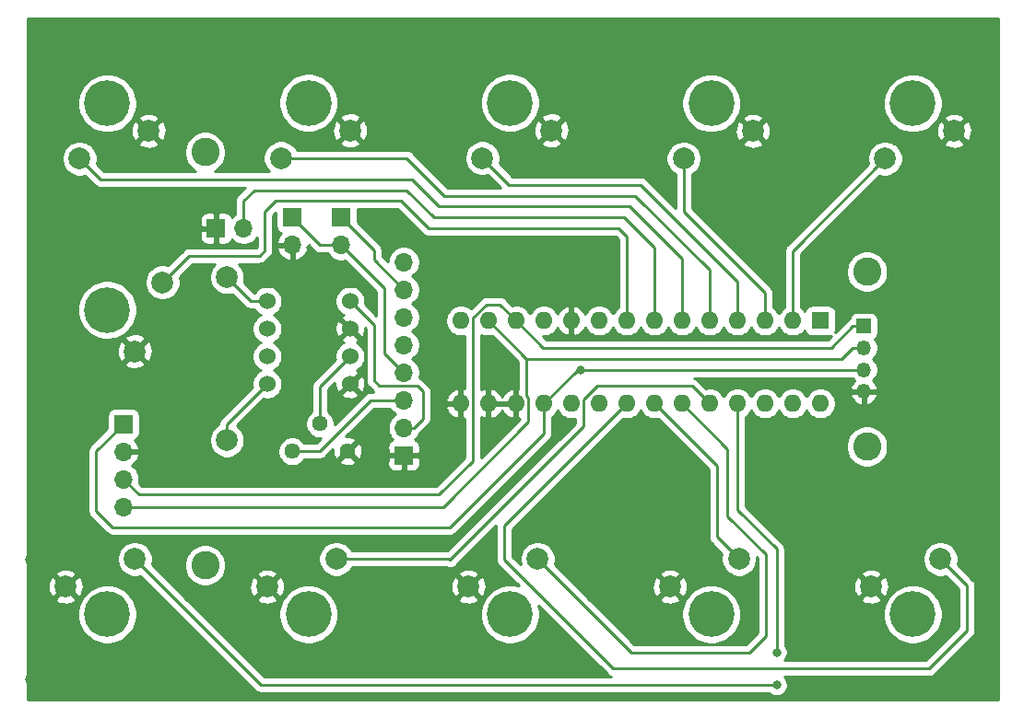
<source format=gtl>
G04 #@! TF.GenerationSoftware,KiCad,Pcbnew,(5.1.8)-1*
G04 #@! TF.CreationDate,2022-03-17T23:11:15+09:00*
G04 #@! TF.ProjectId,windsynth,77696e64-7379-46e7-9468-2e6b69636164,rev?*
G04 #@! TF.SameCoordinates,Original*
G04 #@! TF.FileFunction,Copper,L1,Top*
G04 #@! TF.FilePolarity,Positive*
%FSLAX46Y46*%
G04 Gerber Fmt 4.6, Leading zero omitted, Abs format (unit mm)*
G04 Created by KiCad (PCBNEW (5.1.8)-1) date 2022-03-17 23:11:15*
%MOMM*%
%LPD*%
G01*
G04 APERTURE LIST*
G04 #@! TA.AperFunction,ComponentPad*
%ADD10R,1.700000X1.700000*%
G04 #@! TD*
G04 #@! TA.AperFunction,ComponentPad*
%ADD11O,1.700000X1.700000*%
G04 #@! TD*
G04 #@! TA.AperFunction,ComponentPad*
%ADD12R,1.350000X1.350000*%
G04 #@! TD*
G04 #@! TA.AperFunction,ComponentPad*
%ADD13O,1.350000X1.350000*%
G04 #@! TD*
G04 #@! TA.AperFunction,ComponentPad*
%ADD14C,4.200000*%
G04 #@! TD*
G04 #@! TA.AperFunction,ComponentPad*
%ADD15C,2.000000*%
G04 #@! TD*
G04 #@! TA.AperFunction,ComponentPad*
%ADD16C,1.524000*%
G04 #@! TD*
G04 #@! TA.AperFunction,ComponentPad*
%ADD17R,1.600000X1.600000*%
G04 #@! TD*
G04 #@! TA.AperFunction,ComponentPad*
%ADD18O,1.600000X1.600000*%
G04 #@! TD*
G04 #@! TA.AperFunction,ComponentPad*
%ADD19C,1.440000*%
G04 #@! TD*
G04 #@! TA.AperFunction,ViaPad*
%ADD20C,1.200000*%
G04 #@! TD*
G04 #@! TA.AperFunction,ViaPad*
%ADD21C,2.600000*%
G04 #@! TD*
G04 #@! TA.AperFunction,ViaPad*
%ADD22C,0.800000*%
G04 #@! TD*
G04 #@! TA.AperFunction,Conductor*
%ADD23C,0.250000*%
G04 #@! TD*
G04 #@! TA.AperFunction,Conductor*
%ADD24C,0.254000*%
G04 #@! TD*
G04 #@! TA.AperFunction,Conductor*
%ADD25C,0.100000*%
G04 #@! TD*
G04 APERTURE END LIST*
D10*
G04 #@! TO.P,M5StickC+(\u002A),1*
G04 #@! TO.N,GND*
X157750000Y-100886000D03*
D11*
G04 #@! TO.P,M5StickC+(\u002A),2*
G04 #@! TO.N,Net-(J3-Pad2)*
X157750000Y-98346000D03*
G04 #@! TO.P,M5StickC+(\u002A),3*
G04 #@! TO.N,Net-(J3-Pad3)*
X157750000Y-95806000D03*
G04 #@! TO.P,M5StickC+(\u002A),4*
G04 #@! TO.N,Net-(J3-Pad4)*
X157750000Y-93266000D03*
G04 #@! TO.P,M5StickC+(\u002A),5*
G04 #@! TO.N,N/C*
X157750000Y-90726000D03*
G04 #@! TO.P,M5StickC+(\u002A),6*
X157750000Y-88186000D03*
G04 #@! TO.P,M5StickC+(\u002A),7*
G04 #@! TO.N,Net-(J3-Pad7)*
X157750000Y-85646000D03*
G04 #@! TO.P,M5StickC+(\u002A),8*
G04 #@! TO.N,N/C*
X157750000Y-83106000D03*
G04 #@! TD*
D12*
G04 #@! TO.P,Grove,1*
G04 #@! TO.N,Net-(J1-Pad1)*
X200000000Y-89000000D03*
D13*
G04 #@! TO.P,Grove,2*
G04 #@! TO.N,Net-(J1-Pad2)*
X200000000Y-91000000D03*
G04 #@! TO.P,Grove,3*
G04 #@! TO.N,+5V*
X200000000Y-93000000D03*
G04 #@! TO.P,Grove,4*
G04 #@! TO.N,GND*
X200000000Y-95000000D03*
G04 #@! TD*
D14*
G04 #@! TO.P,KeyLowC,3*
G04 #@! TO.N,N/C*
X204500000Y-115500000D03*
D15*
G04 #@! TO.P,KeyLowC,2*
G04 #@! TO.N,Net-(SW1-Pad2)*
X207040000Y-110420000D03*
G04 #@! TO.P,KeyLowC,1*
G04 #@! TO.N,GND*
X200690000Y-112960000D03*
G04 #@! TD*
D14*
G04 #@! TO.P,KeyD,3*
G04 #@! TO.N,N/C*
X167500000Y-115500000D03*
D15*
G04 #@! TO.P,KeyD,2*
G04 #@! TO.N,Net-(SW3-Pad2)*
X170040000Y-110420000D03*
G04 #@! TO.P,KeyD,1*
G04 #@! TO.N,GND*
X163690000Y-112960000D03*
G04 #@! TD*
D14*
G04 #@! TO.P,KeyE,3*
G04 #@! TO.N,N/C*
X149000000Y-115500000D03*
D15*
G04 #@! TO.P,KeyE,2*
G04 #@! TO.N,Net-(SW4-Pad2)*
X151540000Y-110420000D03*
G04 #@! TO.P,KeyE,1*
G04 #@! TO.N,GND*
X145190000Y-112960000D03*
G04 #@! TD*
G04 #@! TO.P,KeyF,1*
G04 #@! TO.N,GND*
X126690000Y-112960000D03*
G04 #@! TO.P,KeyF,2*
G04 #@! TO.N,Net-(SW5-Pad2)*
X133040000Y-110420000D03*
D14*
G04 #@! TO.P,KeyF,3*
G04 #@! TO.N,N/C*
X130500000Y-115500000D03*
G04 #@! TD*
G04 #@! TO.P,KeyLowCs,3*
G04 #@! TO.N,N/C*
X204500000Y-68500000D03*
D15*
G04 #@! TO.P,KeyLowCs,2*
G04 #@! TO.N,Net-(SW6-Pad2)*
X201960000Y-73580000D03*
G04 #@! TO.P,KeyLowCs,1*
G04 #@! TO.N,GND*
X208310000Y-71040000D03*
G04 #@! TD*
G04 #@! TO.P,KeyG,1*
G04 #@! TO.N,GND*
X171310000Y-70993000D03*
G04 #@! TO.P,KeyG,2*
G04 #@! TO.N,Net-(SW8-Pad2)*
X164960000Y-73533000D03*
D14*
G04 #@! TO.P,KeyG,3*
G04 #@! TO.N,N/C*
X167500000Y-68453000D03*
G04 #@! TD*
G04 #@! TO.P,KeyA,3*
G04 #@! TO.N,N/C*
X149000000Y-68453000D03*
D15*
G04 #@! TO.P,KeyA,2*
G04 #@! TO.N,Net-(SW9-Pad2)*
X146460000Y-73533000D03*
G04 #@! TO.P,KeyA,1*
G04 #@! TO.N,GND*
X152810000Y-70993000D03*
G04 #@! TD*
G04 #@! TO.P,KeyB,1*
G04 #@! TO.N,GND*
X134310000Y-71040000D03*
G04 #@! TO.P,KeyB,2*
G04 #@! TO.N,Net-(SW10-Pad2)*
X127960000Y-73580000D03*
D14*
G04 #@! TO.P,KeyB,3*
G04 #@! TO.N,N/C*
X130500000Y-68500000D03*
G04 #@! TD*
D15*
G04 #@! TO.P,KeyUp,1*
G04 #@! TO.N,GND*
X133040000Y-91310000D03*
G04 #@! TO.P,KeyUp,2*
G04 #@! TO.N,Net-(SW12-Pad2)*
X135580000Y-84960000D03*
D14*
G04 #@! TO.P,KeyUp,3*
G04 #@! TO.N,N/C*
X130500000Y-87500000D03*
G04 #@! TD*
D16*
G04 #@! TO.P,AE-PAM8012,1*
G04 #@! TO.N,Net-(J3-Pad2)*
X152810000Y-86690000D03*
G04 #@! TO.P,AE-PAM8012,2*
G04 #@! TO.N,GND*
X152810000Y-89230000D03*
G04 #@! TO.P,AE-PAM8012,3*
G04 #@! TO.N,Net-(J4-Pad3)*
X152810000Y-91770000D03*
G04 #@! TO.P,AE-PAM8012,4*
G04 #@! TO.N,GND*
X152810000Y-94310000D03*
G04 #@! TO.P,AE-PAM8012,5*
G04 #@! TO.N,Net-(J4-Pad5)*
X145190000Y-86690000D03*
G04 #@! TO.P,AE-PAM8012,6*
G04 #@! TO.N,N/C*
X145190000Y-89230000D03*
G04 #@! TO.P,AE-PAM8012,7*
X145190000Y-91770000D03*
G04 #@! TO.P,AE-PAM8012,8*
G04 #@! TO.N,Net-(J4-Pad8)*
X145190000Y-94310000D03*
G04 #@! TD*
D15*
G04 #@! TO.P,SPEAKER(\u002A),1*
G04 #@! TO.N,Net-(J4-Pad5)*
X141500000Y-84500000D03*
G04 #@! TO.P,SPEAKER(\u002A),2*
G04 #@! TO.N,Net-(J4-Pad8)*
X141500000Y-99500000D03*
G04 #@! TD*
D17*
G04 #@! TO.P,MCP23017,1*
G04 #@! TO.N,N/C*
X196000000Y-88500000D03*
D18*
G04 #@! TO.P,MCP23017,15*
G04 #@! TO.N,GND*
X162980000Y-96120000D03*
G04 #@! TO.P,MCP23017,2*
G04 #@! TO.N,Net-(SW6-Pad2)*
X193460000Y-88500000D03*
G04 #@! TO.P,MCP23017,16*
G04 #@! TO.N,GND*
X165520000Y-96120000D03*
G04 #@! TO.P,MCP23017,3*
G04 #@! TO.N,Net-(SW7-Pad2)*
X190920000Y-88500000D03*
G04 #@! TO.P,MCP23017,17*
G04 #@! TO.N,GND*
X168060000Y-96120000D03*
G04 #@! TO.P,MCP23017,4*
G04 #@! TO.N,Net-(SW8-Pad2)*
X188380000Y-88500000D03*
G04 #@! TO.P,MCP23017,18*
G04 #@! TO.N,+5V*
X170600000Y-96120000D03*
G04 #@! TO.P,MCP23017,5*
G04 #@! TO.N,Net-(SW9-Pad2)*
X185840000Y-88500000D03*
G04 #@! TO.P,MCP23017,19*
G04 #@! TO.N,N/C*
X173140000Y-96120000D03*
G04 #@! TO.P,MCP23017,6*
G04 #@! TO.N,Net-(SW10-Pad2)*
X183300000Y-88500000D03*
G04 #@! TO.P,MCP23017,20*
G04 #@! TO.N,N/C*
X175680000Y-96120000D03*
G04 #@! TO.P,MCP23017,7*
G04 #@! TO.N,Net-(SW11-Pad2)*
X180760000Y-88500000D03*
G04 #@! TO.P,MCP23017,21*
G04 #@! TO.N,Net-(SW1-Pad2)*
X178220000Y-96120000D03*
G04 #@! TO.P,MCP23017,8*
G04 #@! TO.N,Net-(SW12-Pad2)*
X178220000Y-88500000D03*
G04 #@! TO.P,MCP23017,22*
G04 #@! TO.N,Net-(SW2-Pad2)*
X180760000Y-96120000D03*
G04 #@! TO.P,MCP23017,9*
G04 #@! TO.N,+5V*
X175680000Y-88500000D03*
G04 #@! TO.P,MCP23017,23*
G04 #@! TO.N,Net-(SW3-Pad2)*
X183300000Y-96120000D03*
G04 #@! TO.P,MCP23017,10*
G04 #@! TO.N,GND*
X173140000Y-88500000D03*
G04 #@! TO.P,MCP23017,24*
G04 #@! TO.N,Net-(SW4-Pad2)*
X185840000Y-96120000D03*
G04 #@! TO.P,MCP23017,11*
G04 #@! TO.N,N/C*
X170600000Y-88500000D03*
G04 #@! TO.P,MCP23017,25*
G04 #@! TO.N,Net-(SW5-Pad2)*
X188380000Y-96120000D03*
G04 #@! TO.P,MCP23017,12*
G04 #@! TO.N,Net-(J1-Pad1)*
X168060000Y-88500000D03*
G04 #@! TO.P,MCP23017,26*
G04 #@! TO.N,N/C*
X190920000Y-96120000D03*
G04 #@! TO.P,MCP23017,13*
G04 #@! TO.N,Net-(J1-Pad2)*
X165520000Y-88500000D03*
G04 #@! TO.P,MCP23017,27*
G04 #@! TO.N,N/C*
X193460000Y-96120000D03*
G04 #@! TO.P,MCP23017,14*
X162980000Y-88500000D03*
G04 #@! TO.P,MCP23017,28*
X196000000Y-96120000D03*
G04 #@! TD*
D14*
G04 #@! TO.P,KeyEb,3*
G04 #@! TO.N,N/C*
X186000000Y-115500000D03*
D15*
G04 #@! TO.P,KeyEb,2*
G04 #@! TO.N,Net-(SW2-Pad2)*
X188540000Y-110420000D03*
G04 #@! TO.P,KeyEb,1*
G04 #@! TO.N,GND*
X182190000Y-112960000D03*
G04 #@! TD*
G04 #@! TO.P,KeyGs,1*
G04 #@! TO.N,GND*
X189810000Y-71040000D03*
G04 #@! TO.P,KeyGs,2*
G04 #@! TO.N,Net-(SW7-Pad2)*
X183460000Y-73580000D03*
D14*
G04 #@! TO.P,KeyGs,3*
G04 #@! TO.N,N/C*
X186000000Y-68500000D03*
G04 #@! TD*
D10*
G04 #@! TO.P,KeyDown,1*
G04 #@! TO.N,GND*
X140500000Y-80000000D03*
D11*
G04 #@! TO.P,KeyDown,2*
G04 #@! TO.N,Net-(SW11-Pad2)*
X143040000Y-80000000D03*
G04 #@! TD*
G04 #@! TO.P,BREATH,4*
G04 #@! TO.N,Net-(J1-Pad2)*
X132000000Y-105620000D03*
G04 #@! TO.P,BREATH,3*
G04 #@! TO.N,Net-(J1-Pad1)*
X132000000Y-103080000D03*
G04 #@! TO.P,BREATH,2*
G04 #@! TO.N,GND*
X132000000Y-100540000D03*
D10*
G04 #@! TO.P,BREATH,1*
G04 #@! TO.N,+5V*
X132000000Y-98000000D03*
G04 #@! TD*
D11*
G04 #@! TO.P,LIP,2*
G04 #@! TO.N,GND*
X147500000Y-81540000D03*
D10*
G04 #@! TO.P,LIP,1*
G04 #@! TO.N,Net-(J3-Pad4)*
X147500000Y-79000000D03*
G04 #@! TD*
G04 #@! TO.P,R1,1*
G04 #@! TO.N,Net-(J3-Pad7)*
X152000000Y-79000000D03*
D11*
G04 #@! TO.P,R1,2*
G04 #@! TO.N,Net-(J3-Pad4)*
X152000000Y-81540000D03*
G04 #@! TD*
D19*
G04 #@! TO.P,VOLUME,3*
G04 #@! TO.N,GND*
X152580000Y-100500000D03*
G04 #@! TO.P,VOLUME,2*
G04 #@! TO.N,Net-(J4-Pad3)*
X150040000Y-97960000D03*
G04 #@! TO.P,VOLUME,1*
G04 #@! TO.N,Net-(J3-Pad3)*
X147500000Y-100500000D03*
G04 #@! TD*
D20*
G04 #@! TO.N,GND*
X123500000Y-110500000D03*
X123500000Y-121500000D03*
X130000000Y-110300000D03*
X136200000Y-108800000D03*
X136500000Y-121500000D03*
X141500000Y-121500000D03*
D21*
G04 #@! TO.N,*
X200295000Y-83995000D03*
X200295000Y-100060500D03*
X139500000Y-73000000D03*
X139500000Y-111000000D03*
D20*
G04 #@! TO.N,GND*
X138000000Y-65000000D03*
X148000000Y-65000000D03*
X158000000Y-65000000D03*
X128000000Y-65000000D03*
X168000000Y-65000000D03*
X178000000Y-65000000D03*
X188000000Y-65000000D03*
X198000000Y-65000000D03*
X208000000Y-65000000D03*
X208000000Y-75000000D03*
X208000000Y-85000000D03*
X198000000Y-75000000D03*
X208000000Y-95000000D03*
X208000000Y-105000000D03*
X208000000Y-115000000D03*
D22*
G04 #@! TO.N,Net-(SW5-Pad2)*
X192000000Y-119000000D03*
X192000000Y-122000000D03*
G04 #@! TO.N,+5V*
X174000000Y-93000000D03*
G04 #@! TD*
D23*
G04 #@! TO.N,Net-(SW1-Pad2)*
X209500000Y-117000000D02*
X209500000Y-112880000D01*
X206000000Y-120500000D02*
X209500000Y-117000000D01*
X177000000Y-120500000D02*
X206000000Y-120500000D01*
X209500000Y-112880000D02*
X207040000Y-110420000D01*
X167000000Y-110500000D02*
X177000000Y-120500000D01*
X167000000Y-107340000D02*
X167000000Y-110500000D01*
X178220000Y-96120000D02*
X167000000Y-107340000D01*
G04 #@! TO.N,Net-(SW2-Pad2)*
X180760000Y-96120000D02*
X186500000Y-101860000D01*
X186500000Y-108380000D02*
X188540000Y-110420000D01*
X186500000Y-101860000D02*
X186500000Y-108380000D01*
G04 #@! TO.N,Net-(SW3-Pad2)*
X191000000Y-110000000D02*
X191000000Y-117500000D01*
X191000000Y-117500000D02*
X189500000Y-119000000D01*
X178620000Y-119000000D02*
X170040000Y-110420000D01*
X189500000Y-119000000D02*
X178620000Y-119000000D01*
X183300000Y-96120000D02*
X187500000Y-100320000D01*
X187500000Y-100320000D02*
X187500000Y-106500000D01*
X187500000Y-106500000D02*
X191000000Y-110000000D01*
G04 #@! TO.N,Net-(SW4-Pad2)*
X185840000Y-96120000D02*
X184220000Y-94500000D01*
X174265001Y-95734999D02*
X174265001Y-98234999D01*
X175500000Y-94500000D02*
X174265001Y-95734999D01*
X184220000Y-94500000D02*
X175500000Y-94500000D01*
X174265001Y-98234999D02*
X162000000Y-110500000D01*
X161920000Y-110420000D02*
X151540000Y-110420000D01*
X162000000Y-110500000D02*
X161920000Y-110420000D01*
G04 #@! TO.N,Net-(SW5-Pad2)*
X188380000Y-96120000D02*
X188380000Y-105880000D01*
X188380000Y-105880000D02*
X192000000Y-109500000D01*
X192000000Y-109500000D02*
X192000000Y-119000000D01*
X144620000Y-122000000D02*
X133040000Y-110420000D01*
X192000000Y-122000000D02*
X144620000Y-122000000D01*
G04 #@! TO.N,Net-(SW6-Pad2)*
X193460000Y-82080000D02*
X201960000Y-73580000D01*
X193460000Y-88500000D02*
X193460000Y-82080000D01*
G04 #@! TO.N,Net-(SW7-Pad2)*
X190920000Y-88500000D02*
X190920000Y-85920000D01*
X183460000Y-78460000D02*
X183460000Y-73580000D01*
X190920000Y-85920000D02*
X183460000Y-78460000D01*
G04 #@! TO.N,Net-(SW8-Pad2)*
X188380000Y-88500000D02*
X188380000Y-84880000D01*
X188380000Y-84880000D02*
X179500000Y-76000000D01*
X167427000Y-76000000D02*
X164960000Y-73533000D01*
X179500000Y-76000000D02*
X167427000Y-76000000D01*
G04 #@! TO.N,Net-(SW9-Pad2)*
X185840000Y-88500000D02*
X185840000Y-83840000D01*
X185840000Y-83840000D02*
X179000000Y-77000000D01*
X179000000Y-77000000D02*
X161500000Y-77000000D01*
X158033000Y-73533000D02*
X146460000Y-73533000D01*
X161500000Y-77000000D02*
X158033000Y-73533000D01*
G04 #@! TO.N,Net-(SW10-Pad2)*
X183300000Y-88500000D02*
X183300000Y-82800000D01*
X183300000Y-82800000D02*
X178500000Y-78000000D01*
X178500000Y-78000000D02*
X161000000Y-78000000D01*
X161000000Y-78000000D02*
X158500000Y-75500000D01*
X129880000Y-75500000D02*
X127960000Y-73580000D01*
X158500000Y-75500000D02*
X129880000Y-75500000D01*
G04 #@! TO.N,Net-(SW11-Pad2)*
X180760000Y-88500000D02*
X180760000Y-81760000D01*
X180760000Y-81760000D02*
X178000000Y-79000000D01*
X178000000Y-79000000D02*
X160500000Y-79000000D01*
X160500000Y-79000000D02*
X158000000Y-76500000D01*
X158000000Y-76500000D02*
X144000000Y-76500000D01*
X143040000Y-77460000D02*
X143040000Y-80000000D01*
X144000000Y-76500000D02*
X143040000Y-77460000D01*
G04 #@! TO.N,Net-(SW12-Pad2)*
X178220000Y-88500000D02*
X178220000Y-80720000D01*
X178220000Y-80720000D02*
X177500000Y-80000000D01*
X177500000Y-80000000D02*
X160000000Y-80000000D01*
X160000000Y-80000000D02*
X157500000Y-77500000D01*
X157500000Y-77500000D02*
X146000000Y-77500000D01*
X146000000Y-77500000D02*
X145000000Y-78500000D01*
X145000000Y-78500000D02*
X145000000Y-82000000D01*
X145000000Y-82000000D02*
X144500000Y-82500000D01*
X138040000Y-82500000D02*
X135580000Y-84960000D01*
X144500000Y-82500000D02*
X138040000Y-82500000D01*
G04 #@! TO.N,Net-(J3-Pad2)*
X157750000Y-98346000D02*
X158654000Y-98346000D01*
X158654000Y-98346000D02*
X159500000Y-97500000D01*
X159500000Y-97500000D02*
X159500000Y-95000000D01*
X159500000Y-95000000D02*
X159000000Y-94500000D01*
X159000000Y-94500000D02*
X155500000Y-94500000D01*
X155500000Y-94500000D02*
X155000000Y-94000000D01*
X155000000Y-88880000D02*
X152810000Y-86690000D01*
X155000000Y-94000000D02*
X155000000Y-88880000D01*
G04 #@! TO.N,Net-(J3-Pad3)*
X157750000Y-95679000D02*
X157750000Y-95806000D01*
X157750000Y-95806000D02*
X154694000Y-95806000D01*
X150000000Y-100500000D02*
X147500000Y-100500000D01*
X154694000Y-95806000D02*
X150000000Y-100500000D01*
G04 #@! TO.N,Net-(J4-Pad5)*
X143690000Y-86690000D02*
X141500000Y-84500000D01*
X145190000Y-86690000D02*
X143690000Y-86690000D01*
G04 #@! TO.N,Net-(J4-Pad8)*
X141500000Y-98000000D02*
X145190000Y-94310000D01*
X141500000Y-99500000D02*
X141500000Y-98000000D01*
G04 #@! TO.N,+5V*
X173720000Y-93000000D02*
X170600000Y-96120000D01*
X200000000Y-93000000D02*
X173720000Y-93000000D01*
X170600000Y-96120000D02*
X170600000Y-98900000D01*
X170600000Y-98900000D02*
X162000000Y-107500000D01*
X162000000Y-107500000D02*
X131000000Y-107500000D01*
X131000000Y-107500000D02*
X129500000Y-106000000D01*
X129500000Y-100500000D02*
X132000000Y-98000000D01*
X129500000Y-106000000D02*
X129500000Y-100500000D01*
G04 #@! TO.N,Net-(J3-Pad4)*
X157750000Y-93266000D02*
X156000000Y-91516000D01*
X156000000Y-85540000D02*
X152000000Y-81540000D01*
X156000000Y-91516000D02*
X156000000Y-85540000D01*
X150040000Y-81540000D02*
X147500000Y-79000000D01*
X152000000Y-81540000D02*
X150040000Y-81540000D01*
G04 #@! TO.N,Net-(J3-Pad7)*
X157750000Y-85646000D02*
X155000000Y-82896000D01*
X155000000Y-82000000D02*
X152000000Y-79000000D01*
X155000000Y-82896000D02*
X155000000Y-82000000D01*
G04 #@! TO.N,Net-(J4-Pad3)*
X150040000Y-94540000D02*
X150040000Y-97960000D01*
X152810000Y-91770000D02*
X150040000Y-94540000D01*
G04 #@! TO.N,Net-(J1-Pad1)*
X200000000Y-89000000D02*
X199000000Y-89000000D01*
X199000000Y-89000000D02*
X197000000Y-91000000D01*
X170560000Y-91000000D02*
X168060000Y-88500000D01*
X197000000Y-91000000D02*
X170560000Y-91000000D01*
X168060000Y-88500000D02*
X166560000Y-87000000D01*
X164105001Y-88249997D02*
X164105001Y-101394999D01*
X165354998Y-87000000D02*
X164105001Y-88249997D01*
X166560000Y-87000000D02*
X165354998Y-87000000D01*
X164105001Y-101394999D02*
X161000000Y-104500000D01*
X133420000Y-104500000D02*
X132000000Y-103080000D01*
X161000000Y-104500000D02*
X133420000Y-104500000D01*
G04 #@! TO.N,Net-(J1-Pad2)*
X200000000Y-91000000D02*
X199000000Y-91000000D01*
X199000000Y-91000000D02*
X198000000Y-92000000D01*
X169020000Y-92000000D02*
X165520000Y-88500000D01*
X198000000Y-92000000D02*
X169020000Y-92000000D01*
X161380000Y-105620000D02*
X132000000Y-105620000D01*
X169185001Y-97814999D02*
X161380000Y-105620000D01*
X169185001Y-95579999D02*
X169185001Y-97814999D01*
X169020000Y-95414998D02*
X169185001Y-95579999D01*
X169020000Y-92000000D02*
X169020000Y-95414998D01*
G04 #@! TD*
D24*
G04 #@! TO.N,GND*
X212340000Y-123340000D02*
X123160000Y-123340000D01*
X123160000Y-115230626D01*
X127765000Y-115230626D01*
X127765000Y-115769374D01*
X127870105Y-116297770D01*
X128076275Y-116795508D01*
X128375587Y-117243461D01*
X128756539Y-117624413D01*
X129204492Y-117923725D01*
X129702230Y-118129895D01*
X130230626Y-118235000D01*
X130769374Y-118235000D01*
X131297770Y-118129895D01*
X131795508Y-117923725D01*
X132243461Y-117624413D01*
X132624413Y-117243461D01*
X132923725Y-116795508D01*
X133129895Y-116297770D01*
X133235000Y-115769374D01*
X133235000Y-115230626D01*
X133129895Y-114702230D01*
X132923725Y-114204492D01*
X132624413Y-113756539D01*
X132243461Y-113375587D01*
X131795508Y-113076275D01*
X131297770Y-112870105D01*
X130769374Y-112765000D01*
X130230626Y-112765000D01*
X129702230Y-112870105D01*
X129204492Y-113076275D01*
X128756539Y-113375587D01*
X128375587Y-113756539D01*
X128076275Y-114204492D01*
X127870105Y-114702230D01*
X127765000Y-115230626D01*
X123160000Y-115230626D01*
X123160000Y-114095413D01*
X125734192Y-114095413D01*
X125829956Y-114359814D01*
X126119571Y-114500704D01*
X126431108Y-114582384D01*
X126752595Y-114601718D01*
X127071675Y-114557961D01*
X127376088Y-114452795D01*
X127550044Y-114359814D01*
X127645808Y-114095413D01*
X126690000Y-113139605D01*
X125734192Y-114095413D01*
X123160000Y-114095413D01*
X123160000Y-113022595D01*
X125048282Y-113022595D01*
X125092039Y-113341675D01*
X125197205Y-113646088D01*
X125290186Y-113820044D01*
X125554587Y-113915808D01*
X126510395Y-112960000D01*
X126869605Y-112960000D01*
X127825413Y-113915808D01*
X128089814Y-113820044D01*
X128230704Y-113530429D01*
X128312384Y-113218892D01*
X128331718Y-112897405D01*
X128287961Y-112578325D01*
X128182795Y-112273912D01*
X128089814Y-112099956D01*
X127825413Y-112004192D01*
X126869605Y-112960000D01*
X126510395Y-112960000D01*
X125554587Y-112004192D01*
X125290186Y-112099956D01*
X125149296Y-112389571D01*
X125067616Y-112701108D01*
X125048282Y-113022595D01*
X123160000Y-113022595D01*
X123160000Y-111824587D01*
X125734192Y-111824587D01*
X126690000Y-112780395D01*
X127645808Y-111824587D01*
X127550044Y-111560186D01*
X127260429Y-111419296D01*
X126948892Y-111337616D01*
X126627405Y-111318282D01*
X126308325Y-111362039D01*
X126003912Y-111467205D01*
X125829956Y-111560186D01*
X125734192Y-111824587D01*
X123160000Y-111824587D01*
X123160000Y-92445413D01*
X132084192Y-92445413D01*
X132179956Y-92709814D01*
X132469571Y-92850704D01*
X132781108Y-92932384D01*
X133102595Y-92951718D01*
X133421675Y-92907961D01*
X133726088Y-92802795D01*
X133900044Y-92709814D01*
X133995808Y-92445413D01*
X133040000Y-91489605D01*
X132084192Y-92445413D01*
X123160000Y-92445413D01*
X123160000Y-91372595D01*
X131398282Y-91372595D01*
X131442039Y-91691675D01*
X131547205Y-91996088D01*
X131640186Y-92170044D01*
X131904587Y-92265808D01*
X132860395Y-91310000D01*
X133219605Y-91310000D01*
X134175413Y-92265808D01*
X134439814Y-92170044D01*
X134580704Y-91880429D01*
X134662384Y-91568892D01*
X134681718Y-91247405D01*
X134637961Y-90928325D01*
X134532795Y-90623912D01*
X134439814Y-90449956D01*
X134175413Y-90354192D01*
X133219605Y-91310000D01*
X132860395Y-91310000D01*
X131904587Y-90354192D01*
X131640186Y-90449956D01*
X131499296Y-90739571D01*
X131417616Y-91051108D01*
X131398282Y-91372595D01*
X123160000Y-91372595D01*
X123160000Y-87230626D01*
X127765000Y-87230626D01*
X127765000Y-87769374D01*
X127870105Y-88297770D01*
X128076275Y-88795508D01*
X128375587Y-89243461D01*
X128756539Y-89624413D01*
X129204492Y-89923725D01*
X129702230Y-90129895D01*
X130230626Y-90235000D01*
X130769374Y-90235000D01*
X131073089Y-90174587D01*
X132084192Y-90174587D01*
X133040000Y-91130395D01*
X133995808Y-90174587D01*
X133900044Y-89910186D01*
X133610429Y-89769296D01*
X133298892Y-89687616D01*
X132977405Y-89668282D01*
X132658325Y-89712039D01*
X132353912Y-89817205D01*
X132179956Y-89910186D01*
X132084192Y-90174587D01*
X131073089Y-90174587D01*
X131297770Y-90129895D01*
X131795508Y-89923725D01*
X132243461Y-89624413D01*
X132624413Y-89243461D01*
X132923725Y-88795508D01*
X133129895Y-88297770D01*
X133235000Y-87769374D01*
X133235000Y-87230626D01*
X133129895Y-86702230D01*
X132923725Y-86204492D01*
X132624413Y-85756539D01*
X132243461Y-85375587D01*
X131795508Y-85076275D01*
X131297770Y-84870105D01*
X130769374Y-84765000D01*
X130230626Y-84765000D01*
X129702230Y-84870105D01*
X129204492Y-85076275D01*
X128756539Y-85375587D01*
X128375587Y-85756539D01*
X128076275Y-86204492D01*
X127870105Y-86702230D01*
X127765000Y-87230626D01*
X123160000Y-87230626D01*
X123160000Y-80850000D01*
X139011928Y-80850000D01*
X139024188Y-80974482D01*
X139060498Y-81094180D01*
X139119463Y-81204494D01*
X139198815Y-81301185D01*
X139295506Y-81380537D01*
X139405820Y-81439502D01*
X139525518Y-81475812D01*
X139650000Y-81488072D01*
X140214250Y-81485000D01*
X140373000Y-81326250D01*
X140373000Y-80127000D01*
X139173750Y-80127000D01*
X139015000Y-80285750D01*
X139011928Y-80850000D01*
X123160000Y-80850000D01*
X123160000Y-79150000D01*
X139011928Y-79150000D01*
X139015000Y-79714250D01*
X139173750Y-79873000D01*
X140373000Y-79873000D01*
X140373000Y-78673750D01*
X140214250Y-78515000D01*
X139650000Y-78511928D01*
X139525518Y-78524188D01*
X139405820Y-78560498D01*
X139295506Y-78619463D01*
X139198815Y-78698815D01*
X139119463Y-78795506D01*
X139060498Y-78905820D01*
X139024188Y-79025518D01*
X139011928Y-79150000D01*
X123160000Y-79150000D01*
X123160000Y-73418967D01*
X126325000Y-73418967D01*
X126325000Y-73741033D01*
X126387832Y-74056912D01*
X126511082Y-74354463D01*
X126690013Y-74622252D01*
X126917748Y-74849987D01*
X127185537Y-75028918D01*
X127483088Y-75152168D01*
X127798967Y-75215000D01*
X128121033Y-75215000D01*
X128436912Y-75152168D01*
X128451375Y-75146177D01*
X129316200Y-76011002D01*
X129339999Y-76040001D01*
X129368997Y-76063799D01*
X129455723Y-76134974D01*
X129587753Y-76205546D01*
X129731014Y-76249003D01*
X129842667Y-76260000D01*
X129842676Y-76260000D01*
X129879999Y-76263676D01*
X129917322Y-76260000D01*
X143165198Y-76260000D01*
X142529002Y-76896196D01*
X142499999Y-76919999D01*
X142444871Y-76987174D01*
X142405026Y-77035724D01*
X142344486Y-77148985D01*
X142334454Y-77167754D01*
X142290997Y-77311015D01*
X142280000Y-77422668D01*
X142280000Y-77422678D01*
X142276324Y-77460000D01*
X142280000Y-77497323D01*
X142280000Y-78721821D01*
X142093368Y-78846525D01*
X141961513Y-78978380D01*
X141939502Y-78905820D01*
X141880537Y-78795506D01*
X141801185Y-78698815D01*
X141704494Y-78619463D01*
X141594180Y-78560498D01*
X141474482Y-78524188D01*
X141350000Y-78511928D01*
X140785750Y-78515000D01*
X140627000Y-78673750D01*
X140627000Y-79873000D01*
X140647000Y-79873000D01*
X140647000Y-80127000D01*
X140627000Y-80127000D01*
X140627000Y-81326250D01*
X140785750Y-81485000D01*
X141350000Y-81488072D01*
X141474482Y-81475812D01*
X141594180Y-81439502D01*
X141704494Y-81380537D01*
X141801185Y-81301185D01*
X141880537Y-81204494D01*
X141939502Y-81094180D01*
X141961513Y-81021620D01*
X142093368Y-81153475D01*
X142336589Y-81315990D01*
X142606842Y-81427932D01*
X142893740Y-81485000D01*
X143186260Y-81485000D01*
X143473158Y-81427932D01*
X143743411Y-81315990D01*
X143986632Y-81153475D01*
X144193475Y-80946632D01*
X144240001Y-80877001D01*
X144240001Y-81685198D01*
X144185199Y-81740000D01*
X138077322Y-81740000D01*
X138039999Y-81736324D01*
X138002676Y-81740000D01*
X138002667Y-81740000D01*
X137891014Y-81750997D01*
X137747753Y-81794454D01*
X137615724Y-81865026D01*
X137499999Y-81959999D01*
X137476201Y-81988997D01*
X136071376Y-83393823D01*
X136056912Y-83387832D01*
X135741033Y-83325000D01*
X135418967Y-83325000D01*
X135103088Y-83387832D01*
X134805537Y-83511082D01*
X134537748Y-83690013D01*
X134310013Y-83917748D01*
X134131082Y-84185537D01*
X134007832Y-84483088D01*
X133945000Y-84798967D01*
X133945000Y-85121033D01*
X134007832Y-85436912D01*
X134131082Y-85734463D01*
X134310013Y-86002252D01*
X134537748Y-86229987D01*
X134805537Y-86408918D01*
X135103088Y-86532168D01*
X135418967Y-86595000D01*
X135741033Y-86595000D01*
X136056912Y-86532168D01*
X136354463Y-86408918D01*
X136622252Y-86229987D01*
X136849987Y-86002252D01*
X137028918Y-85734463D01*
X137152168Y-85436912D01*
X137215000Y-85121033D01*
X137215000Y-84798967D01*
X137152168Y-84483088D01*
X137146177Y-84468624D01*
X138354802Y-83260000D01*
X140427761Y-83260000D01*
X140230013Y-83457748D01*
X140051082Y-83725537D01*
X139927832Y-84023088D01*
X139865000Y-84338967D01*
X139865000Y-84661033D01*
X139927832Y-84976912D01*
X140051082Y-85274463D01*
X140230013Y-85542252D01*
X140457748Y-85769987D01*
X140725537Y-85948918D01*
X141023088Y-86072168D01*
X141338967Y-86135000D01*
X141661033Y-86135000D01*
X141976912Y-86072168D01*
X141991376Y-86066177D01*
X143126200Y-87201002D01*
X143149999Y-87230001D01*
X143265724Y-87324974D01*
X143397753Y-87395546D01*
X143541014Y-87439003D01*
X143652667Y-87450000D01*
X143652675Y-87450000D01*
X143690000Y-87453676D01*
X143727325Y-87450000D01*
X144017659Y-87450000D01*
X144104880Y-87580535D01*
X144299465Y-87775120D01*
X144528273Y-87928005D01*
X144605515Y-87960000D01*
X144528273Y-87991995D01*
X144299465Y-88144880D01*
X144104880Y-88339465D01*
X143951995Y-88568273D01*
X143846686Y-88822510D01*
X143793000Y-89092408D01*
X143793000Y-89367592D01*
X143846686Y-89637490D01*
X143951995Y-89891727D01*
X144104880Y-90120535D01*
X144299465Y-90315120D01*
X144528273Y-90468005D01*
X144605515Y-90500000D01*
X144528273Y-90531995D01*
X144299465Y-90684880D01*
X144104880Y-90879465D01*
X143951995Y-91108273D01*
X143846686Y-91362510D01*
X143793000Y-91632408D01*
X143793000Y-91907592D01*
X143846686Y-92177490D01*
X143951995Y-92431727D01*
X144104880Y-92660535D01*
X144299465Y-92855120D01*
X144528273Y-93008005D01*
X144605515Y-93040000D01*
X144528273Y-93071995D01*
X144299465Y-93224880D01*
X144104880Y-93419465D01*
X143951995Y-93648273D01*
X143846686Y-93902510D01*
X143793000Y-94172408D01*
X143793000Y-94447592D01*
X143823628Y-94601570D01*
X140988998Y-97436201D01*
X140960000Y-97459999D01*
X140936202Y-97488997D01*
X140936201Y-97488998D01*
X140865026Y-97575724D01*
X140794454Y-97707754D01*
X140768825Y-97792246D01*
X140750998Y-97851014D01*
X140744908Y-97912842D01*
X140736324Y-98000000D01*
X140740001Y-98037332D01*
X140740001Y-98045091D01*
X140725537Y-98051082D01*
X140457748Y-98230013D01*
X140230013Y-98457748D01*
X140051082Y-98725537D01*
X139927832Y-99023088D01*
X139865000Y-99338967D01*
X139865000Y-99661033D01*
X139927832Y-99976912D01*
X140051082Y-100274463D01*
X140230013Y-100542252D01*
X140457748Y-100769987D01*
X140725537Y-100948918D01*
X141023088Y-101072168D01*
X141338967Y-101135000D01*
X141661033Y-101135000D01*
X141976912Y-101072168D01*
X142274463Y-100948918D01*
X142542252Y-100769987D01*
X142769987Y-100542252D01*
X142948918Y-100274463D01*
X143072168Y-99976912D01*
X143135000Y-99661033D01*
X143135000Y-99338967D01*
X143072168Y-99023088D01*
X142948918Y-98725537D01*
X142769987Y-98457748D01*
X142542252Y-98230013D01*
X142423881Y-98150920D01*
X144898430Y-95676372D01*
X145052408Y-95707000D01*
X145327592Y-95707000D01*
X145597490Y-95653314D01*
X145851727Y-95548005D01*
X146080535Y-95395120D01*
X146275120Y-95200535D01*
X146428005Y-94971727D01*
X146533314Y-94717490D01*
X146587000Y-94447592D01*
X146587000Y-94172408D01*
X146533314Y-93902510D01*
X146428005Y-93648273D01*
X146275120Y-93419465D01*
X146080535Y-93224880D01*
X145851727Y-93071995D01*
X145774485Y-93040000D01*
X145851727Y-93008005D01*
X146080535Y-92855120D01*
X146275120Y-92660535D01*
X146428005Y-92431727D01*
X146533314Y-92177490D01*
X146587000Y-91907592D01*
X146587000Y-91632408D01*
X146533314Y-91362510D01*
X146428005Y-91108273D01*
X146275120Y-90879465D01*
X146080535Y-90684880D01*
X145851727Y-90531995D01*
X145774485Y-90500000D01*
X145851727Y-90468005D01*
X146080535Y-90315120D01*
X146275120Y-90120535D01*
X146428005Y-89891727D01*
X146533314Y-89637490D01*
X146587000Y-89367592D01*
X146587000Y-89302017D01*
X151408090Y-89302017D01*
X151449078Y-89574133D01*
X151542364Y-89833023D01*
X151604344Y-89948980D01*
X151844435Y-90015960D01*
X152630395Y-89230000D01*
X151844435Y-88444040D01*
X151604344Y-88511020D01*
X151487244Y-88760048D01*
X151420977Y-89027135D01*
X151408090Y-89302017D01*
X146587000Y-89302017D01*
X146587000Y-89092408D01*
X146533314Y-88822510D01*
X146428005Y-88568273D01*
X146275120Y-88339465D01*
X146080535Y-88144880D01*
X145851727Y-87991995D01*
X145774485Y-87960000D01*
X145851727Y-87928005D01*
X146080535Y-87775120D01*
X146275120Y-87580535D01*
X146428005Y-87351727D01*
X146533314Y-87097490D01*
X146587000Y-86827592D01*
X146587000Y-86552408D01*
X146533314Y-86282510D01*
X146428005Y-86028273D01*
X146275120Y-85799465D01*
X146080535Y-85604880D01*
X145851727Y-85451995D01*
X145597490Y-85346686D01*
X145327592Y-85293000D01*
X145052408Y-85293000D01*
X144782510Y-85346686D01*
X144528273Y-85451995D01*
X144299465Y-85604880D01*
X144104880Y-85799465D01*
X144017659Y-85930000D01*
X144004802Y-85930000D01*
X143066177Y-84991376D01*
X143072168Y-84976912D01*
X143135000Y-84661033D01*
X143135000Y-84338967D01*
X143072168Y-84023088D01*
X142948918Y-83725537D01*
X142769987Y-83457748D01*
X142572239Y-83260000D01*
X144462678Y-83260000D01*
X144500000Y-83263676D01*
X144537322Y-83260000D01*
X144537333Y-83260000D01*
X144648986Y-83249003D01*
X144792247Y-83205546D01*
X144924276Y-83134974D01*
X145040001Y-83040001D01*
X145063804Y-83010997D01*
X145510997Y-82563804D01*
X145540001Y-82540001D01*
X145634974Y-82424276D01*
X145705546Y-82292247D01*
X145749003Y-82148986D01*
X145760000Y-82037333D01*
X145760000Y-82037325D01*
X145763676Y-82000000D01*
X145760000Y-81962675D01*
X145760000Y-81896890D01*
X146058524Y-81896890D01*
X146103175Y-82044099D01*
X146228359Y-82306920D01*
X146402412Y-82540269D01*
X146618645Y-82735178D01*
X146868748Y-82884157D01*
X147143109Y-82981481D01*
X147373000Y-82860814D01*
X147373000Y-81667000D01*
X146179845Y-81667000D01*
X146058524Y-81896890D01*
X145760000Y-81896890D01*
X145760000Y-78814801D01*
X146011928Y-78562873D01*
X146011928Y-79850000D01*
X146024188Y-79974482D01*
X146060498Y-80094180D01*
X146119463Y-80204494D01*
X146198815Y-80301185D01*
X146295506Y-80380537D01*
X146405820Y-80439502D01*
X146486466Y-80463966D01*
X146402412Y-80539731D01*
X146228359Y-80773080D01*
X146103175Y-81035901D01*
X146058524Y-81183110D01*
X146179845Y-81413000D01*
X147373000Y-81413000D01*
X147373000Y-81393000D01*
X147627000Y-81393000D01*
X147627000Y-81413000D01*
X147647000Y-81413000D01*
X147647000Y-81667000D01*
X147627000Y-81667000D01*
X147627000Y-82860814D01*
X147856891Y-82981481D01*
X148131252Y-82884157D01*
X148381355Y-82735178D01*
X148597588Y-82540269D01*
X148771641Y-82306920D01*
X148896825Y-82044099D01*
X148941476Y-81896890D01*
X148820156Y-81667002D01*
X148985000Y-81667002D01*
X148985000Y-81559802D01*
X149476205Y-82051008D01*
X149499999Y-82080001D01*
X149528992Y-82103795D01*
X149528996Y-82103799D01*
X149596708Y-82159368D01*
X149615724Y-82174974D01*
X149747753Y-82245546D01*
X149891014Y-82289003D01*
X150002667Y-82300000D01*
X150002676Y-82300000D01*
X150039999Y-82303676D01*
X150077322Y-82300000D01*
X150721822Y-82300000D01*
X150846525Y-82486632D01*
X151053368Y-82693475D01*
X151296589Y-82855990D01*
X151566842Y-82967932D01*
X151853740Y-83025000D01*
X152146260Y-83025000D01*
X152366408Y-82981209D01*
X155240001Y-85854803D01*
X155240001Y-88045199D01*
X154176372Y-86981570D01*
X154207000Y-86827592D01*
X154207000Y-86552408D01*
X154153314Y-86282510D01*
X154048005Y-86028273D01*
X153895120Y-85799465D01*
X153700535Y-85604880D01*
X153471727Y-85451995D01*
X153217490Y-85346686D01*
X152947592Y-85293000D01*
X152672408Y-85293000D01*
X152402510Y-85346686D01*
X152148273Y-85451995D01*
X151919465Y-85604880D01*
X151724880Y-85799465D01*
X151571995Y-86028273D01*
X151466686Y-86282510D01*
X151413000Y-86552408D01*
X151413000Y-86827592D01*
X151466686Y-87097490D01*
X151571995Y-87351727D01*
X151724880Y-87580535D01*
X151919465Y-87775120D01*
X152148273Y-87928005D01*
X152219943Y-87957692D01*
X152206977Y-87962364D01*
X152091020Y-88024344D01*
X152024040Y-88264435D01*
X152810000Y-89050395D01*
X152824143Y-89036253D01*
X153003748Y-89215858D01*
X152989605Y-89230000D01*
X153775565Y-90015960D01*
X154015656Y-89948980D01*
X154132756Y-89699952D01*
X154199023Y-89432865D01*
X154211519Y-89166321D01*
X154240001Y-89194803D01*
X154240000Y-93962677D01*
X154236324Y-94000000D01*
X154240000Y-94037322D01*
X154240000Y-94037332D01*
X154250997Y-94148985D01*
X154284569Y-94259658D01*
X154294454Y-94292246D01*
X154365026Y-94424276D01*
X154404871Y-94472826D01*
X154459999Y-94540001D01*
X154489003Y-94563804D01*
X154936196Y-95010997D01*
X154959999Y-95040001D01*
X154967309Y-95046000D01*
X154731322Y-95046000D01*
X154693999Y-95042324D01*
X154656676Y-95046000D01*
X154656667Y-95046000D01*
X154545014Y-95056997D01*
X154401753Y-95100454D01*
X154269724Y-95171026D01*
X154269722Y-95171027D01*
X154269723Y-95171027D01*
X154182996Y-95242201D01*
X154182992Y-95242205D01*
X154153999Y-95265999D01*
X154130205Y-95294992D01*
X151395000Y-98030198D01*
X151395000Y-97826544D01*
X151342928Y-97564761D01*
X151240785Y-97318167D01*
X151092497Y-97096238D01*
X150903762Y-96907503D01*
X150800000Y-96838172D01*
X150800000Y-95275565D01*
X152024040Y-95275565D01*
X152091020Y-95515656D01*
X152340048Y-95632756D01*
X152607135Y-95699023D01*
X152882017Y-95711910D01*
X153154133Y-95670922D01*
X153413023Y-95577636D01*
X153528980Y-95515656D01*
X153595960Y-95275565D01*
X152810000Y-94489605D01*
X152024040Y-95275565D01*
X150800000Y-95275565D01*
X150800000Y-94854801D01*
X151414745Y-94240056D01*
X151408090Y-94382017D01*
X151449078Y-94654133D01*
X151542364Y-94913023D01*
X151604344Y-95028980D01*
X151844435Y-95095960D01*
X152630395Y-94310000D01*
X152989605Y-94310000D01*
X153775565Y-95095960D01*
X154015656Y-95028980D01*
X154132756Y-94779952D01*
X154199023Y-94512865D01*
X154211910Y-94237983D01*
X154170922Y-93965867D01*
X154077636Y-93706977D01*
X154015656Y-93591020D01*
X153775565Y-93524040D01*
X152989605Y-94310000D01*
X152630395Y-94310000D01*
X152616253Y-94295858D01*
X152795858Y-94116253D01*
X152810000Y-94130395D01*
X153595960Y-93344435D01*
X153528980Y-93104344D01*
X153393240Y-93040515D01*
X153471727Y-93008005D01*
X153700535Y-92855120D01*
X153895120Y-92660535D01*
X154048005Y-92431727D01*
X154153314Y-92177490D01*
X154207000Y-91907592D01*
X154207000Y-91632408D01*
X154153314Y-91362510D01*
X154048005Y-91108273D01*
X153895120Y-90879465D01*
X153700535Y-90684880D01*
X153471727Y-90531995D01*
X153400057Y-90502308D01*
X153413023Y-90497636D01*
X153528980Y-90435656D01*
X153595960Y-90195565D01*
X152810000Y-89409605D01*
X152024040Y-90195565D01*
X152091020Y-90435656D01*
X152226760Y-90499485D01*
X152148273Y-90531995D01*
X151919465Y-90684880D01*
X151724880Y-90879465D01*
X151571995Y-91108273D01*
X151466686Y-91362510D01*
X151413000Y-91632408D01*
X151413000Y-91907592D01*
X151443628Y-92061570D01*
X149529003Y-93976196D01*
X149499999Y-93999999D01*
X149444871Y-94067174D01*
X149405026Y-94115724D01*
X149374728Y-94172408D01*
X149334454Y-94247754D01*
X149290997Y-94391015D01*
X149280000Y-94502668D01*
X149280000Y-94502678D01*
X149276324Y-94540000D01*
X149280000Y-94577323D01*
X149280001Y-96838171D01*
X149176238Y-96907503D01*
X148987503Y-97096238D01*
X148839215Y-97318167D01*
X148737072Y-97564761D01*
X148685000Y-97826544D01*
X148685000Y-98093456D01*
X148737072Y-98355239D01*
X148839215Y-98601833D01*
X148987503Y-98823762D01*
X149176238Y-99012497D01*
X149398167Y-99160785D01*
X149644761Y-99262928D01*
X149906544Y-99315000D01*
X150110199Y-99315000D01*
X149685199Y-99740000D01*
X148621828Y-99740000D01*
X148552497Y-99636238D01*
X148363762Y-99447503D01*
X148141833Y-99299215D01*
X147895239Y-99197072D01*
X147633456Y-99145000D01*
X147366544Y-99145000D01*
X147104761Y-99197072D01*
X146858167Y-99299215D01*
X146636238Y-99447503D01*
X146447503Y-99636238D01*
X146299215Y-99858167D01*
X146197072Y-100104761D01*
X146145000Y-100366544D01*
X146145000Y-100633456D01*
X146197072Y-100895239D01*
X146299215Y-101141833D01*
X146447503Y-101363762D01*
X146636238Y-101552497D01*
X146858167Y-101700785D01*
X147104761Y-101802928D01*
X147366544Y-101855000D01*
X147633456Y-101855000D01*
X147895239Y-101802928D01*
X148141833Y-101700785D01*
X148363762Y-101552497D01*
X148480699Y-101435560D01*
X151824045Y-101435560D01*
X151885932Y-101671368D01*
X152127790Y-101784266D01*
X152387027Y-101847811D01*
X152653680Y-101859561D01*
X152917501Y-101819063D01*
X153146001Y-101736000D01*
X156261928Y-101736000D01*
X156274188Y-101860482D01*
X156310498Y-101980180D01*
X156369463Y-102090494D01*
X156448815Y-102187185D01*
X156545506Y-102266537D01*
X156655820Y-102325502D01*
X156775518Y-102361812D01*
X156900000Y-102374072D01*
X157464250Y-102371000D01*
X157623000Y-102212250D01*
X157623000Y-101013000D01*
X157877000Y-101013000D01*
X157877000Y-102212250D01*
X158035750Y-102371000D01*
X158600000Y-102374072D01*
X158724482Y-102361812D01*
X158844180Y-102325502D01*
X158954494Y-102266537D01*
X159051185Y-102187185D01*
X159130537Y-102090494D01*
X159189502Y-101980180D01*
X159225812Y-101860482D01*
X159238072Y-101736000D01*
X159235000Y-101171750D01*
X159076250Y-101013000D01*
X157877000Y-101013000D01*
X157623000Y-101013000D01*
X156423750Y-101013000D01*
X156265000Y-101171750D01*
X156261928Y-101736000D01*
X153146001Y-101736000D01*
X153168353Y-101727875D01*
X153274068Y-101671368D01*
X153335955Y-101435560D01*
X152580000Y-100679605D01*
X151824045Y-101435560D01*
X148480699Y-101435560D01*
X148552497Y-101363762D01*
X148621828Y-101260000D01*
X149962678Y-101260000D01*
X150000000Y-101263676D01*
X150037322Y-101260000D01*
X150037333Y-101260000D01*
X150148986Y-101249003D01*
X150292247Y-101205546D01*
X150424276Y-101134974D01*
X150540001Y-101040001D01*
X150563804Y-101010997D01*
X151230549Y-100344253D01*
X151220439Y-100573680D01*
X151260937Y-100837501D01*
X151352125Y-101088353D01*
X151408632Y-101194068D01*
X151644440Y-101255955D01*
X152400395Y-100500000D01*
X152759605Y-100500000D01*
X153515560Y-101255955D01*
X153751368Y-101194068D01*
X153864266Y-100952210D01*
X153927811Y-100692973D01*
X153939561Y-100426320D01*
X153899063Y-100162499D01*
X153807875Y-99911647D01*
X153751368Y-99805932D01*
X153515560Y-99744045D01*
X152759605Y-100500000D01*
X152400395Y-100500000D01*
X152386253Y-100485858D01*
X152565858Y-100306253D01*
X152580000Y-100320395D01*
X153335955Y-99564440D01*
X153274068Y-99328632D01*
X153032210Y-99215734D01*
X152772973Y-99152189D01*
X152506320Y-99140439D01*
X152421314Y-99153488D01*
X155008803Y-96566000D01*
X156471822Y-96566000D01*
X156596525Y-96752632D01*
X156803368Y-96959475D01*
X156977760Y-97076000D01*
X156803368Y-97192525D01*
X156596525Y-97399368D01*
X156434010Y-97642589D01*
X156322068Y-97912842D01*
X156265000Y-98199740D01*
X156265000Y-98492260D01*
X156322068Y-98779158D01*
X156434010Y-99049411D01*
X156596525Y-99292632D01*
X156728380Y-99424487D01*
X156655820Y-99446498D01*
X156545506Y-99505463D01*
X156448815Y-99584815D01*
X156369463Y-99681506D01*
X156310498Y-99791820D01*
X156274188Y-99911518D01*
X156261928Y-100036000D01*
X156265000Y-100600250D01*
X156423750Y-100759000D01*
X157623000Y-100759000D01*
X157623000Y-100739000D01*
X157877000Y-100739000D01*
X157877000Y-100759000D01*
X159076250Y-100759000D01*
X159235000Y-100600250D01*
X159238072Y-100036000D01*
X159225812Y-99911518D01*
X159189502Y-99791820D01*
X159130537Y-99681506D01*
X159051185Y-99584815D01*
X158954494Y-99505463D01*
X158844180Y-99446498D01*
X158771620Y-99424487D01*
X158903475Y-99292632D01*
X159065990Y-99049411D01*
X159102609Y-98961004D01*
X159194001Y-98886001D01*
X159217803Y-98856998D01*
X160011004Y-98063798D01*
X160040001Y-98040001D01*
X160134974Y-97924276D01*
X160205546Y-97792247D01*
X160249003Y-97648986D01*
X160260000Y-97537333D01*
X160260000Y-97537325D01*
X160263676Y-97500000D01*
X160260000Y-97462675D01*
X160260000Y-96469040D01*
X161588091Y-96469040D01*
X161682930Y-96733881D01*
X161827615Y-96975131D01*
X162016586Y-97183519D01*
X162242580Y-97351037D01*
X162496913Y-97471246D01*
X162630961Y-97511904D01*
X162853000Y-97389915D01*
X162853000Y-96247000D01*
X161709376Y-96247000D01*
X161588091Y-96469040D01*
X160260000Y-96469040D01*
X160260000Y-95770960D01*
X161588091Y-95770960D01*
X161709376Y-95993000D01*
X162853000Y-95993000D01*
X162853000Y-94850085D01*
X162630961Y-94728096D01*
X162496913Y-94768754D01*
X162242580Y-94888963D01*
X162016586Y-95056481D01*
X161827615Y-95264869D01*
X161682930Y-95506119D01*
X161588091Y-95770960D01*
X160260000Y-95770960D01*
X160260000Y-95037325D01*
X160263676Y-95000000D01*
X160260000Y-94962675D01*
X160260000Y-94962667D01*
X160249003Y-94851014D01*
X160205546Y-94707753D01*
X160134974Y-94575724D01*
X160040001Y-94459999D01*
X160010997Y-94436196D01*
X159563804Y-93989003D01*
X159540001Y-93959999D01*
X159424276Y-93865026D01*
X159292247Y-93794454D01*
X159155625Y-93753011D01*
X159177932Y-93699158D01*
X159235000Y-93412260D01*
X159235000Y-93119740D01*
X159177932Y-92832842D01*
X159065990Y-92562589D01*
X158903475Y-92319368D01*
X158696632Y-92112525D01*
X158522240Y-91996000D01*
X158696632Y-91879475D01*
X158903475Y-91672632D01*
X159065990Y-91429411D01*
X159177932Y-91159158D01*
X159235000Y-90872260D01*
X159235000Y-90579740D01*
X159177932Y-90292842D01*
X159065990Y-90022589D01*
X158903475Y-89779368D01*
X158696632Y-89572525D01*
X158522240Y-89456000D01*
X158696632Y-89339475D01*
X158903475Y-89132632D01*
X159065990Y-88889411D01*
X159177932Y-88619158D01*
X159235000Y-88332260D01*
X159235000Y-88039740D01*
X159177932Y-87752842D01*
X159065990Y-87482589D01*
X158903475Y-87239368D01*
X158696632Y-87032525D01*
X158522240Y-86916000D01*
X158696632Y-86799475D01*
X158903475Y-86592632D01*
X159065990Y-86349411D01*
X159177932Y-86079158D01*
X159235000Y-85792260D01*
X159235000Y-85499740D01*
X159177932Y-85212842D01*
X159065990Y-84942589D01*
X158903475Y-84699368D01*
X158696632Y-84492525D01*
X158522240Y-84376000D01*
X158696632Y-84259475D01*
X158903475Y-84052632D01*
X159065990Y-83809411D01*
X159177932Y-83539158D01*
X159235000Y-83252260D01*
X159235000Y-82959740D01*
X159177932Y-82672842D01*
X159065990Y-82402589D01*
X158903475Y-82159368D01*
X158696632Y-81952525D01*
X158453411Y-81790010D01*
X158183158Y-81678068D01*
X157896260Y-81621000D01*
X157603740Y-81621000D01*
X157316842Y-81678068D01*
X157046589Y-81790010D01*
X156803368Y-81952525D01*
X156596525Y-82159368D01*
X156434010Y-82402589D01*
X156322068Y-82672842D01*
X156265000Y-82959740D01*
X156265000Y-83086199D01*
X155760000Y-82581199D01*
X155760000Y-82037325D01*
X155763676Y-82000000D01*
X155760000Y-81962675D01*
X155760000Y-81962667D01*
X155749003Y-81851014D01*
X155705546Y-81707753D01*
X155634974Y-81575724D01*
X155540001Y-81459999D01*
X155511003Y-81436201D01*
X153488072Y-79413271D01*
X153488072Y-78260000D01*
X157185199Y-78260000D01*
X159436200Y-80511002D01*
X159459999Y-80540001D01*
X159488997Y-80563799D01*
X159575723Y-80634974D01*
X159664950Y-80682667D01*
X159707753Y-80705546D01*
X159851014Y-80749003D01*
X159962667Y-80760000D01*
X159962677Y-80760000D01*
X160000000Y-80763676D01*
X160037323Y-80760000D01*
X177185199Y-80760000D01*
X177460001Y-81034803D01*
X177460000Y-87281956D01*
X177305241Y-87385363D01*
X177105363Y-87585241D01*
X176950000Y-87817759D01*
X176794637Y-87585241D01*
X176594759Y-87385363D01*
X176359727Y-87228320D01*
X176098574Y-87120147D01*
X175821335Y-87065000D01*
X175538665Y-87065000D01*
X175261426Y-87120147D01*
X175000273Y-87228320D01*
X174765241Y-87385363D01*
X174565363Y-87585241D01*
X174408320Y-87820273D01*
X174403933Y-87830865D01*
X174292385Y-87644869D01*
X174103414Y-87436481D01*
X173877420Y-87268963D01*
X173623087Y-87148754D01*
X173489039Y-87108096D01*
X173267000Y-87230085D01*
X173267000Y-88373000D01*
X173287000Y-88373000D01*
X173287000Y-88627000D01*
X173267000Y-88627000D01*
X173267000Y-89769915D01*
X173489039Y-89891904D01*
X173623087Y-89851246D01*
X173877420Y-89731037D01*
X174103414Y-89563519D01*
X174292385Y-89355131D01*
X174403933Y-89169135D01*
X174408320Y-89179727D01*
X174565363Y-89414759D01*
X174765241Y-89614637D01*
X175000273Y-89771680D01*
X175261426Y-89879853D01*
X175538665Y-89935000D01*
X175821335Y-89935000D01*
X176098574Y-89879853D01*
X176359727Y-89771680D01*
X176594759Y-89614637D01*
X176794637Y-89414759D01*
X176950000Y-89182241D01*
X177105363Y-89414759D01*
X177305241Y-89614637D01*
X177540273Y-89771680D01*
X177801426Y-89879853D01*
X178078665Y-89935000D01*
X178361335Y-89935000D01*
X178638574Y-89879853D01*
X178899727Y-89771680D01*
X179134759Y-89614637D01*
X179334637Y-89414759D01*
X179490000Y-89182241D01*
X179645363Y-89414759D01*
X179845241Y-89614637D01*
X180080273Y-89771680D01*
X180341426Y-89879853D01*
X180618665Y-89935000D01*
X180901335Y-89935000D01*
X181178574Y-89879853D01*
X181439727Y-89771680D01*
X181674759Y-89614637D01*
X181874637Y-89414759D01*
X182030000Y-89182241D01*
X182185363Y-89414759D01*
X182385241Y-89614637D01*
X182620273Y-89771680D01*
X182881426Y-89879853D01*
X183158665Y-89935000D01*
X183441335Y-89935000D01*
X183718574Y-89879853D01*
X183979727Y-89771680D01*
X184214759Y-89614637D01*
X184414637Y-89414759D01*
X184570000Y-89182241D01*
X184725363Y-89414759D01*
X184925241Y-89614637D01*
X185160273Y-89771680D01*
X185421426Y-89879853D01*
X185698665Y-89935000D01*
X185981335Y-89935000D01*
X186258574Y-89879853D01*
X186519727Y-89771680D01*
X186754759Y-89614637D01*
X186954637Y-89414759D01*
X187110000Y-89182241D01*
X187265363Y-89414759D01*
X187465241Y-89614637D01*
X187700273Y-89771680D01*
X187961426Y-89879853D01*
X188238665Y-89935000D01*
X188521335Y-89935000D01*
X188798574Y-89879853D01*
X189059727Y-89771680D01*
X189294759Y-89614637D01*
X189494637Y-89414759D01*
X189650000Y-89182241D01*
X189805363Y-89414759D01*
X190005241Y-89614637D01*
X190240273Y-89771680D01*
X190501426Y-89879853D01*
X190778665Y-89935000D01*
X191061335Y-89935000D01*
X191338574Y-89879853D01*
X191599727Y-89771680D01*
X191834759Y-89614637D01*
X192034637Y-89414759D01*
X192190000Y-89182241D01*
X192345363Y-89414759D01*
X192545241Y-89614637D01*
X192780273Y-89771680D01*
X193041426Y-89879853D01*
X193318665Y-89935000D01*
X193601335Y-89935000D01*
X193878574Y-89879853D01*
X194139727Y-89771680D01*
X194374759Y-89614637D01*
X194573357Y-89416039D01*
X194574188Y-89424482D01*
X194610498Y-89544180D01*
X194669463Y-89654494D01*
X194748815Y-89751185D01*
X194845506Y-89830537D01*
X194955820Y-89889502D01*
X195075518Y-89925812D01*
X195200000Y-89938072D01*
X196800000Y-89938072D01*
X196924482Y-89925812D01*
X197032003Y-89893196D01*
X196685199Y-90240000D01*
X170874802Y-90240000D01*
X170569802Y-89935000D01*
X170741335Y-89935000D01*
X171018574Y-89879853D01*
X171279727Y-89771680D01*
X171514759Y-89614637D01*
X171714637Y-89414759D01*
X171871680Y-89179727D01*
X171876067Y-89169135D01*
X171987615Y-89355131D01*
X172176586Y-89563519D01*
X172402580Y-89731037D01*
X172656913Y-89851246D01*
X172790961Y-89891904D01*
X173013000Y-89769915D01*
X173013000Y-88627000D01*
X172993000Y-88627000D01*
X172993000Y-88373000D01*
X173013000Y-88373000D01*
X173013000Y-87230085D01*
X172790961Y-87108096D01*
X172656913Y-87148754D01*
X172402580Y-87268963D01*
X172176586Y-87436481D01*
X171987615Y-87644869D01*
X171876067Y-87830865D01*
X171871680Y-87820273D01*
X171714637Y-87585241D01*
X171514759Y-87385363D01*
X171279727Y-87228320D01*
X171018574Y-87120147D01*
X170741335Y-87065000D01*
X170458665Y-87065000D01*
X170181426Y-87120147D01*
X169920273Y-87228320D01*
X169685241Y-87385363D01*
X169485363Y-87585241D01*
X169330000Y-87817759D01*
X169174637Y-87585241D01*
X168974759Y-87385363D01*
X168739727Y-87228320D01*
X168478574Y-87120147D01*
X168201335Y-87065000D01*
X167918665Y-87065000D01*
X167736114Y-87101312D01*
X167123804Y-86489003D01*
X167100001Y-86459999D01*
X166984276Y-86365026D01*
X166852247Y-86294454D01*
X166708986Y-86250997D01*
X166597333Y-86240000D01*
X166597322Y-86240000D01*
X166560000Y-86236324D01*
X166522678Y-86240000D01*
X165392323Y-86240000D01*
X165354998Y-86236324D01*
X165317673Y-86240000D01*
X165317665Y-86240000D01*
X165206012Y-86250997D01*
X165062751Y-86294454D01*
X164930722Y-86365026D01*
X164814997Y-86459999D01*
X164791199Y-86488997D01*
X163894796Y-87385400D01*
X163894759Y-87385363D01*
X163659727Y-87228320D01*
X163398574Y-87120147D01*
X163121335Y-87065000D01*
X162838665Y-87065000D01*
X162561426Y-87120147D01*
X162300273Y-87228320D01*
X162065241Y-87385363D01*
X161865363Y-87585241D01*
X161708320Y-87820273D01*
X161600147Y-88081426D01*
X161545000Y-88358665D01*
X161545000Y-88641335D01*
X161600147Y-88918574D01*
X161708320Y-89179727D01*
X161865363Y-89414759D01*
X162065241Y-89614637D01*
X162300273Y-89771680D01*
X162561426Y-89879853D01*
X162838665Y-89935000D01*
X163121335Y-89935000D01*
X163345001Y-89890509D01*
X163345001Y-94732938D01*
X163329039Y-94728096D01*
X163107000Y-94850085D01*
X163107000Y-95993000D01*
X163127000Y-95993000D01*
X163127000Y-96247000D01*
X163107000Y-96247000D01*
X163107000Y-97389915D01*
X163329039Y-97511904D01*
X163345002Y-97507062D01*
X163345002Y-101080196D01*
X160685199Y-103740000D01*
X133734802Y-103740000D01*
X133441210Y-103446408D01*
X133485000Y-103226260D01*
X133485000Y-102933740D01*
X133427932Y-102646842D01*
X133315990Y-102376589D01*
X133153475Y-102133368D01*
X132946632Y-101926525D01*
X132764466Y-101804805D01*
X132881355Y-101735178D01*
X133097588Y-101540269D01*
X133271641Y-101306920D01*
X133396825Y-101044099D01*
X133441476Y-100896890D01*
X133320155Y-100667000D01*
X132127000Y-100667000D01*
X132127000Y-100687000D01*
X131873000Y-100687000D01*
X131873000Y-100667000D01*
X131853000Y-100667000D01*
X131853000Y-100413000D01*
X131873000Y-100413000D01*
X131873000Y-100393000D01*
X132127000Y-100393000D01*
X132127000Y-100413000D01*
X133320155Y-100413000D01*
X133441476Y-100183110D01*
X133396825Y-100035901D01*
X133271641Y-99773080D01*
X133097588Y-99539731D01*
X133013534Y-99463966D01*
X133094180Y-99439502D01*
X133204494Y-99380537D01*
X133301185Y-99301185D01*
X133380537Y-99204494D01*
X133439502Y-99094180D01*
X133475812Y-98974482D01*
X133488072Y-98850000D01*
X133488072Y-97150000D01*
X133475812Y-97025518D01*
X133439502Y-96905820D01*
X133380537Y-96795506D01*
X133301185Y-96698815D01*
X133204494Y-96619463D01*
X133094180Y-96560498D01*
X132974482Y-96524188D01*
X132850000Y-96511928D01*
X131150000Y-96511928D01*
X131025518Y-96524188D01*
X130905820Y-96560498D01*
X130795506Y-96619463D01*
X130698815Y-96698815D01*
X130619463Y-96795506D01*
X130560498Y-96905820D01*
X130524188Y-97025518D01*
X130511928Y-97150000D01*
X130511928Y-98413270D01*
X128988998Y-99936201D01*
X128960000Y-99959999D01*
X128936202Y-99988997D01*
X128936201Y-99988998D01*
X128865026Y-100075724D01*
X128794454Y-100207754D01*
X128777491Y-100263677D01*
X128750998Y-100351014D01*
X128744893Y-100413000D01*
X128736324Y-100500000D01*
X128740001Y-100537332D01*
X128740000Y-105962677D01*
X128736324Y-106000000D01*
X128740000Y-106037322D01*
X128740000Y-106037332D01*
X128750997Y-106148985D01*
X128783148Y-106254974D01*
X128794454Y-106292246D01*
X128865026Y-106424276D01*
X128904871Y-106472826D01*
X128959999Y-106540001D01*
X128989003Y-106563804D01*
X130436201Y-108011003D01*
X130459999Y-108040001D01*
X130575724Y-108134974D01*
X130707753Y-108205546D01*
X130851014Y-108249003D01*
X130962667Y-108260000D01*
X130962676Y-108260000D01*
X130999999Y-108263676D01*
X131037322Y-108260000D01*
X161962678Y-108260000D01*
X162000000Y-108263676D01*
X162037322Y-108260000D01*
X162037333Y-108260000D01*
X162148986Y-108249003D01*
X162292247Y-108205546D01*
X162424276Y-108134974D01*
X162540001Y-108040001D01*
X162563804Y-108010997D01*
X171111003Y-99463799D01*
X171140001Y-99440001D01*
X171234974Y-99324276D01*
X171305546Y-99192247D01*
X171349003Y-99048986D01*
X171360000Y-98937333D01*
X171360000Y-98937325D01*
X171363676Y-98900000D01*
X171360000Y-98862675D01*
X171360000Y-97338043D01*
X171514759Y-97234637D01*
X171714637Y-97034759D01*
X171870000Y-96802241D01*
X172025363Y-97034759D01*
X172225241Y-97234637D01*
X172460273Y-97391680D01*
X172721426Y-97499853D01*
X172998665Y-97555000D01*
X173281335Y-97555000D01*
X173505002Y-97510509D01*
X173505002Y-97920196D01*
X161765199Y-109660000D01*
X152994909Y-109660000D01*
X152988918Y-109645537D01*
X152809987Y-109377748D01*
X152582252Y-109150013D01*
X152314463Y-108971082D01*
X152016912Y-108847832D01*
X151701033Y-108785000D01*
X151378967Y-108785000D01*
X151063088Y-108847832D01*
X150765537Y-108971082D01*
X150497748Y-109150013D01*
X150270013Y-109377748D01*
X150091082Y-109645537D01*
X149967832Y-109943088D01*
X149905000Y-110258967D01*
X149905000Y-110581033D01*
X149967832Y-110896912D01*
X150091082Y-111194463D01*
X150270013Y-111462252D01*
X150497748Y-111689987D01*
X150765537Y-111868918D01*
X151063088Y-111992168D01*
X151378967Y-112055000D01*
X151701033Y-112055000D01*
X152016912Y-111992168D01*
X152314463Y-111868918D01*
X152380808Y-111824587D01*
X162734192Y-111824587D01*
X163690000Y-112780395D01*
X164645808Y-111824587D01*
X164550044Y-111560186D01*
X164260429Y-111419296D01*
X163948892Y-111337616D01*
X163627405Y-111318282D01*
X163308325Y-111362039D01*
X163003912Y-111467205D01*
X162829956Y-111560186D01*
X162734192Y-111824587D01*
X152380808Y-111824587D01*
X152582252Y-111689987D01*
X152809987Y-111462252D01*
X152988918Y-111194463D01*
X152994909Y-111180000D01*
X161659961Y-111180000D01*
X161707754Y-111205546D01*
X161851014Y-111249002D01*
X161999999Y-111263676D01*
X162000000Y-111263676D01*
X162148985Y-111249002D01*
X162292246Y-111205546D01*
X162424276Y-111134974D01*
X162435764Y-111125546D01*
X162540001Y-111040001D01*
X162563804Y-111010997D01*
X166236490Y-107338311D01*
X166236324Y-107340000D01*
X166240000Y-107377323D01*
X166240001Y-110462668D01*
X166236324Y-110500000D01*
X166240001Y-110537333D01*
X166243119Y-110568985D01*
X166250998Y-110648985D01*
X166294454Y-110792246D01*
X166365026Y-110924276D01*
X166413876Y-110983799D01*
X166460000Y-111040001D01*
X166488998Y-111063799D01*
X168294691Y-112869493D01*
X167769374Y-112765000D01*
X167230626Y-112765000D01*
X166702230Y-112870105D01*
X166204492Y-113076275D01*
X165756539Y-113375587D01*
X165375587Y-113756539D01*
X165076275Y-114204492D01*
X164870105Y-114702230D01*
X164765000Y-115230626D01*
X164765000Y-115769374D01*
X164870105Y-116297770D01*
X165076275Y-116795508D01*
X165375587Y-117243461D01*
X165756539Y-117624413D01*
X166204492Y-117923725D01*
X166702230Y-118129895D01*
X167230626Y-118235000D01*
X167769374Y-118235000D01*
X168297770Y-118129895D01*
X168795508Y-117923725D01*
X169243461Y-117624413D01*
X169624413Y-117243461D01*
X169923725Y-116795508D01*
X170129895Y-116297770D01*
X170235000Y-115769374D01*
X170235000Y-115230626D01*
X170130507Y-114705309D01*
X176436201Y-121011003D01*
X176459999Y-121040001D01*
X176488997Y-121063799D01*
X176575724Y-121134974D01*
X176707753Y-121205546D01*
X176821335Y-121240000D01*
X144934802Y-121240000D01*
X138925428Y-115230626D01*
X146265000Y-115230626D01*
X146265000Y-115769374D01*
X146370105Y-116297770D01*
X146576275Y-116795508D01*
X146875587Y-117243461D01*
X147256539Y-117624413D01*
X147704492Y-117923725D01*
X148202230Y-118129895D01*
X148730626Y-118235000D01*
X149269374Y-118235000D01*
X149797770Y-118129895D01*
X150295508Y-117923725D01*
X150743461Y-117624413D01*
X151124413Y-117243461D01*
X151423725Y-116795508D01*
X151629895Y-116297770D01*
X151735000Y-115769374D01*
X151735000Y-115230626D01*
X151629895Y-114702230D01*
X151423725Y-114204492D01*
X151350841Y-114095413D01*
X162734192Y-114095413D01*
X162829956Y-114359814D01*
X163119571Y-114500704D01*
X163431108Y-114582384D01*
X163752595Y-114601718D01*
X164071675Y-114557961D01*
X164376088Y-114452795D01*
X164550044Y-114359814D01*
X164645808Y-114095413D01*
X163690000Y-113139605D01*
X162734192Y-114095413D01*
X151350841Y-114095413D01*
X151124413Y-113756539D01*
X150743461Y-113375587D01*
X150295508Y-113076275D01*
X150165914Y-113022595D01*
X162048282Y-113022595D01*
X162092039Y-113341675D01*
X162197205Y-113646088D01*
X162290186Y-113820044D01*
X162554587Y-113915808D01*
X163510395Y-112960000D01*
X163869605Y-112960000D01*
X164825413Y-113915808D01*
X165089814Y-113820044D01*
X165230704Y-113530429D01*
X165312384Y-113218892D01*
X165331718Y-112897405D01*
X165287961Y-112578325D01*
X165182795Y-112273912D01*
X165089814Y-112099956D01*
X164825413Y-112004192D01*
X163869605Y-112960000D01*
X163510395Y-112960000D01*
X162554587Y-112004192D01*
X162290186Y-112099956D01*
X162149296Y-112389571D01*
X162067616Y-112701108D01*
X162048282Y-113022595D01*
X150165914Y-113022595D01*
X149797770Y-112870105D01*
X149269374Y-112765000D01*
X148730626Y-112765000D01*
X148202230Y-112870105D01*
X147704492Y-113076275D01*
X147256539Y-113375587D01*
X146875587Y-113756539D01*
X146576275Y-114204492D01*
X146370105Y-114702230D01*
X146265000Y-115230626D01*
X138925428Y-115230626D01*
X137790215Y-114095413D01*
X144234192Y-114095413D01*
X144329956Y-114359814D01*
X144619571Y-114500704D01*
X144931108Y-114582384D01*
X145252595Y-114601718D01*
X145571675Y-114557961D01*
X145876088Y-114452795D01*
X146050044Y-114359814D01*
X146145808Y-114095413D01*
X145190000Y-113139605D01*
X144234192Y-114095413D01*
X137790215Y-114095413D01*
X136717397Y-113022595D01*
X143548282Y-113022595D01*
X143592039Y-113341675D01*
X143697205Y-113646088D01*
X143790186Y-113820044D01*
X144054587Y-113915808D01*
X145010395Y-112960000D01*
X145369605Y-112960000D01*
X146325413Y-113915808D01*
X146589814Y-113820044D01*
X146730704Y-113530429D01*
X146812384Y-113218892D01*
X146831718Y-112897405D01*
X146787961Y-112578325D01*
X146682795Y-112273912D01*
X146589814Y-112099956D01*
X146325413Y-112004192D01*
X145369605Y-112960000D01*
X145010395Y-112960000D01*
X144054587Y-112004192D01*
X143790186Y-112099956D01*
X143649296Y-112389571D01*
X143567616Y-112701108D01*
X143548282Y-113022595D01*
X136717397Y-113022595D01*
X134606177Y-110911376D01*
X134612168Y-110896912D01*
X134629571Y-110809419D01*
X137565000Y-110809419D01*
X137565000Y-111190581D01*
X137639361Y-111564419D01*
X137785225Y-111916566D01*
X137996987Y-112233491D01*
X138266509Y-112503013D01*
X138583434Y-112714775D01*
X138935581Y-112860639D01*
X139309419Y-112935000D01*
X139690581Y-112935000D01*
X140064419Y-112860639D01*
X140416566Y-112714775D01*
X140733491Y-112503013D01*
X141003013Y-112233491D01*
X141214775Y-111916566D01*
X141252873Y-111824587D01*
X144234192Y-111824587D01*
X145190000Y-112780395D01*
X146145808Y-111824587D01*
X146050044Y-111560186D01*
X145760429Y-111419296D01*
X145448892Y-111337616D01*
X145127405Y-111318282D01*
X144808325Y-111362039D01*
X144503912Y-111467205D01*
X144329956Y-111560186D01*
X144234192Y-111824587D01*
X141252873Y-111824587D01*
X141360639Y-111564419D01*
X141435000Y-111190581D01*
X141435000Y-110809419D01*
X141360639Y-110435581D01*
X141214775Y-110083434D01*
X141003013Y-109766509D01*
X140733491Y-109496987D01*
X140416566Y-109285225D01*
X140064419Y-109139361D01*
X139690581Y-109065000D01*
X139309419Y-109065000D01*
X138935581Y-109139361D01*
X138583434Y-109285225D01*
X138266509Y-109496987D01*
X137996987Y-109766509D01*
X137785225Y-110083434D01*
X137639361Y-110435581D01*
X137565000Y-110809419D01*
X134629571Y-110809419D01*
X134675000Y-110581033D01*
X134675000Y-110258967D01*
X134612168Y-109943088D01*
X134488918Y-109645537D01*
X134309987Y-109377748D01*
X134082252Y-109150013D01*
X133814463Y-108971082D01*
X133516912Y-108847832D01*
X133201033Y-108785000D01*
X132878967Y-108785000D01*
X132563088Y-108847832D01*
X132265537Y-108971082D01*
X131997748Y-109150013D01*
X131770013Y-109377748D01*
X131591082Y-109645537D01*
X131467832Y-109943088D01*
X131405000Y-110258967D01*
X131405000Y-110581033D01*
X131467832Y-110896912D01*
X131591082Y-111194463D01*
X131770013Y-111462252D01*
X131997748Y-111689987D01*
X132265537Y-111868918D01*
X132563088Y-111992168D01*
X132878967Y-112055000D01*
X133201033Y-112055000D01*
X133516912Y-111992168D01*
X133531376Y-111986177D01*
X144056201Y-122511003D01*
X144079999Y-122540001D01*
X144108997Y-122563799D01*
X144195723Y-122634974D01*
X144327753Y-122705546D01*
X144471014Y-122749003D01*
X144582667Y-122760000D01*
X144582676Y-122760000D01*
X144619999Y-122763676D01*
X144657322Y-122760000D01*
X191296289Y-122760000D01*
X191340226Y-122803937D01*
X191509744Y-122917205D01*
X191698102Y-122995226D01*
X191898061Y-123035000D01*
X192101939Y-123035000D01*
X192301898Y-122995226D01*
X192490256Y-122917205D01*
X192659774Y-122803937D01*
X192803937Y-122659774D01*
X192917205Y-122490256D01*
X192995226Y-122301898D01*
X193035000Y-122101939D01*
X193035000Y-121898061D01*
X192995226Y-121698102D01*
X192917205Y-121509744D01*
X192803937Y-121340226D01*
X192723711Y-121260000D01*
X205962678Y-121260000D01*
X206000000Y-121263676D01*
X206037322Y-121260000D01*
X206037333Y-121260000D01*
X206148986Y-121249003D01*
X206292247Y-121205546D01*
X206424276Y-121134974D01*
X206540001Y-121040001D01*
X206563804Y-121010997D01*
X210011009Y-117563794D01*
X210040001Y-117540001D01*
X210063795Y-117511008D01*
X210063799Y-117511004D01*
X210134973Y-117424277D01*
X210134974Y-117424276D01*
X210205546Y-117292247D01*
X210249003Y-117148986D01*
X210260000Y-117037333D01*
X210260000Y-117037324D01*
X210263676Y-117000001D01*
X210260000Y-116962678D01*
X210260000Y-112917322D01*
X210263676Y-112879999D01*
X210260000Y-112842676D01*
X210260000Y-112842667D01*
X210249003Y-112731014D01*
X210205546Y-112587753D01*
X210134974Y-112455724D01*
X210040001Y-112339999D01*
X210011003Y-112316201D01*
X208606177Y-110911376D01*
X208612168Y-110896912D01*
X208675000Y-110581033D01*
X208675000Y-110258967D01*
X208612168Y-109943088D01*
X208488918Y-109645537D01*
X208309987Y-109377748D01*
X208082252Y-109150013D01*
X207814463Y-108971082D01*
X207516912Y-108847832D01*
X207201033Y-108785000D01*
X206878967Y-108785000D01*
X206563088Y-108847832D01*
X206265537Y-108971082D01*
X205997748Y-109150013D01*
X205770013Y-109377748D01*
X205591082Y-109645537D01*
X205467832Y-109943088D01*
X205405000Y-110258967D01*
X205405000Y-110581033D01*
X205467832Y-110896912D01*
X205591082Y-111194463D01*
X205770013Y-111462252D01*
X205997748Y-111689987D01*
X206265537Y-111868918D01*
X206563088Y-111992168D01*
X206878967Y-112055000D01*
X207201033Y-112055000D01*
X207516912Y-111992168D01*
X207531376Y-111986177D01*
X208740001Y-113194803D01*
X208740000Y-116685197D01*
X205685199Y-119740000D01*
X192723711Y-119740000D01*
X192803937Y-119659774D01*
X192917205Y-119490256D01*
X192995226Y-119301898D01*
X193035000Y-119101939D01*
X193035000Y-118898061D01*
X192995226Y-118698102D01*
X192917205Y-118509744D01*
X192803937Y-118340226D01*
X192760000Y-118296289D01*
X192760000Y-115230626D01*
X201765000Y-115230626D01*
X201765000Y-115769374D01*
X201870105Y-116297770D01*
X202076275Y-116795508D01*
X202375587Y-117243461D01*
X202756539Y-117624413D01*
X203204492Y-117923725D01*
X203702230Y-118129895D01*
X204230626Y-118235000D01*
X204769374Y-118235000D01*
X205297770Y-118129895D01*
X205795508Y-117923725D01*
X206243461Y-117624413D01*
X206624413Y-117243461D01*
X206923725Y-116795508D01*
X207129895Y-116297770D01*
X207235000Y-115769374D01*
X207235000Y-115230626D01*
X207129895Y-114702230D01*
X206923725Y-114204492D01*
X206624413Y-113756539D01*
X206243461Y-113375587D01*
X205795508Y-113076275D01*
X205297770Y-112870105D01*
X204769374Y-112765000D01*
X204230626Y-112765000D01*
X203702230Y-112870105D01*
X203204492Y-113076275D01*
X202756539Y-113375587D01*
X202375587Y-113756539D01*
X202076275Y-114204492D01*
X201870105Y-114702230D01*
X201765000Y-115230626D01*
X192760000Y-115230626D01*
X192760000Y-114095413D01*
X199734192Y-114095413D01*
X199829956Y-114359814D01*
X200119571Y-114500704D01*
X200431108Y-114582384D01*
X200752595Y-114601718D01*
X201071675Y-114557961D01*
X201376088Y-114452795D01*
X201550044Y-114359814D01*
X201645808Y-114095413D01*
X200690000Y-113139605D01*
X199734192Y-114095413D01*
X192760000Y-114095413D01*
X192760000Y-113022595D01*
X199048282Y-113022595D01*
X199092039Y-113341675D01*
X199197205Y-113646088D01*
X199290186Y-113820044D01*
X199554587Y-113915808D01*
X200510395Y-112960000D01*
X200869605Y-112960000D01*
X201825413Y-113915808D01*
X202089814Y-113820044D01*
X202230704Y-113530429D01*
X202312384Y-113218892D01*
X202331718Y-112897405D01*
X202287961Y-112578325D01*
X202182795Y-112273912D01*
X202089814Y-112099956D01*
X201825413Y-112004192D01*
X200869605Y-112960000D01*
X200510395Y-112960000D01*
X199554587Y-112004192D01*
X199290186Y-112099956D01*
X199149296Y-112389571D01*
X199067616Y-112701108D01*
X199048282Y-113022595D01*
X192760000Y-113022595D01*
X192760000Y-111824587D01*
X199734192Y-111824587D01*
X200690000Y-112780395D01*
X201645808Y-111824587D01*
X201550044Y-111560186D01*
X201260429Y-111419296D01*
X200948892Y-111337616D01*
X200627405Y-111318282D01*
X200308325Y-111362039D01*
X200003912Y-111467205D01*
X199829956Y-111560186D01*
X199734192Y-111824587D01*
X192760000Y-111824587D01*
X192760000Y-109537322D01*
X192763676Y-109499999D01*
X192760000Y-109462676D01*
X192760000Y-109462667D01*
X192749003Y-109351014D01*
X192705546Y-109207753D01*
X192663453Y-109129003D01*
X192634974Y-109075723D01*
X192563799Y-108988997D01*
X192540001Y-108959999D01*
X192511004Y-108936202D01*
X189140000Y-105565199D01*
X189140000Y-99869919D01*
X198360000Y-99869919D01*
X198360000Y-100251081D01*
X198434361Y-100624919D01*
X198580225Y-100977066D01*
X198791987Y-101293991D01*
X199061509Y-101563513D01*
X199378434Y-101775275D01*
X199730581Y-101921139D01*
X200104419Y-101995500D01*
X200485581Y-101995500D01*
X200859419Y-101921139D01*
X201211566Y-101775275D01*
X201528491Y-101563513D01*
X201798013Y-101293991D01*
X202009775Y-100977066D01*
X202155639Y-100624919D01*
X202230000Y-100251081D01*
X202230000Y-99869919D01*
X202155639Y-99496081D01*
X202009775Y-99143934D01*
X201798013Y-98827009D01*
X201528491Y-98557487D01*
X201211566Y-98345725D01*
X200859419Y-98199861D01*
X200485581Y-98125500D01*
X200104419Y-98125500D01*
X199730581Y-98199861D01*
X199378434Y-98345725D01*
X199061509Y-98557487D01*
X198791987Y-98827009D01*
X198580225Y-99143934D01*
X198434361Y-99496081D01*
X198360000Y-99869919D01*
X189140000Y-99869919D01*
X189140000Y-97338043D01*
X189294759Y-97234637D01*
X189494637Y-97034759D01*
X189650000Y-96802241D01*
X189805363Y-97034759D01*
X190005241Y-97234637D01*
X190240273Y-97391680D01*
X190501426Y-97499853D01*
X190778665Y-97555000D01*
X191061335Y-97555000D01*
X191338574Y-97499853D01*
X191599727Y-97391680D01*
X191834759Y-97234637D01*
X192034637Y-97034759D01*
X192190000Y-96802241D01*
X192345363Y-97034759D01*
X192545241Y-97234637D01*
X192780273Y-97391680D01*
X193041426Y-97499853D01*
X193318665Y-97555000D01*
X193601335Y-97555000D01*
X193878574Y-97499853D01*
X194139727Y-97391680D01*
X194374759Y-97234637D01*
X194574637Y-97034759D01*
X194730000Y-96802241D01*
X194885363Y-97034759D01*
X195085241Y-97234637D01*
X195320273Y-97391680D01*
X195581426Y-97499853D01*
X195858665Y-97555000D01*
X196141335Y-97555000D01*
X196418574Y-97499853D01*
X196679727Y-97391680D01*
X196914759Y-97234637D01*
X197114637Y-97034759D01*
X197271680Y-96799727D01*
X197379853Y-96538574D01*
X197435000Y-96261335D01*
X197435000Y-95978665D01*
X197379853Y-95701426D01*
X197271680Y-95440273D01*
X197197598Y-95329400D01*
X198732090Y-95329400D01*
X198762762Y-95430528D01*
X198870527Y-95663629D01*
X199021697Y-95871227D01*
X199210463Y-96045344D01*
X199429570Y-96179289D01*
X199670599Y-96267915D01*
X199873000Y-96145085D01*
X199873000Y-95127000D01*
X200127000Y-95127000D01*
X200127000Y-96145085D01*
X200329401Y-96267915D01*
X200570430Y-96179289D01*
X200789537Y-96045344D01*
X200978303Y-95871227D01*
X201129473Y-95663629D01*
X201237238Y-95430528D01*
X201267910Y-95329400D01*
X201144224Y-95127000D01*
X200127000Y-95127000D01*
X199873000Y-95127000D01*
X198855776Y-95127000D01*
X198732090Y-95329400D01*
X197197598Y-95329400D01*
X197114637Y-95205241D01*
X196914759Y-95005363D01*
X196679727Y-94848320D01*
X196418574Y-94740147D01*
X196141335Y-94685000D01*
X195858665Y-94685000D01*
X195581426Y-94740147D01*
X195320273Y-94848320D01*
X195085241Y-95005363D01*
X194885363Y-95205241D01*
X194730000Y-95437759D01*
X194574637Y-95205241D01*
X194374759Y-95005363D01*
X194139727Y-94848320D01*
X193878574Y-94740147D01*
X193601335Y-94685000D01*
X193318665Y-94685000D01*
X193041426Y-94740147D01*
X192780273Y-94848320D01*
X192545241Y-95005363D01*
X192345363Y-95205241D01*
X192190000Y-95437759D01*
X192034637Y-95205241D01*
X191834759Y-95005363D01*
X191599727Y-94848320D01*
X191338574Y-94740147D01*
X191061335Y-94685000D01*
X190778665Y-94685000D01*
X190501426Y-94740147D01*
X190240273Y-94848320D01*
X190005241Y-95005363D01*
X189805363Y-95205241D01*
X189650000Y-95437759D01*
X189494637Y-95205241D01*
X189294759Y-95005363D01*
X189059727Y-94848320D01*
X188798574Y-94740147D01*
X188521335Y-94685000D01*
X188238665Y-94685000D01*
X187961426Y-94740147D01*
X187700273Y-94848320D01*
X187465241Y-95005363D01*
X187265363Y-95205241D01*
X187110000Y-95437759D01*
X186954637Y-95205241D01*
X186754759Y-95005363D01*
X186519727Y-94848320D01*
X186258574Y-94740147D01*
X185981335Y-94685000D01*
X185698665Y-94685000D01*
X185516114Y-94721312D01*
X184783804Y-93989003D01*
X184760001Y-93959999D01*
X184644276Y-93865026D01*
X184512247Y-93794454D01*
X184398665Y-93760000D01*
X198932291Y-93760000D01*
X198982456Y-93835077D01*
X199154060Y-94006681D01*
X199021697Y-94128773D01*
X198870527Y-94336371D01*
X198762762Y-94569472D01*
X198732090Y-94670600D01*
X198855776Y-94873000D01*
X199873000Y-94873000D01*
X199873000Y-94853000D01*
X200127000Y-94853000D01*
X200127000Y-94873000D01*
X201144224Y-94873000D01*
X201267910Y-94670600D01*
X201237238Y-94569472D01*
X201129473Y-94336371D01*
X200978303Y-94128773D01*
X200845940Y-94006681D01*
X201017544Y-93835077D01*
X201160907Y-93620518D01*
X201259658Y-93382113D01*
X201310000Y-93129024D01*
X201310000Y-92870976D01*
X201259658Y-92617887D01*
X201160907Y-92379482D01*
X201017544Y-92164923D01*
X200852621Y-92000000D01*
X201017544Y-91835077D01*
X201160907Y-91620518D01*
X201259658Y-91382113D01*
X201310000Y-91129024D01*
X201310000Y-90870976D01*
X201259658Y-90617887D01*
X201160907Y-90379482D01*
X201039303Y-90197487D01*
X201126185Y-90126185D01*
X201205537Y-90029494D01*
X201264502Y-89919180D01*
X201300812Y-89799482D01*
X201313072Y-89675000D01*
X201313072Y-88325000D01*
X201300812Y-88200518D01*
X201264502Y-88080820D01*
X201205537Y-87970506D01*
X201126185Y-87873815D01*
X201029494Y-87794463D01*
X200919180Y-87735498D01*
X200799482Y-87699188D01*
X200675000Y-87686928D01*
X199325000Y-87686928D01*
X199200518Y-87699188D01*
X199080820Y-87735498D01*
X198970506Y-87794463D01*
X198873815Y-87873815D01*
X198794463Y-87970506D01*
X198735498Y-88080820D01*
X198699188Y-88200518D01*
X198688946Y-88304506D01*
X198575723Y-88365026D01*
X198534348Y-88398982D01*
X198459999Y-88459999D01*
X198436201Y-88488997D01*
X197393196Y-89532003D01*
X197425812Y-89424482D01*
X197438072Y-89300000D01*
X197438072Y-87700000D01*
X197425812Y-87575518D01*
X197389502Y-87455820D01*
X197330537Y-87345506D01*
X197251185Y-87248815D01*
X197154494Y-87169463D01*
X197044180Y-87110498D01*
X196924482Y-87074188D01*
X196800000Y-87061928D01*
X195200000Y-87061928D01*
X195075518Y-87074188D01*
X194955820Y-87110498D01*
X194845506Y-87169463D01*
X194748815Y-87248815D01*
X194669463Y-87345506D01*
X194610498Y-87455820D01*
X194574188Y-87575518D01*
X194573357Y-87583961D01*
X194374759Y-87385363D01*
X194220000Y-87281957D01*
X194220000Y-83804419D01*
X198360000Y-83804419D01*
X198360000Y-84185581D01*
X198434361Y-84559419D01*
X198580225Y-84911566D01*
X198791987Y-85228491D01*
X199061509Y-85498013D01*
X199378434Y-85709775D01*
X199730581Y-85855639D01*
X200104419Y-85930000D01*
X200485581Y-85930000D01*
X200859419Y-85855639D01*
X201211566Y-85709775D01*
X201528491Y-85498013D01*
X201798013Y-85228491D01*
X202009775Y-84911566D01*
X202155639Y-84559419D01*
X202230000Y-84185581D01*
X202230000Y-83804419D01*
X202155639Y-83430581D01*
X202009775Y-83078434D01*
X201798013Y-82761509D01*
X201528491Y-82491987D01*
X201211566Y-82280225D01*
X200859419Y-82134361D01*
X200485581Y-82060000D01*
X200104419Y-82060000D01*
X199730581Y-82134361D01*
X199378434Y-82280225D01*
X199061509Y-82491987D01*
X198791987Y-82761509D01*
X198580225Y-83078434D01*
X198434361Y-83430581D01*
X198360000Y-83804419D01*
X194220000Y-83804419D01*
X194220000Y-82394801D01*
X201468625Y-75146177D01*
X201483088Y-75152168D01*
X201798967Y-75215000D01*
X202121033Y-75215000D01*
X202436912Y-75152168D01*
X202734463Y-75028918D01*
X203002252Y-74849987D01*
X203229987Y-74622252D01*
X203408918Y-74354463D01*
X203532168Y-74056912D01*
X203595000Y-73741033D01*
X203595000Y-73418967D01*
X203532168Y-73103088D01*
X203408918Y-72805537D01*
X203229987Y-72537748D01*
X203002252Y-72310013D01*
X202800809Y-72175413D01*
X207354192Y-72175413D01*
X207449956Y-72439814D01*
X207739571Y-72580704D01*
X208051108Y-72662384D01*
X208372595Y-72681718D01*
X208691675Y-72637961D01*
X208996088Y-72532795D01*
X209170044Y-72439814D01*
X209265808Y-72175413D01*
X208310000Y-71219605D01*
X207354192Y-72175413D01*
X202800809Y-72175413D01*
X202734463Y-72131082D01*
X202436912Y-72007832D01*
X202121033Y-71945000D01*
X201798967Y-71945000D01*
X201483088Y-72007832D01*
X201185537Y-72131082D01*
X200917748Y-72310013D01*
X200690013Y-72537748D01*
X200511082Y-72805537D01*
X200387832Y-73103088D01*
X200325000Y-73418967D01*
X200325000Y-73741033D01*
X200387832Y-74056912D01*
X200393823Y-74071375D01*
X192948998Y-81516201D01*
X192920000Y-81539999D01*
X192896202Y-81568997D01*
X192896201Y-81568998D01*
X192825026Y-81655724D01*
X192754454Y-81787754D01*
X192710998Y-81931015D01*
X192696324Y-82080000D01*
X192700001Y-82117332D01*
X192700000Y-87281956D01*
X192545241Y-87385363D01*
X192345363Y-87585241D01*
X192190000Y-87817759D01*
X192034637Y-87585241D01*
X191834759Y-87385363D01*
X191680000Y-87281957D01*
X191680000Y-85957322D01*
X191683676Y-85919999D01*
X191680000Y-85882676D01*
X191680000Y-85882667D01*
X191669003Y-85771014D01*
X191625546Y-85627753D01*
X191554974Y-85495724D01*
X191460001Y-85379999D01*
X191431003Y-85356201D01*
X184220000Y-78145199D01*
X184220000Y-75034909D01*
X184234463Y-75028918D01*
X184502252Y-74849987D01*
X184729987Y-74622252D01*
X184908918Y-74354463D01*
X185032168Y-74056912D01*
X185095000Y-73741033D01*
X185095000Y-73418967D01*
X185032168Y-73103088D01*
X184908918Y-72805537D01*
X184729987Y-72537748D01*
X184502252Y-72310013D01*
X184300809Y-72175413D01*
X188854192Y-72175413D01*
X188949956Y-72439814D01*
X189239571Y-72580704D01*
X189551108Y-72662384D01*
X189872595Y-72681718D01*
X190191675Y-72637961D01*
X190496088Y-72532795D01*
X190670044Y-72439814D01*
X190765808Y-72175413D01*
X189810000Y-71219605D01*
X188854192Y-72175413D01*
X184300809Y-72175413D01*
X184234463Y-72131082D01*
X183936912Y-72007832D01*
X183621033Y-71945000D01*
X183298967Y-71945000D01*
X182983088Y-72007832D01*
X182685537Y-72131082D01*
X182417748Y-72310013D01*
X182190013Y-72537748D01*
X182011082Y-72805537D01*
X181887832Y-73103088D01*
X181825000Y-73418967D01*
X181825000Y-73741033D01*
X181887832Y-74056912D01*
X182011082Y-74354463D01*
X182190013Y-74622252D01*
X182417748Y-74849987D01*
X182685537Y-75028918D01*
X182700001Y-75034909D01*
X182700000Y-78125198D01*
X180063804Y-75489003D01*
X180040001Y-75459999D01*
X179924276Y-75365026D01*
X179792247Y-75294454D01*
X179648986Y-75250997D01*
X179537333Y-75240000D01*
X179537322Y-75240000D01*
X179500000Y-75236324D01*
X179462678Y-75240000D01*
X167741802Y-75240000D01*
X166526177Y-74024376D01*
X166532168Y-74009912D01*
X166595000Y-73694033D01*
X166595000Y-73371967D01*
X166532168Y-73056088D01*
X166408918Y-72758537D01*
X166229987Y-72490748D01*
X166002252Y-72263013D01*
X165800809Y-72128413D01*
X170354192Y-72128413D01*
X170449956Y-72392814D01*
X170739571Y-72533704D01*
X171051108Y-72615384D01*
X171372595Y-72634718D01*
X171691675Y-72590961D01*
X171996088Y-72485795D01*
X172170044Y-72392814D01*
X172265808Y-72128413D01*
X171310000Y-71172605D01*
X170354192Y-72128413D01*
X165800809Y-72128413D01*
X165734463Y-72084082D01*
X165436912Y-71960832D01*
X165121033Y-71898000D01*
X164798967Y-71898000D01*
X164483088Y-71960832D01*
X164185537Y-72084082D01*
X163917748Y-72263013D01*
X163690013Y-72490748D01*
X163511082Y-72758537D01*
X163387832Y-73056088D01*
X163325000Y-73371967D01*
X163325000Y-73694033D01*
X163387832Y-74009912D01*
X163511082Y-74307463D01*
X163690013Y-74575252D01*
X163917748Y-74802987D01*
X164185537Y-74981918D01*
X164483088Y-75105168D01*
X164798967Y-75168000D01*
X165121033Y-75168000D01*
X165436912Y-75105168D01*
X165451376Y-75099177D01*
X166592198Y-76240000D01*
X161814803Y-76240000D01*
X158596804Y-73022003D01*
X158573001Y-72992999D01*
X158457276Y-72898026D01*
X158325247Y-72827454D01*
X158181986Y-72783997D01*
X158070333Y-72773000D01*
X158070322Y-72773000D01*
X158033000Y-72769324D01*
X157995678Y-72773000D01*
X147914909Y-72773000D01*
X147908918Y-72758537D01*
X147729987Y-72490748D01*
X147502252Y-72263013D01*
X147300809Y-72128413D01*
X151854192Y-72128413D01*
X151949956Y-72392814D01*
X152239571Y-72533704D01*
X152551108Y-72615384D01*
X152872595Y-72634718D01*
X153191675Y-72590961D01*
X153496088Y-72485795D01*
X153670044Y-72392814D01*
X153765808Y-72128413D01*
X152810000Y-71172605D01*
X151854192Y-72128413D01*
X147300809Y-72128413D01*
X147234463Y-72084082D01*
X146936912Y-71960832D01*
X146621033Y-71898000D01*
X146298967Y-71898000D01*
X145983088Y-71960832D01*
X145685537Y-72084082D01*
X145417748Y-72263013D01*
X145190013Y-72490748D01*
X145011082Y-72758537D01*
X144887832Y-73056088D01*
X144825000Y-73371967D01*
X144825000Y-73694033D01*
X144887832Y-74009912D01*
X145011082Y-74307463D01*
X145190013Y-74575252D01*
X145354761Y-74740000D01*
X140355667Y-74740000D01*
X140416566Y-74714775D01*
X140733491Y-74503013D01*
X141003013Y-74233491D01*
X141214775Y-73916566D01*
X141360639Y-73564419D01*
X141435000Y-73190581D01*
X141435000Y-72809419D01*
X141360639Y-72435581D01*
X141214775Y-72083434D01*
X141003013Y-71766509D01*
X140733491Y-71496987D01*
X140416566Y-71285225D01*
X140064419Y-71139361D01*
X139690581Y-71065000D01*
X139309419Y-71065000D01*
X138935581Y-71139361D01*
X138583434Y-71285225D01*
X138266509Y-71496987D01*
X137996987Y-71766509D01*
X137785225Y-72083434D01*
X137639361Y-72435581D01*
X137565000Y-72809419D01*
X137565000Y-73190581D01*
X137639361Y-73564419D01*
X137785225Y-73916566D01*
X137996987Y-74233491D01*
X138266509Y-74503013D01*
X138583434Y-74714775D01*
X138644333Y-74740000D01*
X130194802Y-74740000D01*
X129526177Y-74071375D01*
X129532168Y-74056912D01*
X129595000Y-73741033D01*
X129595000Y-73418967D01*
X129532168Y-73103088D01*
X129408918Y-72805537D01*
X129229987Y-72537748D01*
X129002252Y-72310013D01*
X128800809Y-72175413D01*
X133354192Y-72175413D01*
X133449956Y-72439814D01*
X133739571Y-72580704D01*
X134051108Y-72662384D01*
X134372595Y-72681718D01*
X134691675Y-72637961D01*
X134996088Y-72532795D01*
X135170044Y-72439814D01*
X135265808Y-72175413D01*
X134310000Y-71219605D01*
X133354192Y-72175413D01*
X128800809Y-72175413D01*
X128734463Y-72131082D01*
X128436912Y-72007832D01*
X128121033Y-71945000D01*
X127798967Y-71945000D01*
X127483088Y-72007832D01*
X127185537Y-72131082D01*
X126917748Y-72310013D01*
X126690013Y-72537748D01*
X126511082Y-72805537D01*
X126387832Y-73103088D01*
X126325000Y-73418967D01*
X123160000Y-73418967D01*
X123160000Y-68230626D01*
X127765000Y-68230626D01*
X127765000Y-68769374D01*
X127870105Y-69297770D01*
X128076275Y-69795508D01*
X128375587Y-70243461D01*
X128756539Y-70624413D01*
X129204492Y-70923725D01*
X129702230Y-71129895D01*
X130230626Y-71235000D01*
X130769374Y-71235000D01*
X131297770Y-71129895D01*
X131363677Y-71102595D01*
X132668282Y-71102595D01*
X132712039Y-71421675D01*
X132817205Y-71726088D01*
X132910186Y-71900044D01*
X133174587Y-71995808D01*
X134130395Y-71040000D01*
X134489605Y-71040000D01*
X135445413Y-71995808D01*
X135709814Y-71900044D01*
X135850704Y-71610429D01*
X135932384Y-71298892D01*
X135951718Y-70977405D01*
X135907961Y-70658325D01*
X135802795Y-70353912D01*
X135709814Y-70179956D01*
X135445413Y-70084192D01*
X134489605Y-71040000D01*
X134130395Y-71040000D01*
X133174587Y-70084192D01*
X132910186Y-70179956D01*
X132769296Y-70469571D01*
X132687616Y-70781108D01*
X132668282Y-71102595D01*
X131363677Y-71102595D01*
X131795508Y-70923725D01*
X132243461Y-70624413D01*
X132624413Y-70243461D01*
X132850840Y-69904587D01*
X133354192Y-69904587D01*
X134310000Y-70860395D01*
X135265808Y-69904587D01*
X135170044Y-69640186D01*
X134880429Y-69499296D01*
X134568892Y-69417616D01*
X134247405Y-69398282D01*
X133928325Y-69442039D01*
X133623912Y-69547205D01*
X133449956Y-69640186D01*
X133354192Y-69904587D01*
X132850840Y-69904587D01*
X132923725Y-69795508D01*
X133129895Y-69297770D01*
X133235000Y-68769374D01*
X133235000Y-68230626D01*
X133225652Y-68183626D01*
X146265000Y-68183626D01*
X146265000Y-68722374D01*
X146370105Y-69250770D01*
X146576275Y-69748508D01*
X146875587Y-70196461D01*
X147256539Y-70577413D01*
X147704492Y-70876725D01*
X148202230Y-71082895D01*
X148730626Y-71188000D01*
X149269374Y-71188000D01*
X149797770Y-71082895D01*
X149863677Y-71055595D01*
X151168282Y-71055595D01*
X151212039Y-71374675D01*
X151317205Y-71679088D01*
X151410186Y-71853044D01*
X151674587Y-71948808D01*
X152630395Y-70993000D01*
X152989605Y-70993000D01*
X153945413Y-71948808D01*
X154209814Y-71853044D01*
X154350704Y-71563429D01*
X154432384Y-71251892D01*
X154451718Y-70930405D01*
X154407961Y-70611325D01*
X154302795Y-70306912D01*
X154209814Y-70132956D01*
X153945413Y-70037192D01*
X152989605Y-70993000D01*
X152630395Y-70993000D01*
X151674587Y-70037192D01*
X151410186Y-70132956D01*
X151269296Y-70422571D01*
X151187616Y-70734108D01*
X151168282Y-71055595D01*
X149863677Y-71055595D01*
X150295508Y-70876725D01*
X150743461Y-70577413D01*
X151124413Y-70196461D01*
X151350840Y-69857587D01*
X151854192Y-69857587D01*
X152810000Y-70813395D01*
X153765808Y-69857587D01*
X153670044Y-69593186D01*
X153380429Y-69452296D01*
X153068892Y-69370616D01*
X152747405Y-69351282D01*
X152428325Y-69395039D01*
X152123912Y-69500205D01*
X151949956Y-69593186D01*
X151854192Y-69857587D01*
X151350840Y-69857587D01*
X151423725Y-69748508D01*
X151629895Y-69250770D01*
X151735000Y-68722374D01*
X151735000Y-68183626D01*
X164765000Y-68183626D01*
X164765000Y-68722374D01*
X164870105Y-69250770D01*
X165076275Y-69748508D01*
X165375587Y-70196461D01*
X165756539Y-70577413D01*
X166204492Y-70876725D01*
X166702230Y-71082895D01*
X167230626Y-71188000D01*
X167769374Y-71188000D01*
X168297770Y-71082895D01*
X168363677Y-71055595D01*
X169668282Y-71055595D01*
X169712039Y-71374675D01*
X169817205Y-71679088D01*
X169910186Y-71853044D01*
X170174587Y-71948808D01*
X171130395Y-70993000D01*
X171489605Y-70993000D01*
X172445413Y-71948808D01*
X172709814Y-71853044D01*
X172850704Y-71563429D01*
X172932384Y-71251892D01*
X172951718Y-70930405D01*
X172907961Y-70611325D01*
X172802795Y-70306912D01*
X172709814Y-70132956D01*
X172445413Y-70037192D01*
X171489605Y-70993000D01*
X171130395Y-70993000D01*
X170174587Y-70037192D01*
X169910186Y-70132956D01*
X169769296Y-70422571D01*
X169687616Y-70734108D01*
X169668282Y-71055595D01*
X168363677Y-71055595D01*
X168795508Y-70876725D01*
X169243461Y-70577413D01*
X169624413Y-70196461D01*
X169850840Y-69857587D01*
X170354192Y-69857587D01*
X171310000Y-70813395D01*
X172265808Y-69857587D01*
X172170044Y-69593186D01*
X171880429Y-69452296D01*
X171568892Y-69370616D01*
X171247405Y-69351282D01*
X170928325Y-69395039D01*
X170623912Y-69500205D01*
X170449956Y-69593186D01*
X170354192Y-69857587D01*
X169850840Y-69857587D01*
X169923725Y-69748508D01*
X170129895Y-69250770D01*
X170235000Y-68722374D01*
X170235000Y-68230626D01*
X183265000Y-68230626D01*
X183265000Y-68769374D01*
X183370105Y-69297770D01*
X183576275Y-69795508D01*
X183875587Y-70243461D01*
X184256539Y-70624413D01*
X184704492Y-70923725D01*
X185202230Y-71129895D01*
X185730626Y-71235000D01*
X186269374Y-71235000D01*
X186797770Y-71129895D01*
X186863677Y-71102595D01*
X188168282Y-71102595D01*
X188212039Y-71421675D01*
X188317205Y-71726088D01*
X188410186Y-71900044D01*
X188674587Y-71995808D01*
X189630395Y-71040000D01*
X189989605Y-71040000D01*
X190945413Y-71995808D01*
X191209814Y-71900044D01*
X191350704Y-71610429D01*
X191432384Y-71298892D01*
X191451718Y-70977405D01*
X191407961Y-70658325D01*
X191302795Y-70353912D01*
X191209814Y-70179956D01*
X190945413Y-70084192D01*
X189989605Y-71040000D01*
X189630395Y-71040000D01*
X188674587Y-70084192D01*
X188410186Y-70179956D01*
X188269296Y-70469571D01*
X188187616Y-70781108D01*
X188168282Y-71102595D01*
X186863677Y-71102595D01*
X187295508Y-70923725D01*
X187743461Y-70624413D01*
X188124413Y-70243461D01*
X188350840Y-69904587D01*
X188854192Y-69904587D01*
X189810000Y-70860395D01*
X190765808Y-69904587D01*
X190670044Y-69640186D01*
X190380429Y-69499296D01*
X190068892Y-69417616D01*
X189747405Y-69398282D01*
X189428325Y-69442039D01*
X189123912Y-69547205D01*
X188949956Y-69640186D01*
X188854192Y-69904587D01*
X188350840Y-69904587D01*
X188423725Y-69795508D01*
X188629895Y-69297770D01*
X188735000Y-68769374D01*
X188735000Y-68230626D01*
X201765000Y-68230626D01*
X201765000Y-68769374D01*
X201870105Y-69297770D01*
X202076275Y-69795508D01*
X202375587Y-70243461D01*
X202756539Y-70624413D01*
X203204492Y-70923725D01*
X203702230Y-71129895D01*
X204230626Y-71235000D01*
X204769374Y-71235000D01*
X205297770Y-71129895D01*
X205363677Y-71102595D01*
X206668282Y-71102595D01*
X206712039Y-71421675D01*
X206817205Y-71726088D01*
X206910186Y-71900044D01*
X207174587Y-71995808D01*
X208130395Y-71040000D01*
X208489605Y-71040000D01*
X209445413Y-71995808D01*
X209709814Y-71900044D01*
X209850704Y-71610429D01*
X209932384Y-71298892D01*
X209951718Y-70977405D01*
X209907961Y-70658325D01*
X209802795Y-70353912D01*
X209709814Y-70179956D01*
X209445413Y-70084192D01*
X208489605Y-71040000D01*
X208130395Y-71040000D01*
X207174587Y-70084192D01*
X206910186Y-70179956D01*
X206769296Y-70469571D01*
X206687616Y-70781108D01*
X206668282Y-71102595D01*
X205363677Y-71102595D01*
X205795508Y-70923725D01*
X206243461Y-70624413D01*
X206624413Y-70243461D01*
X206850840Y-69904587D01*
X207354192Y-69904587D01*
X208310000Y-70860395D01*
X209265808Y-69904587D01*
X209170044Y-69640186D01*
X208880429Y-69499296D01*
X208568892Y-69417616D01*
X208247405Y-69398282D01*
X207928325Y-69442039D01*
X207623912Y-69547205D01*
X207449956Y-69640186D01*
X207354192Y-69904587D01*
X206850840Y-69904587D01*
X206923725Y-69795508D01*
X207129895Y-69297770D01*
X207235000Y-68769374D01*
X207235000Y-68230626D01*
X207129895Y-67702230D01*
X206923725Y-67204492D01*
X206624413Y-66756539D01*
X206243461Y-66375587D01*
X205795508Y-66076275D01*
X205297770Y-65870105D01*
X204769374Y-65765000D01*
X204230626Y-65765000D01*
X203702230Y-65870105D01*
X203204492Y-66076275D01*
X202756539Y-66375587D01*
X202375587Y-66756539D01*
X202076275Y-67204492D01*
X201870105Y-67702230D01*
X201765000Y-68230626D01*
X188735000Y-68230626D01*
X188629895Y-67702230D01*
X188423725Y-67204492D01*
X188124413Y-66756539D01*
X187743461Y-66375587D01*
X187295508Y-66076275D01*
X186797770Y-65870105D01*
X186269374Y-65765000D01*
X185730626Y-65765000D01*
X185202230Y-65870105D01*
X184704492Y-66076275D01*
X184256539Y-66375587D01*
X183875587Y-66756539D01*
X183576275Y-67204492D01*
X183370105Y-67702230D01*
X183265000Y-68230626D01*
X170235000Y-68230626D01*
X170235000Y-68183626D01*
X170129895Y-67655230D01*
X169923725Y-67157492D01*
X169624413Y-66709539D01*
X169243461Y-66328587D01*
X168795508Y-66029275D01*
X168297770Y-65823105D01*
X167769374Y-65718000D01*
X167230626Y-65718000D01*
X166702230Y-65823105D01*
X166204492Y-66029275D01*
X165756539Y-66328587D01*
X165375587Y-66709539D01*
X165076275Y-67157492D01*
X164870105Y-67655230D01*
X164765000Y-68183626D01*
X151735000Y-68183626D01*
X151629895Y-67655230D01*
X151423725Y-67157492D01*
X151124413Y-66709539D01*
X150743461Y-66328587D01*
X150295508Y-66029275D01*
X149797770Y-65823105D01*
X149269374Y-65718000D01*
X148730626Y-65718000D01*
X148202230Y-65823105D01*
X147704492Y-66029275D01*
X147256539Y-66328587D01*
X146875587Y-66709539D01*
X146576275Y-67157492D01*
X146370105Y-67655230D01*
X146265000Y-68183626D01*
X133225652Y-68183626D01*
X133129895Y-67702230D01*
X132923725Y-67204492D01*
X132624413Y-66756539D01*
X132243461Y-66375587D01*
X131795508Y-66076275D01*
X131297770Y-65870105D01*
X130769374Y-65765000D01*
X130230626Y-65765000D01*
X129702230Y-65870105D01*
X129204492Y-66076275D01*
X128756539Y-66375587D01*
X128375587Y-66756539D01*
X128076275Y-67204492D01*
X127870105Y-67702230D01*
X127765000Y-68230626D01*
X123160000Y-68230626D01*
X123160000Y-60660000D01*
X212340001Y-60660000D01*
X212340000Y-123340000D01*
G04 #@! TA.AperFunction,Conductor*
D25*
G36*
X212340000Y-123340000D02*
G01*
X123160000Y-123340000D01*
X123160000Y-115230626D01*
X127765000Y-115230626D01*
X127765000Y-115769374D01*
X127870105Y-116297770D01*
X128076275Y-116795508D01*
X128375587Y-117243461D01*
X128756539Y-117624413D01*
X129204492Y-117923725D01*
X129702230Y-118129895D01*
X130230626Y-118235000D01*
X130769374Y-118235000D01*
X131297770Y-118129895D01*
X131795508Y-117923725D01*
X132243461Y-117624413D01*
X132624413Y-117243461D01*
X132923725Y-116795508D01*
X133129895Y-116297770D01*
X133235000Y-115769374D01*
X133235000Y-115230626D01*
X133129895Y-114702230D01*
X132923725Y-114204492D01*
X132624413Y-113756539D01*
X132243461Y-113375587D01*
X131795508Y-113076275D01*
X131297770Y-112870105D01*
X130769374Y-112765000D01*
X130230626Y-112765000D01*
X129702230Y-112870105D01*
X129204492Y-113076275D01*
X128756539Y-113375587D01*
X128375587Y-113756539D01*
X128076275Y-114204492D01*
X127870105Y-114702230D01*
X127765000Y-115230626D01*
X123160000Y-115230626D01*
X123160000Y-114095413D01*
X125734192Y-114095413D01*
X125829956Y-114359814D01*
X126119571Y-114500704D01*
X126431108Y-114582384D01*
X126752595Y-114601718D01*
X127071675Y-114557961D01*
X127376088Y-114452795D01*
X127550044Y-114359814D01*
X127645808Y-114095413D01*
X126690000Y-113139605D01*
X125734192Y-114095413D01*
X123160000Y-114095413D01*
X123160000Y-113022595D01*
X125048282Y-113022595D01*
X125092039Y-113341675D01*
X125197205Y-113646088D01*
X125290186Y-113820044D01*
X125554587Y-113915808D01*
X126510395Y-112960000D01*
X126869605Y-112960000D01*
X127825413Y-113915808D01*
X128089814Y-113820044D01*
X128230704Y-113530429D01*
X128312384Y-113218892D01*
X128331718Y-112897405D01*
X128287961Y-112578325D01*
X128182795Y-112273912D01*
X128089814Y-112099956D01*
X127825413Y-112004192D01*
X126869605Y-112960000D01*
X126510395Y-112960000D01*
X125554587Y-112004192D01*
X125290186Y-112099956D01*
X125149296Y-112389571D01*
X125067616Y-112701108D01*
X125048282Y-113022595D01*
X123160000Y-113022595D01*
X123160000Y-111824587D01*
X125734192Y-111824587D01*
X126690000Y-112780395D01*
X127645808Y-111824587D01*
X127550044Y-111560186D01*
X127260429Y-111419296D01*
X126948892Y-111337616D01*
X126627405Y-111318282D01*
X126308325Y-111362039D01*
X126003912Y-111467205D01*
X125829956Y-111560186D01*
X125734192Y-111824587D01*
X123160000Y-111824587D01*
X123160000Y-92445413D01*
X132084192Y-92445413D01*
X132179956Y-92709814D01*
X132469571Y-92850704D01*
X132781108Y-92932384D01*
X133102595Y-92951718D01*
X133421675Y-92907961D01*
X133726088Y-92802795D01*
X133900044Y-92709814D01*
X133995808Y-92445413D01*
X133040000Y-91489605D01*
X132084192Y-92445413D01*
X123160000Y-92445413D01*
X123160000Y-91372595D01*
X131398282Y-91372595D01*
X131442039Y-91691675D01*
X131547205Y-91996088D01*
X131640186Y-92170044D01*
X131904587Y-92265808D01*
X132860395Y-91310000D01*
X133219605Y-91310000D01*
X134175413Y-92265808D01*
X134439814Y-92170044D01*
X134580704Y-91880429D01*
X134662384Y-91568892D01*
X134681718Y-91247405D01*
X134637961Y-90928325D01*
X134532795Y-90623912D01*
X134439814Y-90449956D01*
X134175413Y-90354192D01*
X133219605Y-91310000D01*
X132860395Y-91310000D01*
X131904587Y-90354192D01*
X131640186Y-90449956D01*
X131499296Y-90739571D01*
X131417616Y-91051108D01*
X131398282Y-91372595D01*
X123160000Y-91372595D01*
X123160000Y-87230626D01*
X127765000Y-87230626D01*
X127765000Y-87769374D01*
X127870105Y-88297770D01*
X128076275Y-88795508D01*
X128375587Y-89243461D01*
X128756539Y-89624413D01*
X129204492Y-89923725D01*
X129702230Y-90129895D01*
X130230626Y-90235000D01*
X130769374Y-90235000D01*
X131073089Y-90174587D01*
X132084192Y-90174587D01*
X133040000Y-91130395D01*
X133995808Y-90174587D01*
X133900044Y-89910186D01*
X133610429Y-89769296D01*
X133298892Y-89687616D01*
X132977405Y-89668282D01*
X132658325Y-89712039D01*
X132353912Y-89817205D01*
X132179956Y-89910186D01*
X132084192Y-90174587D01*
X131073089Y-90174587D01*
X131297770Y-90129895D01*
X131795508Y-89923725D01*
X132243461Y-89624413D01*
X132624413Y-89243461D01*
X132923725Y-88795508D01*
X133129895Y-88297770D01*
X133235000Y-87769374D01*
X133235000Y-87230626D01*
X133129895Y-86702230D01*
X132923725Y-86204492D01*
X132624413Y-85756539D01*
X132243461Y-85375587D01*
X131795508Y-85076275D01*
X131297770Y-84870105D01*
X130769374Y-84765000D01*
X130230626Y-84765000D01*
X129702230Y-84870105D01*
X129204492Y-85076275D01*
X128756539Y-85375587D01*
X128375587Y-85756539D01*
X128076275Y-86204492D01*
X127870105Y-86702230D01*
X127765000Y-87230626D01*
X123160000Y-87230626D01*
X123160000Y-80850000D01*
X139011928Y-80850000D01*
X139024188Y-80974482D01*
X139060498Y-81094180D01*
X139119463Y-81204494D01*
X139198815Y-81301185D01*
X139295506Y-81380537D01*
X139405820Y-81439502D01*
X139525518Y-81475812D01*
X139650000Y-81488072D01*
X140214250Y-81485000D01*
X140373000Y-81326250D01*
X140373000Y-80127000D01*
X139173750Y-80127000D01*
X139015000Y-80285750D01*
X139011928Y-80850000D01*
X123160000Y-80850000D01*
X123160000Y-79150000D01*
X139011928Y-79150000D01*
X139015000Y-79714250D01*
X139173750Y-79873000D01*
X140373000Y-79873000D01*
X140373000Y-78673750D01*
X140214250Y-78515000D01*
X139650000Y-78511928D01*
X139525518Y-78524188D01*
X139405820Y-78560498D01*
X139295506Y-78619463D01*
X139198815Y-78698815D01*
X139119463Y-78795506D01*
X139060498Y-78905820D01*
X139024188Y-79025518D01*
X139011928Y-79150000D01*
X123160000Y-79150000D01*
X123160000Y-73418967D01*
X126325000Y-73418967D01*
X126325000Y-73741033D01*
X126387832Y-74056912D01*
X126511082Y-74354463D01*
X126690013Y-74622252D01*
X126917748Y-74849987D01*
X127185537Y-75028918D01*
X127483088Y-75152168D01*
X127798967Y-75215000D01*
X128121033Y-75215000D01*
X128436912Y-75152168D01*
X128451375Y-75146177D01*
X129316200Y-76011002D01*
X129339999Y-76040001D01*
X129368997Y-76063799D01*
X129455723Y-76134974D01*
X129587753Y-76205546D01*
X129731014Y-76249003D01*
X129842667Y-76260000D01*
X129842676Y-76260000D01*
X129879999Y-76263676D01*
X129917322Y-76260000D01*
X143165198Y-76260000D01*
X142529002Y-76896196D01*
X142499999Y-76919999D01*
X142444871Y-76987174D01*
X142405026Y-77035724D01*
X142344486Y-77148985D01*
X142334454Y-77167754D01*
X142290997Y-77311015D01*
X142280000Y-77422668D01*
X142280000Y-77422678D01*
X142276324Y-77460000D01*
X142280000Y-77497323D01*
X142280000Y-78721821D01*
X142093368Y-78846525D01*
X141961513Y-78978380D01*
X141939502Y-78905820D01*
X141880537Y-78795506D01*
X141801185Y-78698815D01*
X141704494Y-78619463D01*
X141594180Y-78560498D01*
X141474482Y-78524188D01*
X141350000Y-78511928D01*
X140785750Y-78515000D01*
X140627000Y-78673750D01*
X140627000Y-79873000D01*
X140647000Y-79873000D01*
X140647000Y-80127000D01*
X140627000Y-80127000D01*
X140627000Y-81326250D01*
X140785750Y-81485000D01*
X141350000Y-81488072D01*
X141474482Y-81475812D01*
X141594180Y-81439502D01*
X141704494Y-81380537D01*
X141801185Y-81301185D01*
X141880537Y-81204494D01*
X141939502Y-81094180D01*
X141961513Y-81021620D01*
X142093368Y-81153475D01*
X142336589Y-81315990D01*
X142606842Y-81427932D01*
X142893740Y-81485000D01*
X143186260Y-81485000D01*
X143473158Y-81427932D01*
X143743411Y-81315990D01*
X143986632Y-81153475D01*
X144193475Y-80946632D01*
X144240001Y-80877001D01*
X144240001Y-81685198D01*
X144185199Y-81740000D01*
X138077322Y-81740000D01*
X138039999Y-81736324D01*
X138002676Y-81740000D01*
X138002667Y-81740000D01*
X137891014Y-81750997D01*
X137747753Y-81794454D01*
X137615724Y-81865026D01*
X137499999Y-81959999D01*
X137476201Y-81988997D01*
X136071376Y-83393823D01*
X136056912Y-83387832D01*
X135741033Y-83325000D01*
X135418967Y-83325000D01*
X135103088Y-83387832D01*
X134805537Y-83511082D01*
X134537748Y-83690013D01*
X134310013Y-83917748D01*
X134131082Y-84185537D01*
X134007832Y-84483088D01*
X133945000Y-84798967D01*
X133945000Y-85121033D01*
X134007832Y-85436912D01*
X134131082Y-85734463D01*
X134310013Y-86002252D01*
X134537748Y-86229987D01*
X134805537Y-86408918D01*
X135103088Y-86532168D01*
X135418967Y-86595000D01*
X135741033Y-86595000D01*
X136056912Y-86532168D01*
X136354463Y-86408918D01*
X136622252Y-86229987D01*
X136849987Y-86002252D01*
X137028918Y-85734463D01*
X137152168Y-85436912D01*
X137215000Y-85121033D01*
X137215000Y-84798967D01*
X137152168Y-84483088D01*
X137146177Y-84468624D01*
X138354802Y-83260000D01*
X140427761Y-83260000D01*
X140230013Y-83457748D01*
X140051082Y-83725537D01*
X139927832Y-84023088D01*
X139865000Y-84338967D01*
X139865000Y-84661033D01*
X139927832Y-84976912D01*
X140051082Y-85274463D01*
X140230013Y-85542252D01*
X140457748Y-85769987D01*
X140725537Y-85948918D01*
X141023088Y-86072168D01*
X141338967Y-86135000D01*
X141661033Y-86135000D01*
X141976912Y-86072168D01*
X141991376Y-86066177D01*
X143126200Y-87201002D01*
X143149999Y-87230001D01*
X143265724Y-87324974D01*
X143397753Y-87395546D01*
X143541014Y-87439003D01*
X143652667Y-87450000D01*
X143652675Y-87450000D01*
X143690000Y-87453676D01*
X143727325Y-87450000D01*
X144017659Y-87450000D01*
X144104880Y-87580535D01*
X144299465Y-87775120D01*
X144528273Y-87928005D01*
X144605515Y-87960000D01*
X144528273Y-87991995D01*
X144299465Y-88144880D01*
X144104880Y-88339465D01*
X143951995Y-88568273D01*
X143846686Y-88822510D01*
X143793000Y-89092408D01*
X143793000Y-89367592D01*
X143846686Y-89637490D01*
X143951995Y-89891727D01*
X144104880Y-90120535D01*
X144299465Y-90315120D01*
X144528273Y-90468005D01*
X144605515Y-90500000D01*
X144528273Y-90531995D01*
X144299465Y-90684880D01*
X144104880Y-90879465D01*
X143951995Y-91108273D01*
X143846686Y-91362510D01*
X143793000Y-91632408D01*
X143793000Y-91907592D01*
X143846686Y-92177490D01*
X143951995Y-92431727D01*
X144104880Y-92660535D01*
X144299465Y-92855120D01*
X144528273Y-93008005D01*
X144605515Y-93040000D01*
X144528273Y-93071995D01*
X144299465Y-93224880D01*
X144104880Y-93419465D01*
X143951995Y-93648273D01*
X143846686Y-93902510D01*
X143793000Y-94172408D01*
X143793000Y-94447592D01*
X143823628Y-94601570D01*
X140988998Y-97436201D01*
X140960000Y-97459999D01*
X140936202Y-97488997D01*
X140936201Y-97488998D01*
X140865026Y-97575724D01*
X140794454Y-97707754D01*
X140768825Y-97792246D01*
X140750998Y-97851014D01*
X140744908Y-97912842D01*
X140736324Y-98000000D01*
X140740001Y-98037332D01*
X140740001Y-98045091D01*
X140725537Y-98051082D01*
X140457748Y-98230013D01*
X140230013Y-98457748D01*
X140051082Y-98725537D01*
X139927832Y-99023088D01*
X139865000Y-99338967D01*
X139865000Y-99661033D01*
X139927832Y-99976912D01*
X140051082Y-100274463D01*
X140230013Y-100542252D01*
X140457748Y-100769987D01*
X140725537Y-100948918D01*
X141023088Y-101072168D01*
X141338967Y-101135000D01*
X141661033Y-101135000D01*
X141976912Y-101072168D01*
X142274463Y-100948918D01*
X142542252Y-100769987D01*
X142769987Y-100542252D01*
X142948918Y-100274463D01*
X143072168Y-99976912D01*
X143135000Y-99661033D01*
X143135000Y-99338967D01*
X143072168Y-99023088D01*
X142948918Y-98725537D01*
X142769987Y-98457748D01*
X142542252Y-98230013D01*
X142423881Y-98150920D01*
X144898430Y-95676372D01*
X145052408Y-95707000D01*
X145327592Y-95707000D01*
X145597490Y-95653314D01*
X145851727Y-95548005D01*
X146080535Y-95395120D01*
X146275120Y-95200535D01*
X146428005Y-94971727D01*
X146533314Y-94717490D01*
X146587000Y-94447592D01*
X146587000Y-94172408D01*
X146533314Y-93902510D01*
X146428005Y-93648273D01*
X146275120Y-93419465D01*
X146080535Y-93224880D01*
X145851727Y-93071995D01*
X145774485Y-93040000D01*
X145851727Y-93008005D01*
X146080535Y-92855120D01*
X146275120Y-92660535D01*
X146428005Y-92431727D01*
X146533314Y-92177490D01*
X146587000Y-91907592D01*
X146587000Y-91632408D01*
X146533314Y-91362510D01*
X146428005Y-91108273D01*
X146275120Y-90879465D01*
X146080535Y-90684880D01*
X145851727Y-90531995D01*
X145774485Y-90500000D01*
X145851727Y-90468005D01*
X146080535Y-90315120D01*
X146275120Y-90120535D01*
X146428005Y-89891727D01*
X146533314Y-89637490D01*
X146587000Y-89367592D01*
X146587000Y-89302017D01*
X151408090Y-89302017D01*
X151449078Y-89574133D01*
X151542364Y-89833023D01*
X151604344Y-89948980D01*
X151844435Y-90015960D01*
X152630395Y-89230000D01*
X151844435Y-88444040D01*
X151604344Y-88511020D01*
X151487244Y-88760048D01*
X151420977Y-89027135D01*
X151408090Y-89302017D01*
X146587000Y-89302017D01*
X146587000Y-89092408D01*
X146533314Y-88822510D01*
X146428005Y-88568273D01*
X146275120Y-88339465D01*
X146080535Y-88144880D01*
X145851727Y-87991995D01*
X145774485Y-87960000D01*
X145851727Y-87928005D01*
X146080535Y-87775120D01*
X146275120Y-87580535D01*
X146428005Y-87351727D01*
X146533314Y-87097490D01*
X146587000Y-86827592D01*
X146587000Y-86552408D01*
X146533314Y-86282510D01*
X146428005Y-86028273D01*
X146275120Y-85799465D01*
X146080535Y-85604880D01*
X145851727Y-85451995D01*
X145597490Y-85346686D01*
X145327592Y-85293000D01*
X145052408Y-85293000D01*
X144782510Y-85346686D01*
X144528273Y-85451995D01*
X144299465Y-85604880D01*
X144104880Y-85799465D01*
X144017659Y-85930000D01*
X144004802Y-85930000D01*
X143066177Y-84991376D01*
X143072168Y-84976912D01*
X143135000Y-84661033D01*
X143135000Y-84338967D01*
X143072168Y-84023088D01*
X142948918Y-83725537D01*
X142769987Y-83457748D01*
X142572239Y-83260000D01*
X144462678Y-83260000D01*
X144500000Y-83263676D01*
X144537322Y-83260000D01*
X144537333Y-83260000D01*
X144648986Y-83249003D01*
X144792247Y-83205546D01*
X144924276Y-83134974D01*
X145040001Y-83040001D01*
X145063804Y-83010997D01*
X145510997Y-82563804D01*
X145540001Y-82540001D01*
X145634974Y-82424276D01*
X145705546Y-82292247D01*
X145749003Y-82148986D01*
X145760000Y-82037333D01*
X145760000Y-82037325D01*
X145763676Y-82000000D01*
X145760000Y-81962675D01*
X145760000Y-81896890D01*
X146058524Y-81896890D01*
X146103175Y-82044099D01*
X146228359Y-82306920D01*
X146402412Y-82540269D01*
X146618645Y-82735178D01*
X146868748Y-82884157D01*
X147143109Y-82981481D01*
X147373000Y-82860814D01*
X147373000Y-81667000D01*
X146179845Y-81667000D01*
X146058524Y-81896890D01*
X145760000Y-81896890D01*
X145760000Y-78814801D01*
X146011928Y-78562873D01*
X146011928Y-79850000D01*
X146024188Y-79974482D01*
X146060498Y-80094180D01*
X146119463Y-80204494D01*
X146198815Y-80301185D01*
X146295506Y-80380537D01*
X146405820Y-80439502D01*
X146486466Y-80463966D01*
X146402412Y-80539731D01*
X146228359Y-80773080D01*
X146103175Y-81035901D01*
X146058524Y-81183110D01*
X146179845Y-81413000D01*
X147373000Y-81413000D01*
X147373000Y-81393000D01*
X147627000Y-81393000D01*
X147627000Y-81413000D01*
X147647000Y-81413000D01*
X147647000Y-81667000D01*
X147627000Y-81667000D01*
X147627000Y-82860814D01*
X147856891Y-82981481D01*
X148131252Y-82884157D01*
X148381355Y-82735178D01*
X148597588Y-82540269D01*
X148771641Y-82306920D01*
X148896825Y-82044099D01*
X148941476Y-81896890D01*
X148820156Y-81667002D01*
X148985000Y-81667002D01*
X148985000Y-81559802D01*
X149476205Y-82051008D01*
X149499999Y-82080001D01*
X149528992Y-82103795D01*
X149528996Y-82103799D01*
X149596708Y-82159368D01*
X149615724Y-82174974D01*
X149747753Y-82245546D01*
X149891014Y-82289003D01*
X150002667Y-82300000D01*
X150002676Y-82300000D01*
X150039999Y-82303676D01*
X150077322Y-82300000D01*
X150721822Y-82300000D01*
X150846525Y-82486632D01*
X151053368Y-82693475D01*
X151296589Y-82855990D01*
X151566842Y-82967932D01*
X151853740Y-83025000D01*
X152146260Y-83025000D01*
X152366408Y-82981209D01*
X155240001Y-85854803D01*
X155240001Y-88045199D01*
X154176372Y-86981570D01*
X154207000Y-86827592D01*
X154207000Y-86552408D01*
X154153314Y-86282510D01*
X154048005Y-86028273D01*
X153895120Y-85799465D01*
X153700535Y-85604880D01*
X153471727Y-85451995D01*
X153217490Y-85346686D01*
X152947592Y-85293000D01*
X152672408Y-85293000D01*
X152402510Y-85346686D01*
X152148273Y-85451995D01*
X151919465Y-85604880D01*
X151724880Y-85799465D01*
X151571995Y-86028273D01*
X151466686Y-86282510D01*
X151413000Y-86552408D01*
X151413000Y-86827592D01*
X151466686Y-87097490D01*
X151571995Y-87351727D01*
X151724880Y-87580535D01*
X151919465Y-87775120D01*
X152148273Y-87928005D01*
X152219943Y-87957692D01*
X152206977Y-87962364D01*
X152091020Y-88024344D01*
X152024040Y-88264435D01*
X152810000Y-89050395D01*
X152824143Y-89036253D01*
X153003748Y-89215858D01*
X152989605Y-89230000D01*
X153775565Y-90015960D01*
X154015656Y-89948980D01*
X154132756Y-89699952D01*
X154199023Y-89432865D01*
X154211519Y-89166321D01*
X154240001Y-89194803D01*
X154240000Y-93962677D01*
X154236324Y-94000000D01*
X154240000Y-94037322D01*
X154240000Y-94037332D01*
X154250997Y-94148985D01*
X154284569Y-94259658D01*
X154294454Y-94292246D01*
X154365026Y-94424276D01*
X154404871Y-94472826D01*
X154459999Y-94540001D01*
X154489003Y-94563804D01*
X154936196Y-95010997D01*
X154959999Y-95040001D01*
X154967309Y-95046000D01*
X154731322Y-95046000D01*
X154693999Y-95042324D01*
X154656676Y-95046000D01*
X154656667Y-95046000D01*
X154545014Y-95056997D01*
X154401753Y-95100454D01*
X154269724Y-95171026D01*
X154269722Y-95171027D01*
X154269723Y-95171027D01*
X154182996Y-95242201D01*
X154182992Y-95242205D01*
X154153999Y-95265999D01*
X154130205Y-95294992D01*
X151395000Y-98030198D01*
X151395000Y-97826544D01*
X151342928Y-97564761D01*
X151240785Y-97318167D01*
X151092497Y-97096238D01*
X150903762Y-96907503D01*
X150800000Y-96838172D01*
X150800000Y-95275565D01*
X152024040Y-95275565D01*
X152091020Y-95515656D01*
X152340048Y-95632756D01*
X152607135Y-95699023D01*
X152882017Y-95711910D01*
X153154133Y-95670922D01*
X153413023Y-95577636D01*
X153528980Y-95515656D01*
X153595960Y-95275565D01*
X152810000Y-94489605D01*
X152024040Y-95275565D01*
X150800000Y-95275565D01*
X150800000Y-94854801D01*
X151414745Y-94240056D01*
X151408090Y-94382017D01*
X151449078Y-94654133D01*
X151542364Y-94913023D01*
X151604344Y-95028980D01*
X151844435Y-95095960D01*
X152630395Y-94310000D01*
X152989605Y-94310000D01*
X153775565Y-95095960D01*
X154015656Y-95028980D01*
X154132756Y-94779952D01*
X154199023Y-94512865D01*
X154211910Y-94237983D01*
X154170922Y-93965867D01*
X154077636Y-93706977D01*
X154015656Y-93591020D01*
X153775565Y-93524040D01*
X152989605Y-94310000D01*
X152630395Y-94310000D01*
X152616253Y-94295858D01*
X152795858Y-94116253D01*
X152810000Y-94130395D01*
X153595960Y-93344435D01*
X153528980Y-93104344D01*
X153393240Y-93040515D01*
X153471727Y-93008005D01*
X153700535Y-92855120D01*
X153895120Y-92660535D01*
X154048005Y-92431727D01*
X154153314Y-92177490D01*
X154207000Y-91907592D01*
X154207000Y-91632408D01*
X154153314Y-91362510D01*
X154048005Y-91108273D01*
X153895120Y-90879465D01*
X153700535Y-90684880D01*
X153471727Y-90531995D01*
X153400057Y-90502308D01*
X153413023Y-90497636D01*
X153528980Y-90435656D01*
X153595960Y-90195565D01*
X152810000Y-89409605D01*
X152024040Y-90195565D01*
X152091020Y-90435656D01*
X152226760Y-90499485D01*
X152148273Y-90531995D01*
X151919465Y-90684880D01*
X151724880Y-90879465D01*
X151571995Y-91108273D01*
X151466686Y-91362510D01*
X151413000Y-91632408D01*
X151413000Y-91907592D01*
X151443628Y-92061570D01*
X149529003Y-93976196D01*
X149499999Y-93999999D01*
X149444871Y-94067174D01*
X149405026Y-94115724D01*
X149374728Y-94172408D01*
X149334454Y-94247754D01*
X149290997Y-94391015D01*
X149280000Y-94502668D01*
X149280000Y-94502678D01*
X149276324Y-94540000D01*
X149280000Y-94577323D01*
X149280001Y-96838171D01*
X149176238Y-96907503D01*
X148987503Y-97096238D01*
X148839215Y-97318167D01*
X148737072Y-97564761D01*
X148685000Y-97826544D01*
X148685000Y-98093456D01*
X148737072Y-98355239D01*
X148839215Y-98601833D01*
X148987503Y-98823762D01*
X149176238Y-99012497D01*
X149398167Y-99160785D01*
X149644761Y-99262928D01*
X149906544Y-99315000D01*
X150110199Y-99315000D01*
X149685199Y-99740000D01*
X148621828Y-99740000D01*
X148552497Y-99636238D01*
X148363762Y-99447503D01*
X148141833Y-99299215D01*
X147895239Y-99197072D01*
X147633456Y-99145000D01*
X147366544Y-99145000D01*
X147104761Y-99197072D01*
X146858167Y-99299215D01*
X146636238Y-99447503D01*
X146447503Y-99636238D01*
X146299215Y-99858167D01*
X146197072Y-100104761D01*
X146145000Y-100366544D01*
X146145000Y-100633456D01*
X146197072Y-100895239D01*
X146299215Y-101141833D01*
X146447503Y-101363762D01*
X146636238Y-101552497D01*
X146858167Y-101700785D01*
X147104761Y-101802928D01*
X147366544Y-101855000D01*
X147633456Y-101855000D01*
X147895239Y-101802928D01*
X148141833Y-101700785D01*
X148363762Y-101552497D01*
X148480699Y-101435560D01*
X151824045Y-101435560D01*
X151885932Y-101671368D01*
X152127790Y-101784266D01*
X152387027Y-101847811D01*
X152653680Y-101859561D01*
X152917501Y-101819063D01*
X153146001Y-101736000D01*
X156261928Y-101736000D01*
X156274188Y-101860482D01*
X156310498Y-101980180D01*
X156369463Y-102090494D01*
X156448815Y-102187185D01*
X156545506Y-102266537D01*
X156655820Y-102325502D01*
X156775518Y-102361812D01*
X156900000Y-102374072D01*
X157464250Y-102371000D01*
X157623000Y-102212250D01*
X157623000Y-101013000D01*
X157877000Y-101013000D01*
X157877000Y-102212250D01*
X158035750Y-102371000D01*
X158600000Y-102374072D01*
X158724482Y-102361812D01*
X158844180Y-102325502D01*
X158954494Y-102266537D01*
X159051185Y-102187185D01*
X159130537Y-102090494D01*
X159189502Y-101980180D01*
X159225812Y-101860482D01*
X159238072Y-101736000D01*
X159235000Y-101171750D01*
X159076250Y-101013000D01*
X157877000Y-101013000D01*
X157623000Y-101013000D01*
X156423750Y-101013000D01*
X156265000Y-101171750D01*
X156261928Y-101736000D01*
X153146001Y-101736000D01*
X153168353Y-101727875D01*
X153274068Y-101671368D01*
X153335955Y-101435560D01*
X152580000Y-100679605D01*
X151824045Y-101435560D01*
X148480699Y-101435560D01*
X148552497Y-101363762D01*
X148621828Y-101260000D01*
X149962678Y-101260000D01*
X150000000Y-101263676D01*
X150037322Y-101260000D01*
X150037333Y-101260000D01*
X150148986Y-101249003D01*
X150292247Y-101205546D01*
X150424276Y-101134974D01*
X150540001Y-101040001D01*
X150563804Y-101010997D01*
X151230549Y-100344253D01*
X151220439Y-100573680D01*
X151260937Y-100837501D01*
X151352125Y-101088353D01*
X151408632Y-101194068D01*
X151644440Y-101255955D01*
X152400395Y-100500000D01*
X152759605Y-100500000D01*
X153515560Y-101255955D01*
X153751368Y-101194068D01*
X153864266Y-100952210D01*
X153927811Y-100692973D01*
X153939561Y-100426320D01*
X153899063Y-100162499D01*
X153807875Y-99911647D01*
X153751368Y-99805932D01*
X153515560Y-99744045D01*
X152759605Y-100500000D01*
X152400395Y-100500000D01*
X152386253Y-100485858D01*
X152565858Y-100306253D01*
X152580000Y-100320395D01*
X153335955Y-99564440D01*
X153274068Y-99328632D01*
X153032210Y-99215734D01*
X152772973Y-99152189D01*
X152506320Y-99140439D01*
X152421314Y-99153488D01*
X155008803Y-96566000D01*
X156471822Y-96566000D01*
X156596525Y-96752632D01*
X156803368Y-96959475D01*
X156977760Y-97076000D01*
X156803368Y-97192525D01*
X156596525Y-97399368D01*
X156434010Y-97642589D01*
X156322068Y-97912842D01*
X156265000Y-98199740D01*
X156265000Y-98492260D01*
X156322068Y-98779158D01*
X156434010Y-99049411D01*
X156596525Y-99292632D01*
X156728380Y-99424487D01*
X156655820Y-99446498D01*
X156545506Y-99505463D01*
X156448815Y-99584815D01*
X156369463Y-99681506D01*
X156310498Y-99791820D01*
X156274188Y-99911518D01*
X156261928Y-100036000D01*
X156265000Y-100600250D01*
X156423750Y-100759000D01*
X157623000Y-100759000D01*
X157623000Y-100739000D01*
X157877000Y-100739000D01*
X157877000Y-100759000D01*
X159076250Y-100759000D01*
X159235000Y-100600250D01*
X159238072Y-100036000D01*
X159225812Y-99911518D01*
X159189502Y-99791820D01*
X159130537Y-99681506D01*
X159051185Y-99584815D01*
X158954494Y-99505463D01*
X158844180Y-99446498D01*
X158771620Y-99424487D01*
X158903475Y-99292632D01*
X159065990Y-99049411D01*
X159102609Y-98961004D01*
X159194001Y-98886001D01*
X159217803Y-98856998D01*
X160011004Y-98063798D01*
X160040001Y-98040001D01*
X160134974Y-97924276D01*
X160205546Y-97792247D01*
X160249003Y-97648986D01*
X160260000Y-97537333D01*
X160260000Y-97537325D01*
X160263676Y-97500000D01*
X160260000Y-97462675D01*
X160260000Y-96469040D01*
X161588091Y-96469040D01*
X161682930Y-96733881D01*
X161827615Y-96975131D01*
X162016586Y-97183519D01*
X162242580Y-97351037D01*
X162496913Y-97471246D01*
X162630961Y-97511904D01*
X162853000Y-97389915D01*
X162853000Y-96247000D01*
X161709376Y-96247000D01*
X161588091Y-96469040D01*
X160260000Y-96469040D01*
X160260000Y-95770960D01*
X161588091Y-95770960D01*
X161709376Y-95993000D01*
X162853000Y-95993000D01*
X162853000Y-94850085D01*
X162630961Y-94728096D01*
X162496913Y-94768754D01*
X162242580Y-94888963D01*
X162016586Y-95056481D01*
X161827615Y-95264869D01*
X161682930Y-95506119D01*
X161588091Y-95770960D01*
X160260000Y-95770960D01*
X160260000Y-95037325D01*
X160263676Y-95000000D01*
X160260000Y-94962675D01*
X160260000Y-94962667D01*
X160249003Y-94851014D01*
X160205546Y-94707753D01*
X160134974Y-94575724D01*
X160040001Y-94459999D01*
X160010997Y-94436196D01*
X159563804Y-93989003D01*
X159540001Y-93959999D01*
X159424276Y-93865026D01*
X159292247Y-93794454D01*
X159155625Y-93753011D01*
X159177932Y-93699158D01*
X159235000Y-93412260D01*
X159235000Y-93119740D01*
X159177932Y-92832842D01*
X159065990Y-92562589D01*
X158903475Y-92319368D01*
X158696632Y-92112525D01*
X158522240Y-91996000D01*
X158696632Y-91879475D01*
X158903475Y-91672632D01*
X159065990Y-91429411D01*
X159177932Y-91159158D01*
X159235000Y-90872260D01*
X159235000Y-90579740D01*
X159177932Y-90292842D01*
X159065990Y-90022589D01*
X158903475Y-89779368D01*
X158696632Y-89572525D01*
X158522240Y-89456000D01*
X158696632Y-89339475D01*
X158903475Y-89132632D01*
X159065990Y-88889411D01*
X159177932Y-88619158D01*
X159235000Y-88332260D01*
X159235000Y-88039740D01*
X159177932Y-87752842D01*
X159065990Y-87482589D01*
X158903475Y-87239368D01*
X158696632Y-87032525D01*
X158522240Y-86916000D01*
X158696632Y-86799475D01*
X158903475Y-86592632D01*
X159065990Y-86349411D01*
X159177932Y-86079158D01*
X159235000Y-85792260D01*
X159235000Y-85499740D01*
X159177932Y-85212842D01*
X159065990Y-84942589D01*
X158903475Y-84699368D01*
X158696632Y-84492525D01*
X158522240Y-84376000D01*
X158696632Y-84259475D01*
X158903475Y-84052632D01*
X159065990Y-83809411D01*
X159177932Y-83539158D01*
X159235000Y-83252260D01*
X159235000Y-82959740D01*
X159177932Y-82672842D01*
X159065990Y-82402589D01*
X158903475Y-82159368D01*
X158696632Y-81952525D01*
X158453411Y-81790010D01*
X158183158Y-81678068D01*
X157896260Y-81621000D01*
X157603740Y-81621000D01*
X157316842Y-81678068D01*
X157046589Y-81790010D01*
X156803368Y-81952525D01*
X156596525Y-82159368D01*
X156434010Y-82402589D01*
X156322068Y-82672842D01*
X156265000Y-82959740D01*
X156265000Y-83086199D01*
X155760000Y-82581199D01*
X155760000Y-82037325D01*
X155763676Y-82000000D01*
X155760000Y-81962675D01*
X155760000Y-81962667D01*
X155749003Y-81851014D01*
X155705546Y-81707753D01*
X155634974Y-81575724D01*
X155540001Y-81459999D01*
X155511003Y-81436201D01*
X153488072Y-79413271D01*
X153488072Y-78260000D01*
X157185199Y-78260000D01*
X159436200Y-80511002D01*
X159459999Y-80540001D01*
X159488997Y-80563799D01*
X159575723Y-80634974D01*
X159664950Y-80682667D01*
X159707753Y-80705546D01*
X159851014Y-80749003D01*
X159962667Y-80760000D01*
X159962677Y-80760000D01*
X160000000Y-80763676D01*
X160037323Y-80760000D01*
X177185199Y-80760000D01*
X177460001Y-81034803D01*
X177460000Y-87281956D01*
X177305241Y-87385363D01*
X177105363Y-87585241D01*
X176950000Y-87817759D01*
X176794637Y-87585241D01*
X176594759Y-87385363D01*
X176359727Y-87228320D01*
X176098574Y-87120147D01*
X175821335Y-87065000D01*
X175538665Y-87065000D01*
X175261426Y-87120147D01*
X175000273Y-87228320D01*
X174765241Y-87385363D01*
X174565363Y-87585241D01*
X174408320Y-87820273D01*
X174403933Y-87830865D01*
X174292385Y-87644869D01*
X174103414Y-87436481D01*
X173877420Y-87268963D01*
X173623087Y-87148754D01*
X173489039Y-87108096D01*
X173267000Y-87230085D01*
X173267000Y-88373000D01*
X173287000Y-88373000D01*
X173287000Y-88627000D01*
X173267000Y-88627000D01*
X173267000Y-89769915D01*
X173489039Y-89891904D01*
X173623087Y-89851246D01*
X173877420Y-89731037D01*
X174103414Y-89563519D01*
X174292385Y-89355131D01*
X174403933Y-89169135D01*
X174408320Y-89179727D01*
X174565363Y-89414759D01*
X174765241Y-89614637D01*
X175000273Y-89771680D01*
X175261426Y-89879853D01*
X175538665Y-89935000D01*
X175821335Y-89935000D01*
X176098574Y-89879853D01*
X176359727Y-89771680D01*
X176594759Y-89614637D01*
X176794637Y-89414759D01*
X176950000Y-89182241D01*
X177105363Y-89414759D01*
X177305241Y-89614637D01*
X177540273Y-89771680D01*
X177801426Y-89879853D01*
X178078665Y-89935000D01*
X178361335Y-89935000D01*
X178638574Y-89879853D01*
X178899727Y-89771680D01*
X179134759Y-89614637D01*
X179334637Y-89414759D01*
X179490000Y-89182241D01*
X179645363Y-89414759D01*
X179845241Y-89614637D01*
X180080273Y-89771680D01*
X180341426Y-89879853D01*
X180618665Y-89935000D01*
X180901335Y-89935000D01*
X181178574Y-89879853D01*
X181439727Y-89771680D01*
X181674759Y-89614637D01*
X181874637Y-89414759D01*
X182030000Y-89182241D01*
X182185363Y-89414759D01*
X182385241Y-89614637D01*
X182620273Y-89771680D01*
X182881426Y-89879853D01*
X183158665Y-89935000D01*
X183441335Y-89935000D01*
X183718574Y-89879853D01*
X183979727Y-89771680D01*
X184214759Y-89614637D01*
X184414637Y-89414759D01*
X184570000Y-89182241D01*
X184725363Y-89414759D01*
X184925241Y-89614637D01*
X185160273Y-89771680D01*
X185421426Y-89879853D01*
X185698665Y-89935000D01*
X185981335Y-89935000D01*
X186258574Y-89879853D01*
X186519727Y-89771680D01*
X186754759Y-89614637D01*
X186954637Y-89414759D01*
X187110000Y-89182241D01*
X187265363Y-89414759D01*
X187465241Y-89614637D01*
X187700273Y-89771680D01*
X187961426Y-89879853D01*
X188238665Y-89935000D01*
X188521335Y-89935000D01*
X188798574Y-89879853D01*
X189059727Y-89771680D01*
X189294759Y-89614637D01*
X189494637Y-89414759D01*
X189650000Y-89182241D01*
X189805363Y-89414759D01*
X190005241Y-89614637D01*
X190240273Y-89771680D01*
X190501426Y-89879853D01*
X190778665Y-89935000D01*
X191061335Y-89935000D01*
X191338574Y-89879853D01*
X191599727Y-89771680D01*
X191834759Y-89614637D01*
X192034637Y-89414759D01*
X192190000Y-89182241D01*
X192345363Y-89414759D01*
X192545241Y-89614637D01*
X192780273Y-89771680D01*
X193041426Y-89879853D01*
X193318665Y-89935000D01*
X193601335Y-89935000D01*
X193878574Y-89879853D01*
X194139727Y-89771680D01*
X194374759Y-89614637D01*
X194573357Y-89416039D01*
X194574188Y-89424482D01*
X194610498Y-89544180D01*
X194669463Y-89654494D01*
X194748815Y-89751185D01*
X194845506Y-89830537D01*
X194955820Y-89889502D01*
X195075518Y-89925812D01*
X195200000Y-89938072D01*
X196800000Y-89938072D01*
X196924482Y-89925812D01*
X197032003Y-89893196D01*
X196685199Y-90240000D01*
X170874802Y-90240000D01*
X170569802Y-89935000D01*
X170741335Y-89935000D01*
X171018574Y-89879853D01*
X171279727Y-89771680D01*
X171514759Y-89614637D01*
X171714637Y-89414759D01*
X171871680Y-89179727D01*
X171876067Y-89169135D01*
X171987615Y-89355131D01*
X172176586Y-89563519D01*
X172402580Y-89731037D01*
X172656913Y-89851246D01*
X172790961Y-89891904D01*
X173013000Y-89769915D01*
X173013000Y-88627000D01*
X172993000Y-88627000D01*
X172993000Y-88373000D01*
X173013000Y-88373000D01*
X173013000Y-87230085D01*
X172790961Y-87108096D01*
X172656913Y-87148754D01*
X172402580Y-87268963D01*
X172176586Y-87436481D01*
X171987615Y-87644869D01*
X171876067Y-87830865D01*
X171871680Y-87820273D01*
X171714637Y-87585241D01*
X171514759Y-87385363D01*
X171279727Y-87228320D01*
X171018574Y-87120147D01*
X170741335Y-87065000D01*
X170458665Y-87065000D01*
X170181426Y-87120147D01*
X169920273Y-87228320D01*
X169685241Y-87385363D01*
X169485363Y-87585241D01*
X169330000Y-87817759D01*
X169174637Y-87585241D01*
X168974759Y-87385363D01*
X168739727Y-87228320D01*
X168478574Y-87120147D01*
X168201335Y-87065000D01*
X167918665Y-87065000D01*
X167736114Y-87101312D01*
X167123804Y-86489003D01*
X167100001Y-86459999D01*
X166984276Y-86365026D01*
X166852247Y-86294454D01*
X166708986Y-86250997D01*
X166597333Y-86240000D01*
X166597322Y-86240000D01*
X166560000Y-86236324D01*
X166522678Y-86240000D01*
X165392323Y-86240000D01*
X165354998Y-86236324D01*
X165317673Y-86240000D01*
X165317665Y-86240000D01*
X165206012Y-86250997D01*
X165062751Y-86294454D01*
X164930722Y-86365026D01*
X164814997Y-86459999D01*
X164791199Y-86488997D01*
X163894796Y-87385400D01*
X163894759Y-87385363D01*
X163659727Y-87228320D01*
X163398574Y-87120147D01*
X163121335Y-87065000D01*
X162838665Y-87065000D01*
X162561426Y-87120147D01*
X162300273Y-87228320D01*
X162065241Y-87385363D01*
X161865363Y-87585241D01*
X161708320Y-87820273D01*
X161600147Y-88081426D01*
X161545000Y-88358665D01*
X161545000Y-88641335D01*
X161600147Y-88918574D01*
X161708320Y-89179727D01*
X161865363Y-89414759D01*
X162065241Y-89614637D01*
X162300273Y-89771680D01*
X162561426Y-89879853D01*
X162838665Y-89935000D01*
X163121335Y-89935000D01*
X163345001Y-89890509D01*
X163345001Y-94732938D01*
X163329039Y-94728096D01*
X163107000Y-94850085D01*
X163107000Y-95993000D01*
X163127000Y-95993000D01*
X163127000Y-96247000D01*
X163107000Y-96247000D01*
X163107000Y-97389915D01*
X163329039Y-97511904D01*
X163345002Y-97507062D01*
X163345002Y-101080196D01*
X160685199Y-103740000D01*
X133734802Y-103740000D01*
X133441210Y-103446408D01*
X133485000Y-103226260D01*
X133485000Y-102933740D01*
X133427932Y-102646842D01*
X133315990Y-102376589D01*
X133153475Y-102133368D01*
X132946632Y-101926525D01*
X132764466Y-101804805D01*
X132881355Y-101735178D01*
X133097588Y-101540269D01*
X133271641Y-101306920D01*
X133396825Y-101044099D01*
X133441476Y-100896890D01*
X133320155Y-100667000D01*
X132127000Y-100667000D01*
X132127000Y-100687000D01*
X131873000Y-100687000D01*
X131873000Y-100667000D01*
X131853000Y-100667000D01*
X131853000Y-100413000D01*
X131873000Y-100413000D01*
X131873000Y-100393000D01*
X132127000Y-100393000D01*
X132127000Y-100413000D01*
X133320155Y-100413000D01*
X133441476Y-100183110D01*
X133396825Y-100035901D01*
X133271641Y-99773080D01*
X133097588Y-99539731D01*
X133013534Y-99463966D01*
X133094180Y-99439502D01*
X133204494Y-99380537D01*
X133301185Y-99301185D01*
X133380537Y-99204494D01*
X133439502Y-99094180D01*
X133475812Y-98974482D01*
X133488072Y-98850000D01*
X133488072Y-97150000D01*
X133475812Y-97025518D01*
X133439502Y-96905820D01*
X133380537Y-96795506D01*
X133301185Y-96698815D01*
X133204494Y-96619463D01*
X133094180Y-96560498D01*
X132974482Y-96524188D01*
X132850000Y-96511928D01*
X131150000Y-96511928D01*
X131025518Y-96524188D01*
X130905820Y-96560498D01*
X130795506Y-96619463D01*
X130698815Y-96698815D01*
X130619463Y-96795506D01*
X130560498Y-96905820D01*
X130524188Y-97025518D01*
X130511928Y-97150000D01*
X130511928Y-98413270D01*
X128988998Y-99936201D01*
X128960000Y-99959999D01*
X128936202Y-99988997D01*
X128936201Y-99988998D01*
X128865026Y-100075724D01*
X128794454Y-100207754D01*
X128777491Y-100263677D01*
X128750998Y-100351014D01*
X128744893Y-100413000D01*
X128736324Y-100500000D01*
X128740001Y-100537332D01*
X128740000Y-105962677D01*
X128736324Y-106000000D01*
X128740000Y-106037322D01*
X128740000Y-106037332D01*
X128750997Y-106148985D01*
X128783148Y-106254974D01*
X128794454Y-106292246D01*
X128865026Y-106424276D01*
X128904871Y-106472826D01*
X128959999Y-106540001D01*
X128989003Y-106563804D01*
X130436201Y-108011003D01*
X130459999Y-108040001D01*
X130575724Y-108134974D01*
X130707753Y-108205546D01*
X130851014Y-108249003D01*
X130962667Y-108260000D01*
X130962676Y-108260000D01*
X130999999Y-108263676D01*
X131037322Y-108260000D01*
X161962678Y-108260000D01*
X162000000Y-108263676D01*
X162037322Y-108260000D01*
X162037333Y-108260000D01*
X162148986Y-108249003D01*
X162292247Y-108205546D01*
X162424276Y-108134974D01*
X162540001Y-108040001D01*
X162563804Y-108010997D01*
X171111003Y-99463799D01*
X171140001Y-99440001D01*
X171234974Y-99324276D01*
X171305546Y-99192247D01*
X171349003Y-99048986D01*
X171360000Y-98937333D01*
X171360000Y-98937325D01*
X171363676Y-98900000D01*
X171360000Y-98862675D01*
X171360000Y-97338043D01*
X171514759Y-97234637D01*
X171714637Y-97034759D01*
X171870000Y-96802241D01*
X172025363Y-97034759D01*
X172225241Y-97234637D01*
X172460273Y-97391680D01*
X172721426Y-97499853D01*
X172998665Y-97555000D01*
X173281335Y-97555000D01*
X173505002Y-97510509D01*
X173505002Y-97920196D01*
X161765199Y-109660000D01*
X152994909Y-109660000D01*
X152988918Y-109645537D01*
X152809987Y-109377748D01*
X152582252Y-109150013D01*
X152314463Y-108971082D01*
X152016912Y-108847832D01*
X151701033Y-108785000D01*
X151378967Y-108785000D01*
X151063088Y-108847832D01*
X150765537Y-108971082D01*
X150497748Y-109150013D01*
X150270013Y-109377748D01*
X150091082Y-109645537D01*
X149967832Y-109943088D01*
X149905000Y-110258967D01*
X149905000Y-110581033D01*
X149967832Y-110896912D01*
X150091082Y-111194463D01*
X150270013Y-111462252D01*
X150497748Y-111689987D01*
X150765537Y-111868918D01*
X151063088Y-111992168D01*
X151378967Y-112055000D01*
X151701033Y-112055000D01*
X152016912Y-111992168D01*
X152314463Y-111868918D01*
X152380808Y-111824587D01*
X162734192Y-111824587D01*
X163690000Y-112780395D01*
X164645808Y-111824587D01*
X164550044Y-111560186D01*
X164260429Y-111419296D01*
X163948892Y-111337616D01*
X163627405Y-111318282D01*
X163308325Y-111362039D01*
X163003912Y-111467205D01*
X162829956Y-111560186D01*
X162734192Y-111824587D01*
X152380808Y-111824587D01*
X152582252Y-111689987D01*
X152809987Y-111462252D01*
X152988918Y-111194463D01*
X152994909Y-111180000D01*
X161659961Y-111180000D01*
X161707754Y-111205546D01*
X161851014Y-111249002D01*
X161999999Y-111263676D01*
X162000000Y-111263676D01*
X162148985Y-111249002D01*
X162292246Y-111205546D01*
X162424276Y-111134974D01*
X162435764Y-111125546D01*
X162540001Y-111040001D01*
X162563804Y-111010997D01*
X166236490Y-107338311D01*
X166236324Y-107340000D01*
X166240000Y-107377323D01*
X166240001Y-110462668D01*
X166236324Y-110500000D01*
X166240001Y-110537333D01*
X166243119Y-110568985D01*
X166250998Y-110648985D01*
X166294454Y-110792246D01*
X166365026Y-110924276D01*
X166413876Y-110983799D01*
X166460000Y-111040001D01*
X166488998Y-111063799D01*
X168294691Y-112869493D01*
X167769374Y-112765000D01*
X167230626Y-112765000D01*
X166702230Y-112870105D01*
X166204492Y-113076275D01*
X165756539Y-113375587D01*
X165375587Y-113756539D01*
X165076275Y-114204492D01*
X164870105Y-114702230D01*
X164765000Y-115230626D01*
X164765000Y-115769374D01*
X164870105Y-116297770D01*
X165076275Y-116795508D01*
X165375587Y-117243461D01*
X165756539Y-117624413D01*
X166204492Y-117923725D01*
X166702230Y-118129895D01*
X167230626Y-118235000D01*
X167769374Y-118235000D01*
X168297770Y-118129895D01*
X168795508Y-117923725D01*
X169243461Y-117624413D01*
X169624413Y-117243461D01*
X169923725Y-116795508D01*
X170129895Y-116297770D01*
X170235000Y-115769374D01*
X170235000Y-115230626D01*
X170130507Y-114705309D01*
X176436201Y-121011003D01*
X176459999Y-121040001D01*
X176488997Y-121063799D01*
X176575724Y-121134974D01*
X176707753Y-121205546D01*
X176821335Y-121240000D01*
X144934802Y-121240000D01*
X138925428Y-115230626D01*
X146265000Y-115230626D01*
X146265000Y-115769374D01*
X146370105Y-116297770D01*
X146576275Y-116795508D01*
X146875587Y-117243461D01*
X147256539Y-117624413D01*
X147704492Y-117923725D01*
X148202230Y-118129895D01*
X148730626Y-118235000D01*
X149269374Y-118235000D01*
X149797770Y-118129895D01*
X150295508Y-117923725D01*
X150743461Y-117624413D01*
X151124413Y-117243461D01*
X151423725Y-116795508D01*
X151629895Y-116297770D01*
X151735000Y-115769374D01*
X151735000Y-115230626D01*
X151629895Y-114702230D01*
X151423725Y-114204492D01*
X151350841Y-114095413D01*
X162734192Y-114095413D01*
X162829956Y-114359814D01*
X163119571Y-114500704D01*
X163431108Y-114582384D01*
X163752595Y-114601718D01*
X164071675Y-114557961D01*
X164376088Y-114452795D01*
X164550044Y-114359814D01*
X164645808Y-114095413D01*
X163690000Y-113139605D01*
X162734192Y-114095413D01*
X151350841Y-114095413D01*
X151124413Y-113756539D01*
X150743461Y-113375587D01*
X150295508Y-113076275D01*
X150165914Y-113022595D01*
X162048282Y-113022595D01*
X162092039Y-113341675D01*
X162197205Y-113646088D01*
X162290186Y-113820044D01*
X162554587Y-113915808D01*
X163510395Y-112960000D01*
X163869605Y-112960000D01*
X164825413Y-113915808D01*
X165089814Y-113820044D01*
X165230704Y-113530429D01*
X165312384Y-113218892D01*
X165331718Y-112897405D01*
X165287961Y-112578325D01*
X165182795Y-112273912D01*
X165089814Y-112099956D01*
X164825413Y-112004192D01*
X163869605Y-112960000D01*
X163510395Y-112960000D01*
X162554587Y-112004192D01*
X162290186Y-112099956D01*
X162149296Y-112389571D01*
X162067616Y-112701108D01*
X162048282Y-113022595D01*
X150165914Y-113022595D01*
X149797770Y-112870105D01*
X149269374Y-112765000D01*
X148730626Y-112765000D01*
X148202230Y-112870105D01*
X147704492Y-113076275D01*
X147256539Y-113375587D01*
X146875587Y-113756539D01*
X146576275Y-114204492D01*
X146370105Y-114702230D01*
X146265000Y-115230626D01*
X138925428Y-115230626D01*
X137790215Y-114095413D01*
X144234192Y-114095413D01*
X144329956Y-114359814D01*
X144619571Y-114500704D01*
X144931108Y-114582384D01*
X145252595Y-114601718D01*
X145571675Y-114557961D01*
X145876088Y-114452795D01*
X146050044Y-114359814D01*
X146145808Y-114095413D01*
X145190000Y-113139605D01*
X144234192Y-114095413D01*
X137790215Y-114095413D01*
X136717397Y-113022595D01*
X143548282Y-113022595D01*
X143592039Y-113341675D01*
X143697205Y-113646088D01*
X143790186Y-113820044D01*
X144054587Y-113915808D01*
X145010395Y-112960000D01*
X145369605Y-112960000D01*
X146325413Y-113915808D01*
X146589814Y-113820044D01*
X146730704Y-113530429D01*
X146812384Y-113218892D01*
X146831718Y-112897405D01*
X146787961Y-112578325D01*
X146682795Y-112273912D01*
X146589814Y-112099956D01*
X146325413Y-112004192D01*
X145369605Y-112960000D01*
X145010395Y-112960000D01*
X144054587Y-112004192D01*
X143790186Y-112099956D01*
X143649296Y-112389571D01*
X143567616Y-112701108D01*
X143548282Y-113022595D01*
X136717397Y-113022595D01*
X134606177Y-110911376D01*
X134612168Y-110896912D01*
X134629571Y-110809419D01*
X137565000Y-110809419D01*
X137565000Y-111190581D01*
X137639361Y-111564419D01*
X137785225Y-111916566D01*
X137996987Y-112233491D01*
X138266509Y-112503013D01*
X138583434Y-112714775D01*
X138935581Y-112860639D01*
X139309419Y-112935000D01*
X139690581Y-112935000D01*
X140064419Y-112860639D01*
X140416566Y-112714775D01*
X140733491Y-112503013D01*
X141003013Y-112233491D01*
X141214775Y-111916566D01*
X141252873Y-111824587D01*
X144234192Y-111824587D01*
X145190000Y-112780395D01*
X146145808Y-111824587D01*
X146050044Y-111560186D01*
X145760429Y-111419296D01*
X145448892Y-111337616D01*
X145127405Y-111318282D01*
X144808325Y-111362039D01*
X144503912Y-111467205D01*
X144329956Y-111560186D01*
X144234192Y-111824587D01*
X141252873Y-111824587D01*
X141360639Y-111564419D01*
X141435000Y-111190581D01*
X141435000Y-110809419D01*
X141360639Y-110435581D01*
X141214775Y-110083434D01*
X141003013Y-109766509D01*
X140733491Y-109496987D01*
X140416566Y-109285225D01*
X140064419Y-109139361D01*
X139690581Y-109065000D01*
X139309419Y-109065000D01*
X138935581Y-109139361D01*
X138583434Y-109285225D01*
X138266509Y-109496987D01*
X137996987Y-109766509D01*
X137785225Y-110083434D01*
X137639361Y-110435581D01*
X137565000Y-110809419D01*
X134629571Y-110809419D01*
X134675000Y-110581033D01*
X134675000Y-110258967D01*
X134612168Y-109943088D01*
X134488918Y-109645537D01*
X134309987Y-109377748D01*
X134082252Y-109150013D01*
X133814463Y-108971082D01*
X133516912Y-108847832D01*
X133201033Y-108785000D01*
X132878967Y-108785000D01*
X132563088Y-108847832D01*
X132265537Y-108971082D01*
X131997748Y-109150013D01*
X131770013Y-109377748D01*
X131591082Y-109645537D01*
X131467832Y-109943088D01*
X131405000Y-110258967D01*
X131405000Y-110581033D01*
X131467832Y-110896912D01*
X131591082Y-111194463D01*
X131770013Y-111462252D01*
X131997748Y-111689987D01*
X132265537Y-111868918D01*
X132563088Y-111992168D01*
X132878967Y-112055000D01*
X133201033Y-112055000D01*
X133516912Y-111992168D01*
X133531376Y-111986177D01*
X144056201Y-122511003D01*
X144079999Y-122540001D01*
X144108997Y-122563799D01*
X144195723Y-122634974D01*
X144327753Y-122705546D01*
X144471014Y-122749003D01*
X144582667Y-122760000D01*
X144582676Y-122760000D01*
X144619999Y-122763676D01*
X144657322Y-122760000D01*
X191296289Y-122760000D01*
X191340226Y-122803937D01*
X191509744Y-122917205D01*
X191698102Y-122995226D01*
X191898061Y-123035000D01*
X192101939Y-123035000D01*
X192301898Y-122995226D01*
X192490256Y-122917205D01*
X192659774Y-122803937D01*
X192803937Y-122659774D01*
X192917205Y-122490256D01*
X192995226Y-122301898D01*
X193035000Y-122101939D01*
X193035000Y-121898061D01*
X192995226Y-121698102D01*
X192917205Y-121509744D01*
X192803937Y-121340226D01*
X192723711Y-121260000D01*
X205962678Y-121260000D01*
X206000000Y-121263676D01*
X206037322Y-121260000D01*
X206037333Y-121260000D01*
X206148986Y-121249003D01*
X206292247Y-121205546D01*
X206424276Y-121134974D01*
X206540001Y-121040001D01*
X206563804Y-121010997D01*
X210011009Y-117563794D01*
X210040001Y-117540001D01*
X210063795Y-117511008D01*
X210063799Y-117511004D01*
X210134973Y-117424277D01*
X210134974Y-117424276D01*
X210205546Y-117292247D01*
X210249003Y-117148986D01*
X210260000Y-117037333D01*
X210260000Y-117037324D01*
X210263676Y-117000001D01*
X210260000Y-116962678D01*
X210260000Y-112917322D01*
X210263676Y-112879999D01*
X210260000Y-112842676D01*
X210260000Y-112842667D01*
X210249003Y-112731014D01*
X210205546Y-112587753D01*
X210134974Y-112455724D01*
X210040001Y-112339999D01*
X210011003Y-112316201D01*
X208606177Y-110911376D01*
X208612168Y-110896912D01*
X208675000Y-110581033D01*
X208675000Y-110258967D01*
X208612168Y-109943088D01*
X208488918Y-109645537D01*
X208309987Y-109377748D01*
X208082252Y-109150013D01*
X207814463Y-108971082D01*
X207516912Y-108847832D01*
X207201033Y-108785000D01*
X206878967Y-108785000D01*
X206563088Y-108847832D01*
X206265537Y-108971082D01*
X205997748Y-109150013D01*
X205770013Y-109377748D01*
X205591082Y-109645537D01*
X205467832Y-109943088D01*
X205405000Y-110258967D01*
X205405000Y-110581033D01*
X205467832Y-110896912D01*
X205591082Y-111194463D01*
X205770013Y-111462252D01*
X205997748Y-111689987D01*
X206265537Y-111868918D01*
X206563088Y-111992168D01*
X206878967Y-112055000D01*
X207201033Y-112055000D01*
X207516912Y-111992168D01*
X207531376Y-111986177D01*
X208740001Y-113194803D01*
X208740000Y-116685197D01*
X205685199Y-119740000D01*
X192723711Y-119740000D01*
X192803937Y-119659774D01*
X192917205Y-119490256D01*
X192995226Y-119301898D01*
X193035000Y-119101939D01*
X193035000Y-118898061D01*
X192995226Y-118698102D01*
X192917205Y-118509744D01*
X192803937Y-118340226D01*
X192760000Y-118296289D01*
X192760000Y-115230626D01*
X201765000Y-115230626D01*
X201765000Y-115769374D01*
X201870105Y-116297770D01*
X202076275Y-116795508D01*
X202375587Y-117243461D01*
X202756539Y-117624413D01*
X203204492Y-117923725D01*
X203702230Y-118129895D01*
X204230626Y-118235000D01*
X204769374Y-118235000D01*
X205297770Y-118129895D01*
X205795508Y-117923725D01*
X206243461Y-117624413D01*
X206624413Y-117243461D01*
X206923725Y-116795508D01*
X207129895Y-116297770D01*
X207235000Y-115769374D01*
X207235000Y-115230626D01*
X207129895Y-114702230D01*
X206923725Y-114204492D01*
X206624413Y-113756539D01*
X206243461Y-113375587D01*
X205795508Y-113076275D01*
X205297770Y-112870105D01*
X204769374Y-112765000D01*
X204230626Y-112765000D01*
X203702230Y-112870105D01*
X203204492Y-113076275D01*
X202756539Y-113375587D01*
X202375587Y-113756539D01*
X202076275Y-114204492D01*
X201870105Y-114702230D01*
X201765000Y-115230626D01*
X192760000Y-115230626D01*
X192760000Y-114095413D01*
X199734192Y-114095413D01*
X199829956Y-114359814D01*
X200119571Y-114500704D01*
X200431108Y-114582384D01*
X200752595Y-114601718D01*
X201071675Y-114557961D01*
X201376088Y-114452795D01*
X201550044Y-114359814D01*
X201645808Y-114095413D01*
X200690000Y-113139605D01*
X199734192Y-114095413D01*
X192760000Y-114095413D01*
X192760000Y-113022595D01*
X199048282Y-113022595D01*
X199092039Y-113341675D01*
X199197205Y-113646088D01*
X199290186Y-113820044D01*
X199554587Y-113915808D01*
X200510395Y-112960000D01*
X200869605Y-112960000D01*
X201825413Y-113915808D01*
X202089814Y-113820044D01*
X202230704Y-113530429D01*
X202312384Y-113218892D01*
X202331718Y-112897405D01*
X202287961Y-112578325D01*
X202182795Y-112273912D01*
X202089814Y-112099956D01*
X201825413Y-112004192D01*
X200869605Y-112960000D01*
X200510395Y-112960000D01*
X199554587Y-112004192D01*
X199290186Y-112099956D01*
X199149296Y-112389571D01*
X199067616Y-112701108D01*
X199048282Y-113022595D01*
X192760000Y-113022595D01*
X192760000Y-111824587D01*
X199734192Y-111824587D01*
X200690000Y-112780395D01*
X201645808Y-111824587D01*
X201550044Y-111560186D01*
X201260429Y-111419296D01*
X200948892Y-111337616D01*
X200627405Y-111318282D01*
X200308325Y-111362039D01*
X200003912Y-111467205D01*
X199829956Y-111560186D01*
X199734192Y-111824587D01*
X192760000Y-111824587D01*
X192760000Y-109537322D01*
X192763676Y-109499999D01*
X192760000Y-109462676D01*
X192760000Y-109462667D01*
X192749003Y-109351014D01*
X192705546Y-109207753D01*
X192663453Y-109129003D01*
X192634974Y-109075723D01*
X192563799Y-108988997D01*
X192540001Y-108959999D01*
X192511004Y-108936202D01*
X189140000Y-105565199D01*
X189140000Y-99869919D01*
X198360000Y-99869919D01*
X198360000Y-100251081D01*
X198434361Y-100624919D01*
X198580225Y-100977066D01*
X198791987Y-101293991D01*
X199061509Y-101563513D01*
X199378434Y-101775275D01*
X199730581Y-101921139D01*
X200104419Y-101995500D01*
X200485581Y-101995500D01*
X200859419Y-101921139D01*
X201211566Y-101775275D01*
X201528491Y-101563513D01*
X201798013Y-101293991D01*
X202009775Y-100977066D01*
X202155639Y-100624919D01*
X202230000Y-100251081D01*
X202230000Y-99869919D01*
X202155639Y-99496081D01*
X202009775Y-99143934D01*
X201798013Y-98827009D01*
X201528491Y-98557487D01*
X201211566Y-98345725D01*
X200859419Y-98199861D01*
X200485581Y-98125500D01*
X200104419Y-98125500D01*
X199730581Y-98199861D01*
X199378434Y-98345725D01*
X199061509Y-98557487D01*
X198791987Y-98827009D01*
X198580225Y-99143934D01*
X198434361Y-99496081D01*
X198360000Y-99869919D01*
X189140000Y-99869919D01*
X189140000Y-97338043D01*
X189294759Y-97234637D01*
X189494637Y-97034759D01*
X189650000Y-96802241D01*
X189805363Y-97034759D01*
X190005241Y-97234637D01*
X190240273Y-97391680D01*
X190501426Y-97499853D01*
X190778665Y-97555000D01*
X191061335Y-97555000D01*
X191338574Y-97499853D01*
X191599727Y-97391680D01*
X191834759Y-97234637D01*
X192034637Y-97034759D01*
X192190000Y-96802241D01*
X192345363Y-97034759D01*
X192545241Y-97234637D01*
X192780273Y-97391680D01*
X193041426Y-97499853D01*
X193318665Y-97555000D01*
X193601335Y-97555000D01*
X193878574Y-97499853D01*
X194139727Y-97391680D01*
X194374759Y-97234637D01*
X194574637Y-97034759D01*
X194730000Y-96802241D01*
X194885363Y-97034759D01*
X195085241Y-97234637D01*
X195320273Y-97391680D01*
X195581426Y-97499853D01*
X195858665Y-97555000D01*
X196141335Y-97555000D01*
X196418574Y-97499853D01*
X196679727Y-97391680D01*
X196914759Y-97234637D01*
X197114637Y-97034759D01*
X197271680Y-96799727D01*
X197379853Y-96538574D01*
X197435000Y-96261335D01*
X197435000Y-95978665D01*
X197379853Y-95701426D01*
X197271680Y-95440273D01*
X197197598Y-95329400D01*
X198732090Y-95329400D01*
X198762762Y-95430528D01*
X198870527Y-95663629D01*
X199021697Y-95871227D01*
X199210463Y-96045344D01*
X199429570Y-96179289D01*
X199670599Y-96267915D01*
X199873000Y-96145085D01*
X199873000Y-95127000D01*
X200127000Y-95127000D01*
X200127000Y-96145085D01*
X200329401Y-96267915D01*
X200570430Y-96179289D01*
X200789537Y-96045344D01*
X200978303Y-95871227D01*
X201129473Y-95663629D01*
X201237238Y-95430528D01*
X201267910Y-95329400D01*
X201144224Y-95127000D01*
X200127000Y-95127000D01*
X199873000Y-95127000D01*
X198855776Y-95127000D01*
X198732090Y-95329400D01*
X197197598Y-95329400D01*
X197114637Y-95205241D01*
X196914759Y-95005363D01*
X196679727Y-94848320D01*
X196418574Y-94740147D01*
X196141335Y-94685000D01*
X195858665Y-94685000D01*
X195581426Y-94740147D01*
X195320273Y-94848320D01*
X195085241Y-95005363D01*
X194885363Y-95205241D01*
X194730000Y-95437759D01*
X194574637Y-95205241D01*
X194374759Y-95005363D01*
X194139727Y-94848320D01*
X193878574Y-94740147D01*
X193601335Y-94685000D01*
X193318665Y-94685000D01*
X193041426Y-94740147D01*
X192780273Y-94848320D01*
X192545241Y-95005363D01*
X192345363Y-95205241D01*
X192190000Y-95437759D01*
X192034637Y-95205241D01*
X191834759Y-95005363D01*
X191599727Y-94848320D01*
X191338574Y-94740147D01*
X191061335Y-94685000D01*
X190778665Y-94685000D01*
X190501426Y-94740147D01*
X190240273Y-94848320D01*
X190005241Y-95005363D01*
X189805363Y-95205241D01*
X189650000Y-95437759D01*
X189494637Y-95205241D01*
X189294759Y-95005363D01*
X189059727Y-94848320D01*
X188798574Y-94740147D01*
X188521335Y-94685000D01*
X188238665Y-94685000D01*
X187961426Y-94740147D01*
X187700273Y-94848320D01*
X187465241Y-95005363D01*
X187265363Y-95205241D01*
X187110000Y-95437759D01*
X186954637Y-95205241D01*
X186754759Y-95005363D01*
X186519727Y-94848320D01*
X186258574Y-94740147D01*
X185981335Y-94685000D01*
X185698665Y-94685000D01*
X185516114Y-94721312D01*
X184783804Y-93989003D01*
X184760001Y-93959999D01*
X184644276Y-93865026D01*
X184512247Y-93794454D01*
X184398665Y-93760000D01*
X198932291Y-93760000D01*
X198982456Y-93835077D01*
X199154060Y-94006681D01*
X199021697Y-94128773D01*
X198870527Y-94336371D01*
X198762762Y-94569472D01*
X198732090Y-94670600D01*
X198855776Y-94873000D01*
X199873000Y-94873000D01*
X199873000Y-94853000D01*
X200127000Y-94853000D01*
X200127000Y-94873000D01*
X201144224Y-94873000D01*
X201267910Y-94670600D01*
X201237238Y-94569472D01*
X201129473Y-94336371D01*
X200978303Y-94128773D01*
X200845940Y-94006681D01*
X201017544Y-93835077D01*
X201160907Y-93620518D01*
X201259658Y-93382113D01*
X201310000Y-93129024D01*
X201310000Y-92870976D01*
X201259658Y-92617887D01*
X201160907Y-92379482D01*
X201017544Y-92164923D01*
X200852621Y-92000000D01*
X201017544Y-91835077D01*
X201160907Y-91620518D01*
X201259658Y-91382113D01*
X201310000Y-91129024D01*
X201310000Y-90870976D01*
X201259658Y-90617887D01*
X201160907Y-90379482D01*
X201039303Y-90197487D01*
X201126185Y-90126185D01*
X201205537Y-90029494D01*
X201264502Y-89919180D01*
X201300812Y-89799482D01*
X201313072Y-89675000D01*
X201313072Y-88325000D01*
X201300812Y-88200518D01*
X201264502Y-88080820D01*
X201205537Y-87970506D01*
X201126185Y-87873815D01*
X201029494Y-87794463D01*
X200919180Y-87735498D01*
X200799482Y-87699188D01*
X200675000Y-87686928D01*
X199325000Y-87686928D01*
X199200518Y-87699188D01*
X199080820Y-87735498D01*
X198970506Y-87794463D01*
X198873815Y-87873815D01*
X198794463Y-87970506D01*
X198735498Y-88080820D01*
X198699188Y-88200518D01*
X198688946Y-88304506D01*
X198575723Y-88365026D01*
X198534348Y-88398982D01*
X198459999Y-88459999D01*
X198436201Y-88488997D01*
X197393196Y-89532003D01*
X197425812Y-89424482D01*
X197438072Y-89300000D01*
X197438072Y-87700000D01*
X197425812Y-87575518D01*
X197389502Y-87455820D01*
X197330537Y-87345506D01*
X197251185Y-87248815D01*
X197154494Y-87169463D01*
X197044180Y-87110498D01*
X196924482Y-87074188D01*
X196800000Y-87061928D01*
X195200000Y-87061928D01*
X195075518Y-87074188D01*
X194955820Y-87110498D01*
X194845506Y-87169463D01*
X194748815Y-87248815D01*
X194669463Y-87345506D01*
X194610498Y-87455820D01*
X194574188Y-87575518D01*
X194573357Y-87583961D01*
X194374759Y-87385363D01*
X194220000Y-87281957D01*
X194220000Y-83804419D01*
X198360000Y-83804419D01*
X198360000Y-84185581D01*
X198434361Y-84559419D01*
X198580225Y-84911566D01*
X198791987Y-85228491D01*
X199061509Y-85498013D01*
X199378434Y-85709775D01*
X199730581Y-85855639D01*
X200104419Y-85930000D01*
X200485581Y-85930000D01*
X200859419Y-85855639D01*
X201211566Y-85709775D01*
X201528491Y-85498013D01*
X201798013Y-85228491D01*
X202009775Y-84911566D01*
X202155639Y-84559419D01*
X202230000Y-84185581D01*
X202230000Y-83804419D01*
X202155639Y-83430581D01*
X202009775Y-83078434D01*
X201798013Y-82761509D01*
X201528491Y-82491987D01*
X201211566Y-82280225D01*
X200859419Y-82134361D01*
X200485581Y-82060000D01*
X200104419Y-82060000D01*
X199730581Y-82134361D01*
X199378434Y-82280225D01*
X199061509Y-82491987D01*
X198791987Y-82761509D01*
X198580225Y-83078434D01*
X198434361Y-83430581D01*
X198360000Y-83804419D01*
X194220000Y-83804419D01*
X194220000Y-82394801D01*
X201468625Y-75146177D01*
X201483088Y-75152168D01*
X201798967Y-75215000D01*
X202121033Y-75215000D01*
X202436912Y-75152168D01*
X202734463Y-75028918D01*
X203002252Y-74849987D01*
X203229987Y-74622252D01*
X203408918Y-74354463D01*
X203532168Y-74056912D01*
X203595000Y-73741033D01*
X203595000Y-73418967D01*
X203532168Y-73103088D01*
X203408918Y-72805537D01*
X203229987Y-72537748D01*
X203002252Y-72310013D01*
X202800809Y-72175413D01*
X207354192Y-72175413D01*
X207449956Y-72439814D01*
X207739571Y-72580704D01*
X208051108Y-72662384D01*
X208372595Y-72681718D01*
X208691675Y-72637961D01*
X208996088Y-72532795D01*
X209170044Y-72439814D01*
X209265808Y-72175413D01*
X208310000Y-71219605D01*
X207354192Y-72175413D01*
X202800809Y-72175413D01*
X202734463Y-72131082D01*
X202436912Y-72007832D01*
X202121033Y-71945000D01*
X201798967Y-71945000D01*
X201483088Y-72007832D01*
X201185537Y-72131082D01*
X200917748Y-72310013D01*
X200690013Y-72537748D01*
X200511082Y-72805537D01*
X200387832Y-73103088D01*
X200325000Y-73418967D01*
X200325000Y-73741033D01*
X200387832Y-74056912D01*
X200393823Y-74071375D01*
X192948998Y-81516201D01*
X192920000Y-81539999D01*
X192896202Y-81568997D01*
X192896201Y-81568998D01*
X192825026Y-81655724D01*
X192754454Y-81787754D01*
X192710998Y-81931015D01*
X192696324Y-82080000D01*
X192700001Y-82117332D01*
X192700000Y-87281956D01*
X192545241Y-87385363D01*
X192345363Y-87585241D01*
X192190000Y-87817759D01*
X192034637Y-87585241D01*
X191834759Y-87385363D01*
X191680000Y-87281957D01*
X191680000Y-85957322D01*
X191683676Y-85919999D01*
X191680000Y-85882676D01*
X191680000Y-85882667D01*
X191669003Y-85771014D01*
X191625546Y-85627753D01*
X191554974Y-85495724D01*
X191460001Y-85379999D01*
X191431003Y-85356201D01*
X184220000Y-78145199D01*
X184220000Y-75034909D01*
X184234463Y-75028918D01*
X184502252Y-74849987D01*
X184729987Y-74622252D01*
X184908918Y-74354463D01*
X185032168Y-74056912D01*
X185095000Y-73741033D01*
X185095000Y-73418967D01*
X185032168Y-73103088D01*
X184908918Y-72805537D01*
X184729987Y-72537748D01*
X184502252Y-72310013D01*
X184300809Y-72175413D01*
X188854192Y-72175413D01*
X188949956Y-72439814D01*
X189239571Y-72580704D01*
X189551108Y-72662384D01*
X189872595Y-72681718D01*
X190191675Y-72637961D01*
X190496088Y-72532795D01*
X190670044Y-72439814D01*
X190765808Y-72175413D01*
X189810000Y-71219605D01*
X188854192Y-72175413D01*
X184300809Y-72175413D01*
X184234463Y-72131082D01*
X183936912Y-72007832D01*
X183621033Y-71945000D01*
X183298967Y-71945000D01*
X182983088Y-72007832D01*
X182685537Y-72131082D01*
X182417748Y-72310013D01*
X182190013Y-72537748D01*
X182011082Y-72805537D01*
X181887832Y-73103088D01*
X181825000Y-73418967D01*
X181825000Y-73741033D01*
X181887832Y-74056912D01*
X182011082Y-74354463D01*
X182190013Y-74622252D01*
X182417748Y-74849987D01*
X182685537Y-75028918D01*
X182700001Y-75034909D01*
X182700000Y-78125198D01*
X180063804Y-75489003D01*
X180040001Y-75459999D01*
X179924276Y-75365026D01*
X179792247Y-75294454D01*
X179648986Y-75250997D01*
X179537333Y-75240000D01*
X179537322Y-75240000D01*
X179500000Y-75236324D01*
X179462678Y-75240000D01*
X167741802Y-75240000D01*
X166526177Y-74024376D01*
X166532168Y-74009912D01*
X166595000Y-73694033D01*
X166595000Y-73371967D01*
X166532168Y-73056088D01*
X166408918Y-72758537D01*
X166229987Y-72490748D01*
X166002252Y-72263013D01*
X165800809Y-72128413D01*
X170354192Y-72128413D01*
X170449956Y-72392814D01*
X170739571Y-72533704D01*
X171051108Y-72615384D01*
X171372595Y-72634718D01*
X171691675Y-72590961D01*
X171996088Y-72485795D01*
X172170044Y-72392814D01*
X172265808Y-72128413D01*
X171310000Y-71172605D01*
X170354192Y-72128413D01*
X165800809Y-72128413D01*
X165734463Y-72084082D01*
X165436912Y-71960832D01*
X165121033Y-71898000D01*
X164798967Y-71898000D01*
X164483088Y-71960832D01*
X164185537Y-72084082D01*
X163917748Y-72263013D01*
X163690013Y-72490748D01*
X163511082Y-72758537D01*
X163387832Y-73056088D01*
X163325000Y-73371967D01*
X163325000Y-73694033D01*
X163387832Y-74009912D01*
X163511082Y-74307463D01*
X163690013Y-74575252D01*
X163917748Y-74802987D01*
X164185537Y-74981918D01*
X164483088Y-75105168D01*
X164798967Y-75168000D01*
X165121033Y-75168000D01*
X165436912Y-75105168D01*
X165451376Y-75099177D01*
X166592198Y-76240000D01*
X161814803Y-76240000D01*
X158596804Y-73022003D01*
X158573001Y-72992999D01*
X158457276Y-72898026D01*
X158325247Y-72827454D01*
X158181986Y-72783997D01*
X158070333Y-72773000D01*
X158070322Y-72773000D01*
X158033000Y-72769324D01*
X157995678Y-72773000D01*
X147914909Y-72773000D01*
X147908918Y-72758537D01*
X147729987Y-72490748D01*
X147502252Y-72263013D01*
X147300809Y-72128413D01*
X151854192Y-72128413D01*
X151949956Y-72392814D01*
X152239571Y-72533704D01*
X152551108Y-72615384D01*
X152872595Y-72634718D01*
X153191675Y-72590961D01*
X153496088Y-72485795D01*
X153670044Y-72392814D01*
X153765808Y-72128413D01*
X152810000Y-71172605D01*
X151854192Y-72128413D01*
X147300809Y-72128413D01*
X147234463Y-72084082D01*
X146936912Y-71960832D01*
X146621033Y-71898000D01*
X146298967Y-71898000D01*
X145983088Y-71960832D01*
X145685537Y-72084082D01*
X145417748Y-72263013D01*
X145190013Y-72490748D01*
X145011082Y-72758537D01*
X144887832Y-73056088D01*
X144825000Y-73371967D01*
X144825000Y-73694033D01*
X144887832Y-74009912D01*
X145011082Y-74307463D01*
X145190013Y-74575252D01*
X145354761Y-74740000D01*
X140355667Y-74740000D01*
X140416566Y-74714775D01*
X140733491Y-74503013D01*
X141003013Y-74233491D01*
X141214775Y-73916566D01*
X141360639Y-73564419D01*
X141435000Y-73190581D01*
X141435000Y-72809419D01*
X141360639Y-72435581D01*
X141214775Y-72083434D01*
X141003013Y-71766509D01*
X140733491Y-71496987D01*
X140416566Y-71285225D01*
X140064419Y-71139361D01*
X139690581Y-71065000D01*
X139309419Y-71065000D01*
X138935581Y-71139361D01*
X138583434Y-71285225D01*
X138266509Y-71496987D01*
X137996987Y-71766509D01*
X137785225Y-72083434D01*
X137639361Y-72435581D01*
X137565000Y-72809419D01*
X137565000Y-73190581D01*
X137639361Y-73564419D01*
X137785225Y-73916566D01*
X137996987Y-74233491D01*
X138266509Y-74503013D01*
X138583434Y-74714775D01*
X138644333Y-74740000D01*
X130194802Y-74740000D01*
X129526177Y-74071375D01*
X129532168Y-74056912D01*
X129595000Y-73741033D01*
X129595000Y-73418967D01*
X129532168Y-73103088D01*
X129408918Y-72805537D01*
X129229987Y-72537748D01*
X129002252Y-72310013D01*
X128800809Y-72175413D01*
X133354192Y-72175413D01*
X133449956Y-72439814D01*
X133739571Y-72580704D01*
X134051108Y-72662384D01*
X134372595Y-72681718D01*
X134691675Y-72637961D01*
X134996088Y-72532795D01*
X135170044Y-72439814D01*
X135265808Y-72175413D01*
X134310000Y-71219605D01*
X133354192Y-72175413D01*
X128800809Y-72175413D01*
X128734463Y-72131082D01*
X128436912Y-72007832D01*
X128121033Y-71945000D01*
X127798967Y-71945000D01*
X127483088Y-72007832D01*
X127185537Y-72131082D01*
X126917748Y-72310013D01*
X126690013Y-72537748D01*
X126511082Y-72805537D01*
X126387832Y-73103088D01*
X126325000Y-73418967D01*
X123160000Y-73418967D01*
X123160000Y-68230626D01*
X127765000Y-68230626D01*
X127765000Y-68769374D01*
X127870105Y-69297770D01*
X128076275Y-69795508D01*
X128375587Y-70243461D01*
X128756539Y-70624413D01*
X129204492Y-70923725D01*
X129702230Y-71129895D01*
X130230626Y-71235000D01*
X130769374Y-71235000D01*
X131297770Y-71129895D01*
X131363677Y-71102595D01*
X132668282Y-71102595D01*
X132712039Y-71421675D01*
X132817205Y-71726088D01*
X132910186Y-71900044D01*
X133174587Y-71995808D01*
X134130395Y-71040000D01*
X134489605Y-71040000D01*
X135445413Y-71995808D01*
X135709814Y-71900044D01*
X135850704Y-71610429D01*
X135932384Y-71298892D01*
X135951718Y-70977405D01*
X135907961Y-70658325D01*
X135802795Y-70353912D01*
X135709814Y-70179956D01*
X135445413Y-70084192D01*
X134489605Y-71040000D01*
X134130395Y-71040000D01*
X133174587Y-70084192D01*
X132910186Y-70179956D01*
X132769296Y-70469571D01*
X132687616Y-70781108D01*
X132668282Y-71102595D01*
X131363677Y-71102595D01*
X131795508Y-70923725D01*
X132243461Y-70624413D01*
X132624413Y-70243461D01*
X132850840Y-69904587D01*
X133354192Y-69904587D01*
X134310000Y-70860395D01*
X135265808Y-69904587D01*
X135170044Y-69640186D01*
X134880429Y-69499296D01*
X134568892Y-69417616D01*
X134247405Y-69398282D01*
X133928325Y-69442039D01*
X133623912Y-69547205D01*
X133449956Y-69640186D01*
X133354192Y-69904587D01*
X132850840Y-69904587D01*
X132923725Y-69795508D01*
X133129895Y-69297770D01*
X133235000Y-68769374D01*
X133235000Y-68230626D01*
X133225652Y-68183626D01*
X146265000Y-68183626D01*
X146265000Y-68722374D01*
X146370105Y-69250770D01*
X146576275Y-69748508D01*
X146875587Y-70196461D01*
X147256539Y-70577413D01*
X147704492Y-70876725D01*
X148202230Y-71082895D01*
X148730626Y-71188000D01*
X149269374Y-71188000D01*
X149797770Y-71082895D01*
X149863677Y-71055595D01*
X151168282Y-71055595D01*
X151212039Y-71374675D01*
X151317205Y-71679088D01*
X151410186Y-71853044D01*
X151674587Y-71948808D01*
X152630395Y-70993000D01*
X152989605Y-70993000D01*
X153945413Y-71948808D01*
X154209814Y-71853044D01*
X154350704Y-71563429D01*
X154432384Y-71251892D01*
X154451718Y-70930405D01*
X154407961Y-70611325D01*
X154302795Y-70306912D01*
X154209814Y-70132956D01*
X153945413Y-70037192D01*
X152989605Y-70993000D01*
X152630395Y-70993000D01*
X151674587Y-70037192D01*
X151410186Y-70132956D01*
X151269296Y-70422571D01*
X151187616Y-70734108D01*
X151168282Y-71055595D01*
X149863677Y-71055595D01*
X150295508Y-70876725D01*
X150743461Y-70577413D01*
X151124413Y-70196461D01*
X151350840Y-69857587D01*
X151854192Y-69857587D01*
X152810000Y-70813395D01*
X153765808Y-69857587D01*
X153670044Y-69593186D01*
X153380429Y-69452296D01*
X153068892Y-69370616D01*
X152747405Y-69351282D01*
X152428325Y-69395039D01*
X152123912Y-69500205D01*
X151949956Y-69593186D01*
X151854192Y-69857587D01*
X151350840Y-69857587D01*
X151423725Y-69748508D01*
X151629895Y-69250770D01*
X151735000Y-68722374D01*
X151735000Y-68183626D01*
X164765000Y-68183626D01*
X164765000Y-68722374D01*
X164870105Y-69250770D01*
X165076275Y-69748508D01*
X165375587Y-70196461D01*
X165756539Y-70577413D01*
X166204492Y-70876725D01*
X166702230Y-71082895D01*
X167230626Y-71188000D01*
X167769374Y-71188000D01*
X168297770Y-71082895D01*
X168363677Y-71055595D01*
X169668282Y-71055595D01*
X169712039Y-71374675D01*
X169817205Y-71679088D01*
X169910186Y-71853044D01*
X170174587Y-71948808D01*
X171130395Y-70993000D01*
X171489605Y-70993000D01*
X172445413Y-71948808D01*
X172709814Y-71853044D01*
X172850704Y-71563429D01*
X172932384Y-71251892D01*
X172951718Y-70930405D01*
X172907961Y-70611325D01*
X172802795Y-70306912D01*
X172709814Y-70132956D01*
X172445413Y-70037192D01*
X171489605Y-70993000D01*
X171130395Y-70993000D01*
X170174587Y-70037192D01*
X169910186Y-70132956D01*
X169769296Y-70422571D01*
X169687616Y-70734108D01*
X169668282Y-71055595D01*
X168363677Y-71055595D01*
X168795508Y-70876725D01*
X169243461Y-70577413D01*
X169624413Y-70196461D01*
X169850840Y-69857587D01*
X170354192Y-69857587D01*
X171310000Y-70813395D01*
X172265808Y-69857587D01*
X172170044Y-69593186D01*
X171880429Y-69452296D01*
X171568892Y-69370616D01*
X171247405Y-69351282D01*
X170928325Y-69395039D01*
X170623912Y-69500205D01*
X170449956Y-69593186D01*
X170354192Y-69857587D01*
X169850840Y-69857587D01*
X169923725Y-69748508D01*
X170129895Y-69250770D01*
X170235000Y-68722374D01*
X170235000Y-68230626D01*
X183265000Y-68230626D01*
X183265000Y-68769374D01*
X183370105Y-69297770D01*
X183576275Y-69795508D01*
X183875587Y-70243461D01*
X184256539Y-70624413D01*
X184704492Y-70923725D01*
X185202230Y-71129895D01*
X185730626Y-71235000D01*
X186269374Y-71235000D01*
X186797770Y-71129895D01*
X186863677Y-71102595D01*
X188168282Y-71102595D01*
X188212039Y-71421675D01*
X188317205Y-71726088D01*
X188410186Y-71900044D01*
X188674587Y-71995808D01*
X189630395Y-71040000D01*
X189989605Y-71040000D01*
X190945413Y-71995808D01*
X191209814Y-71900044D01*
X191350704Y-71610429D01*
X191432384Y-71298892D01*
X191451718Y-70977405D01*
X191407961Y-70658325D01*
X191302795Y-70353912D01*
X191209814Y-70179956D01*
X190945413Y-70084192D01*
X189989605Y-71040000D01*
X189630395Y-71040000D01*
X188674587Y-70084192D01*
X188410186Y-70179956D01*
X188269296Y-70469571D01*
X188187616Y-70781108D01*
X188168282Y-71102595D01*
X186863677Y-71102595D01*
X187295508Y-70923725D01*
X187743461Y-70624413D01*
X188124413Y-70243461D01*
X188350840Y-69904587D01*
X188854192Y-69904587D01*
X189810000Y-70860395D01*
X190765808Y-69904587D01*
X190670044Y-69640186D01*
X190380429Y-69499296D01*
X190068892Y-69417616D01*
X189747405Y-69398282D01*
X189428325Y-69442039D01*
X189123912Y-69547205D01*
X188949956Y-69640186D01*
X188854192Y-69904587D01*
X188350840Y-69904587D01*
X188423725Y-69795508D01*
X188629895Y-69297770D01*
X188735000Y-68769374D01*
X188735000Y-68230626D01*
X201765000Y-68230626D01*
X201765000Y-68769374D01*
X201870105Y-69297770D01*
X202076275Y-69795508D01*
X202375587Y-70243461D01*
X202756539Y-70624413D01*
X203204492Y-70923725D01*
X203702230Y-71129895D01*
X204230626Y-71235000D01*
X204769374Y-71235000D01*
X205297770Y-71129895D01*
X205363677Y-71102595D01*
X206668282Y-71102595D01*
X206712039Y-71421675D01*
X206817205Y-71726088D01*
X206910186Y-71900044D01*
X207174587Y-71995808D01*
X208130395Y-71040000D01*
X208489605Y-71040000D01*
X209445413Y-71995808D01*
X209709814Y-71900044D01*
X209850704Y-71610429D01*
X209932384Y-71298892D01*
X209951718Y-70977405D01*
X209907961Y-70658325D01*
X209802795Y-70353912D01*
X209709814Y-70179956D01*
X209445413Y-70084192D01*
X208489605Y-71040000D01*
X208130395Y-71040000D01*
X207174587Y-70084192D01*
X206910186Y-70179956D01*
X206769296Y-70469571D01*
X206687616Y-70781108D01*
X206668282Y-71102595D01*
X205363677Y-71102595D01*
X205795508Y-70923725D01*
X206243461Y-70624413D01*
X206624413Y-70243461D01*
X206850840Y-69904587D01*
X207354192Y-69904587D01*
X208310000Y-70860395D01*
X209265808Y-69904587D01*
X209170044Y-69640186D01*
X208880429Y-69499296D01*
X208568892Y-69417616D01*
X208247405Y-69398282D01*
X207928325Y-69442039D01*
X207623912Y-69547205D01*
X207449956Y-69640186D01*
X207354192Y-69904587D01*
X206850840Y-69904587D01*
X206923725Y-69795508D01*
X207129895Y-69297770D01*
X207235000Y-68769374D01*
X207235000Y-68230626D01*
X207129895Y-67702230D01*
X206923725Y-67204492D01*
X206624413Y-66756539D01*
X206243461Y-66375587D01*
X205795508Y-66076275D01*
X205297770Y-65870105D01*
X204769374Y-65765000D01*
X204230626Y-65765000D01*
X203702230Y-65870105D01*
X203204492Y-66076275D01*
X202756539Y-66375587D01*
X202375587Y-66756539D01*
X202076275Y-67204492D01*
X201870105Y-67702230D01*
X201765000Y-68230626D01*
X188735000Y-68230626D01*
X188629895Y-67702230D01*
X188423725Y-67204492D01*
X188124413Y-66756539D01*
X187743461Y-66375587D01*
X187295508Y-66076275D01*
X186797770Y-65870105D01*
X186269374Y-65765000D01*
X185730626Y-65765000D01*
X185202230Y-65870105D01*
X184704492Y-66076275D01*
X184256539Y-66375587D01*
X183875587Y-66756539D01*
X183576275Y-67204492D01*
X183370105Y-67702230D01*
X183265000Y-68230626D01*
X170235000Y-68230626D01*
X170235000Y-68183626D01*
X170129895Y-67655230D01*
X169923725Y-67157492D01*
X169624413Y-66709539D01*
X169243461Y-66328587D01*
X168795508Y-66029275D01*
X168297770Y-65823105D01*
X167769374Y-65718000D01*
X167230626Y-65718000D01*
X166702230Y-65823105D01*
X166204492Y-66029275D01*
X165756539Y-66328587D01*
X165375587Y-66709539D01*
X165076275Y-67157492D01*
X164870105Y-67655230D01*
X164765000Y-68183626D01*
X151735000Y-68183626D01*
X151629895Y-67655230D01*
X151423725Y-67157492D01*
X151124413Y-66709539D01*
X150743461Y-66328587D01*
X150295508Y-66029275D01*
X149797770Y-65823105D01*
X149269374Y-65718000D01*
X148730626Y-65718000D01*
X148202230Y-65823105D01*
X147704492Y-66029275D01*
X147256539Y-66328587D01*
X146875587Y-66709539D01*
X146576275Y-67157492D01*
X146370105Y-67655230D01*
X146265000Y-68183626D01*
X133225652Y-68183626D01*
X133129895Y-67702230D01*
X132923725Y-67204492D01*
X132624413Y-66756539D01*
X132243461Y-66375587D01*
X131795508Y-66076275D01*
X131297770Y-65870105D01*
X130769374Y-65765000D01*
X130230626Y-65765000D01*
X129702230Y-65870105D01*
X129204492Y-66076275D01*
X128756539Y-66375587D01*
X128375587Y-66756539D01*
X128076275Y-67204492D01*
X127870105Y-67702230D01*
X127765000Y-68230626D01*
X123160000Y-68230626D01*
X123160000Y-60660000D01*
X212340001Y-60660000D01*
X212340000Y-123340000D01*
G37*
G04 #@! TD.AperFunction*
D24*
X179645363Y-97034759D02*
X179845241Y-97234637D01*
X180080273Y-97391680D01*
X180341426Y-97499853D01*
X180618665Y-97555000D01*
X180901335Y-97555000D01*
X181083887Y-97518688D01*
X185740000Y-102174802D01*
X185740001Y-108342668D01*
X185736324Y-108380000D01*
X185750998Y-108528985D01*
X185794454Y-108672246D01*
X185865026Y-108804276D01*
X185900772Y-108847832D01*
X185960000Y-108920001D01*
X185988998Y-108943799D01*
X186973823Y-109928624D01*
X186967832Y-109943088D01*
X186905000Y-110258967D01*
X186905000Y-110581033D01*
X186967832Y-110896912D01*
X187091082Y-111194463D01*
X187270013Y-111462252D01*
X187497748Y-111689987D01*
X187765537Y-111868918D01*
X188063088Y-111992168D01*
X188378967Y-112055000D01*
X188701033Y-112055000D01*
X189016912Y-111992168D01*
X189314463Y-111868918D01*
X189582252Y-111689987D01*
X189809987Y-111462252D01*
X189988918Y-111194463D01*
X190112168Y-110896912D01*
X190175000Y-110581033D01*
X190175000Y-110258967D01*
X190172725Y-110247527D01*
X190240000Y-110314803D01*
X190240001Y-117185197D01*
X189185199Y-118240000D01*
X178934802Y-118240000D01*
X175925428Y-115230626D01*
X183265000Y-115230626D01*
X183265000Y-115769374D01*
X183370105Y-116297770D01*
X183576275Y-116795508D01*
X183875587Y-117243461D01*
X184256539Y-117624413D01*
X184704492Y-117923725D01*
X185202230Y-118129895D01*
X185730626Y-118235000D01*
X186269374Y-118235000D01*
X186797770Y-118129895D01*
X187295508Y-117923725D01*
X187743461Y-117624413D01*
X188124413Y-117243461D01*
X188423725Y-116795508D01*
X188629895Y-116297770D01*
X188735000Y-115769374D01*
X188735000Y-115230626D01*
X188629895Y-114702230D01*
X188423725Y-114204492D01*
X188124413Y-113756539D01*
X187743461Y-113375587D01*
X187295508Y-113076275D01*
X186797770Y-112870105D01*
X186269374Y-112765000D01*
X185730626Y-112765000D01*
X185202230Y-112870105D01*
X184704492Y-113076275D01*
X184256539Y-113375587D01*
X183875587Y-113756539D01*
X183576275Y-114204492D01*
X183370105Y-114702230D01*
X183265000Y-115230626D01*
X175925428Y-115230626D01*
X174790215Y-114095413D01*
X181234192Y-114095413D01*
X181329956Y-114359814D01*
X181619571Y-114500704D01*
X181931108Y-114582384D01*
X182252595Y-114601718D01*
X182571675Y-114557961D01*
X182876088Y-114452795D01*
X183050044Y-114359814D01*
X183145808Y-114095413D01*
X182190000Y-113139605D01*
X181234192Y-114095413D01*
X174790215Y-114095413D01*
X173717397Y-113022595D01*
X180548282Y-113022595D01*
X180592039Y-113341675D01*
X180697205Y-113646088D01*
X180790186Y-113820044D01*
X181054587Y-113915808D01*
X182010395Y-112960000D01*
X182369605Y-112960000D01*
X183325413Y-113915808D01*
X183589814Y-113820044D01*
X183730704Y-113530429D01*
X183812384Y-113218892D01*
X183831718Y-112897405D01*
X183787961Y-112578325D01*
X183682795Y-112273912D01*
X183589814Y-112099956D01*
X183325413Y-112004192D01*
X182369605Y-112960000D01*
X182010395Y-112960000D01*
X181054587Y-112004192D01*
X180790186Y-112099956D01*
X180649296Y-112389571D01*
X180567616Y-112701108D01*
X180548282Y-113022595D01*
X173717397Y-113022595D01*
X172519389Y-111824587D01*
X181234192Y-111824587D01*
X182190000Y-112780395D01*
X183145808Y-111824587D01*
X183050044Y-111560186D01*
X182760429Y-111419296D01*
X182448892Y-111337616D01*
X182127405Y-111318282D01*
X181808325Y-111362039D01*
X181503912Y-111467205D01*
X181329956Y-111560186D01*
X181234192Y-111824587D01*
X172519389Y-111824587D01*
X171606177Y-110911376D01*
X171612168Y-110896912D01*
X171675000Y-110581033D01*
X171675000Y-110258967D01*
X171612168Y-109943088D01*
X171488918Y-109645537D01*
X171309987Y-109377748D01*
X171082252Y-109150013D01*
X170814463Y-108971082D01*
X170516912Y-108847832D01*
X170201033Y-108785000D01*
X169878967Y-108785000D01*
X169563088Y-108847832D01*
X169265537Y-108971082D01*
X168997748Y-109150013D01*
X168770013Y-109377748D01*
X168591082Y-109645537D01*
X168467832Y-109943088D01*
X168405000Y-110258967D01*
X168405000Y-110581033D01*
X168466868Y-110892067D01*
X167760000Y-110185199D01*
X167760000Y-107654801D01*
X177896114Y-97518688D01*
X178078665Y-97555000D01*
X178361335Y-97555000D01*
X178638574Y-97499853D01*
X178899727Y-97391680D01*
X179134759Y-97234637D01*
X179334637Y-97034759D01*
X179490000Y-96802241D01*
X179645363Y-97034759D01*
G04 #@! TA.AperFunction,Conductor*
D25*
G36*
X179645363Y-97034759D02*
G01*
X179845241Y-97234637D01*
X180080273Y-97391680D01*
X180341426Y-97499853D01*
X180618665Y-97555000D01*
X180901335Y-97555000D01*
X181083887Y-97518688D01*
X185740000Y-102174802D01*
X185740001Y-108342668D01*
X185736324Y-108380000D01*
X185750998Y-108528985D01*
X185794454Y-108672246D01*
X185865026Y-108804276D01*
X185900772Y-108847832D01*
X185960000Y-108920001D01*
X185988998Y-108943799D01*
X186973823Y-109928624D01*
X186967832Y-109943088D01*
X186905000Y-110258967D01*
X186905000Y-110581033D01*
X186967832Y-110896912D01*
X187091082Y-111194463D01*
X187270013Y-111462252D01*
X187497748Y-111689987D01*
X187765537Y-111868918D01*
X188063088Y-111992168D01*
X188378967Y-112055000D01*
X188701033Y-112055000D01*
X189016912Y-111992168D01*
X189314463Y-111868918D01*
X189582252Y-111689987D01*
X189809987Y-111462252D01*
X189988918Y-111194463D01*
X190112168Y-110896912D01*
X190175000Y-110581033D01*
X190175000Y-110258967D01*
X190172725Y-110247527D01*
X190240000Y-110314803D01*
X190240001Y-117185197D01*
X189185199Y-118240000D01*
X178934802Y-118240000D01*
X175925428Y-115230626D01*
X183265000Y-115230626D01*
X183265000Y-115769374D01*
X183370105Y-116297770D01*
X183576275Y-116795508D01*
X183875587Y-117243461D01*
X184256539Y-117624413D01*
X184704492Y-117923725D01*
X185202230Y-118129895D01*
X185730626Y-118235000D01*
X186269374Y-118235000D01*
X186797770Y-118129895D01*
X187295508Y-117923725D01*
X187743461Y-117624413D01*
X188124413Y-117243461D01*
X188423725Y-116795508D01*
X188629895Y-116297770D01*
X188735000Y-115769374D01*
X188735000Y-115230626D01*
X188629895Y-114702230D01*
X188423725Y-114204492D01*
X188124413Y-113756539D01*
X187743461Y-113375587D01*
X187295508Y-113076275D01*
X186797770Y-112870105D01*
X186269374Y-112765000D01*
X185730626Y-112765000D01*
X185202230Y-112870105D01*
X184704492Y-113076275D01*
X184256539Y-113375587D01*
X183875587Y-113756539D01*
X183576275Y-114204492D01*
X183370105Y-114702230D01*
X183265000Y-115230626D01*
X175925428Y-115230626D01*
X174790215Y-114095413D01*
X181234192Y-114095413D01*
X181329956Y-114359814D01*
X181619571Y-114500704D01*
X181931108Y-114582384D01*
X182252595Y-114601718D01*
X182571675Y-114557961D01*
X182876088Y-114452795D01*
X183050044Y-114359814D01*
X183145808Y-114095413D01*
X182190000Y-113139605D01*
X181234192Y-114095413D01*
X174790215Y-114095413D01*
X173717397Y-113022595D01*
X180548282Y-113022595D01*
X180592039Y-113341675D01*
X180697205Y-113646088D01*
X180790186Y-113820044D01*
X181054587Y-113915808D01*
X182010395Y-112960000D01*
X182369605Y-112960000D01*
X183325413Y-113915808D01*
X183589814Y-113820044D01*
X183730704Y-113530429D01*
X183812384Y-113218892D01*
X183831718Y-112897405D01*
X183787961Y-112578325D01*
X183682795Y-112273912D01*
X183589814Y-112099956D01*
X183325413Y-112004192D01*
X182369605Y-112960000D01*
X182010395Y-112960000D01*
X181054587Y-112004192D01*
X180790186Y-112099956D01*
X180649296Y-112389571D01*
X180567616Y-112701108D01*
X180548282Y-113022595D01*
X173717397Y-113022595D01*
X172519389Y-111824587D01*
X181234192Y-111824587D01*
X182190000Y-112780395D01*
X183145808Y-111824587D01*
X183050044Y-111560186D01*
X182760429Y-111419296D01*
X182448892Y-111337616D01*
X182127405Y-111318282D01*
X181808325Y-111362039D01*
X181503912Y-111467205D01*
X181329956Y-111560186D01*
X181234192Y-111824587D01*
X172519389Y-111824587D01*
X171606177Y-110911376D01*
X171612168Y-110896912D01*
X171675000Y-110581033D01*
X171675000Y-110258967D01*
X171612168Y-109943088D01*
X171488918Y-109645537D01*
X171309987Y-109377748D01*
X171082252Y-109150013D01*
X170814463Y-108971082D01*
X170516912Y-108847832D01*
X170201033Y-108785000D01*
X169878967Y-108785000D01*
X169563088Y-108847832D01*
X169265537Y-108971082D01*
X168997748Y-109150013D01*
X168770013Y-109377748D01*
X168591082Y-109645537D01*
X168467832Y-109943088D01*
X168405000Y-110258967D01*
X168405000Y-110581033D01*
X168466868Y-110892067D01*
X167760000Y-110185199D01*
X167760000Y-107654801D01*
X177896114Y-97518688D01*
X178078665Y-97555000D01*
X178361335Y-97555000D01*
X178638574Y-97499853D01*
X178899727Y-97391680D01*
X179134759Y-97234637D01*
X179334637Y-97034759D01*
X179490000Y-96802241D01*
X179645363Y-97034759D01*
G37*
G04 #@! TD.AperFunction*
D24*
X165101426Y-89879853D02*
X165378665Y-89935000D01*
X165661335Y-89935000D01*
X165843886Y-89898688D01*
X168260000Y-92314803D01*
X168260001Y-94809978D01*
X168187000Y-94850085D01*
X168187000Y-95993000D01*
X168207000Y-95993000D01*
X168207000Y-96247000D01*
X168187000Y-96247000D01*
X168187000Y-97389915D01*
X168409039Y-97511904D01*
X168415146Y-97510052D01*
X164865001Y-101060197D01*
X164865001Y-97389993D01*
X165036913Y-97471246D01*
X165170961Y-97511904D01*
X165393000Y-97389915D01*
X165393000Y-96247000D01*
X165647000Y-96247000D01*
X165647000Y-97389915D01*
X165869039Y-97511904D01*
X166003087Y-97471246D01*
X166257420Y-97351037D01*
X166483414Y-97183519D01*
X166672385Y-96975131D01*
X166790000Y-96779018D01*
X166907615Y-96975131D01*
X167096586Y-97183519D01*
X167322580Y-97351037D01*
X167576913Y-97471246D01*
X167710961Y-97511904D01*
X167933000Y-97389915D01*
X167933000Y-96247000D01*
X165647000Y-96247000D01*
X165393000Y-96247000D01*
X165373000Y-96247000D01*
X165373000Y-95993000D01*
X165393000Y-95993000D01*
X165393000Y-94850085D01*
X165647000Y-94850085D01*
X165647000Y-95993000D01*
X167933000Y-95993000D01*
X167933000Y-94850085D01*
X167710961Y-94728096D01*
X167576913Y-94768754D01*
X167322580Y-94888963D01*
X167096586Y-95056481D01*
X166907615Y-95264869D01*
X166790000Y-95460982D01*
X166672385Y-95264869D01*
X166483414Y-95056481D01*
X166257420Y-94888963D01*
X166003087Y-94768754D01*
X165869039Y-94728096D01*
X165647000Y-94850085D01*
X165393000Y-94850085D01*
X165170961Y-94728096D01*
X165036913Y-94768754D01*
X164865001Y-94850007D01*
X164865001Y-89781923D01*
X165101426Y-89879853D01*
G04 #@! TA.AperFunction,Conductor*
D25*
G36*
X165101426Y-89879853D02*
G01*
X165378665Y-89935000D01*
X165661335Y-89935000D01*
X165843886Y-89898688D01*
X168260000Y-92314803D01*
X168260001Y-94809978D01*
X168187000Y-94850085D01*
X168187000Y-95993000D01*
X168207000Y-95993000D01*
X168207000Y-96247000D01*
X168187000Y-96247000D01*
X168187000Y-97389915D01*
X168409039Y-97511904D01*
X168415146Y-97510052D01*
X164865001Y-101060197D01*
X164865001Y-97389993D01*
X165036913Y-97471246D01*
X165170961Y-97511904D01*
X165393000Y-97389915D01*
X165393000Y-96247000D01*
X165647000Y-96247000D01*
X165647000Y-97389915D01*
X165869039Y-97511904D01*
X166003087Y-97471246D01*
X166257420Y-97351037D01*
X166483414Y-97183519D01*
X166672385Y-96975131D01*
X166790000Y-96779018D01*
X166907615Y-96975131D01*
X167096586Y-97183519D01*
X167322580Y-97351037D01*
X167576913Y-97471246D01*
X167710961Y-97511904D01*
X167933000Y-97389915D01*
X167933000Y-96247000D01*
X165647000Y-96247000D01*
X165393000Y-96247000D01*
X165373000Y-96247000D01*
X165373000Y-95993000D01*
X165393000Y-95993000D01*
X165393000Y-94850085D01*
X165647000Y-94850085D01*
X165647000Y-95993000D01*
X167933000Y-95993000D01*
X167933000Y-94850085D01*
X167710961Y-94728096D01*
X167576913Y-94768754D01*
X167322580Y-94888963D01*
X167096586Y-95056481D01*
X166907615Y-95264869D01*
X166790000Y-95460982D01*
X166672385Y-95264869D01*
X166483414Y-95056481D01*
X166257420Y-94888963D01*
X166003087Y-94768754D01*
X165869039Y-94728096D01*
X165647000Y-94850085D01*
X165393000Y-94850085D01*
X165170961Y-94728096D01*
X165036913Y-94768754D01*
X164865001Y-94850007D01*
X164865001Y-89781923D01*
X165101426Y-89879853D01*
G37*
G04 #@! TD.AperFunction*
G04 #@! TD*
M02*

</source>
